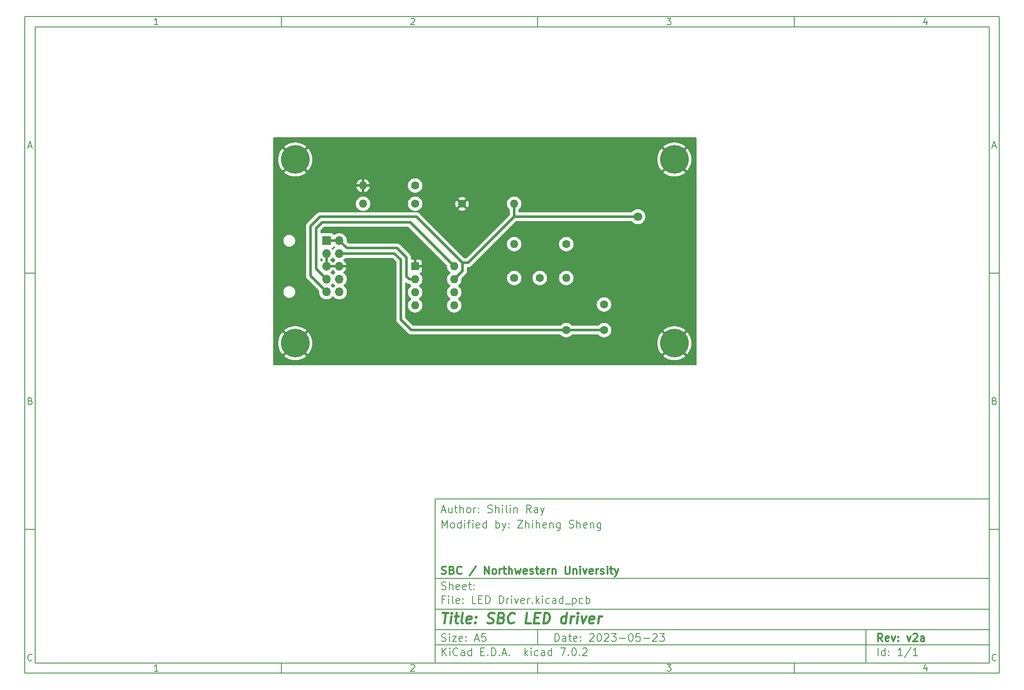
<source format=gbl>
%TF.GenerationSoftware,KiCad,Pcbnew,7.0.2*%
%TF.CreationDate,2023-05-23T14:29:37-05:00*%
%TF.ProjectId,LED Driver,4c454420-4472-4697-9665-722e6b696361,v2a*%
%TF.SameCoordinates,Original*%
%TF.FileFunction,Copper,L2,Bot*%
%TF.FilePolarity,Positive*%
%FSLAX46Y46*%
G04 Gerber Fmt 4.6, Leading zero omitted, Abs format (unit mm)*
G04 Created by KiCad (PCBNEW 7.0.2) date 2023-05-23 14:29:37*
%MOMM*%
%LPD*%
G01*
G04 APERTURE LIST*
%ADD10C,0.100000*%
%ADD11C,0.150000*%
%ADD12C,0.300000*%
%ADD13C,0.400000*%
%TA.AperFunction,ComponentPad*%
%ADD14C,1.600000*%
%TD*%
%TA.AperFunction,ComponentPad*%
%ADD15O,1.600000X1.600000*%
%TD*%
%TA.AperFunction,ComponentPad*%
%ADD16C,5.600000*%
%TD*%
%TA.AperFunction,ComponentPad*%
%ADD17R,1.600000X1.600000*%
%TD*%
%TA.AperFunction,ComponentPad*%
%ADD18C,1.700000*%
%TD*%
%TA.AperFunction,ComponentPad*%
%ADD19R,1.700000X1.700000*%
%TD*%
%TA.AperFunction,ComponentPad*%
%ADD20O,1.700000X1.700000*%
%TD*%
%TA.AperFunction,Conductor*%
%ADD21C,0.500000*%
%TD*%
G04 APERTURE END LIST*
D10*
D11*
X90007200Y-104005800D02*
X198007200Y-104005800D01*
X198007200Y-136005800D01*
X90007200Y-136005800D01*
X90007200Y-104005800D01*
D10*
D11*
X10000000Y-10000000D02*
X200007200Y-10000000D01*
X200007200Y-138005800D01*
X10000000Y-138005800D01*
X10000000Y-10000000D01*
D10*
D11*
X12000000Y-12000000D02*
X198007200Y-12000000D01*
X198007200Y-136005800D01*
X12000000Y-136005800D01*
X12000000Y-12000000D01*
D10*
D11*
X60000000Y-12000000D02*
X60000000Y-10000000D01*
D10*
D11*
X110000000Y-12000000D02*
X110000000Y-10000000D01*
D10*
D11*
X160000000Y-12000000D02*
X160000000Y-10000000D01*
D10*
D11*
X35990476Y-11601404D02*
X35247619Y-11601404D01*
X35619047Y-11601404D02*
X35619047Y-10301404D01*
X35619047Y-10301404D02*
X35495238Y-10487119D01*
X35495238Y-10487119D02*
X35371428Y-10610928D01*
X35371428Y-10610928D02*
X35247619Y-10672833D01*
D10*
D11*
X85247619Y-10425214D02*
X85309523Y-10363309D01*
X85309523Y-10363309D02*
X85433333Y-10301404D01*
X85433333Y-10301404D02*
X85742857Y-10301404D01*
X85742857Y-10301404D02*
X85866666Y-10363309D01*
X85866666Y-10363309D02*
X85928571Y-10425214D01*
X85928571Y-10425214D02*
X85990476Y-10549023D01*
X85990476Y-10549023D02*
X85990476Y-10672833D01*
X85990476Y-10672833D02*
X85928571Y-10858547D01*
X85928571Y-10858547D02*
X85185714Y-11601404D01*
X85185714Y-11601404D02*
X85990476Y-11601404D01*
D10*
D11*
X135185714Y-10301404D02*
X135990476Y-10301404D01*
X135990476Y-10301404D02*
X135557142Y-10796642D01*
X135557142Y-10796642D02*
X135742857Y-10796642D01*
X135742857Y-10796642D02*
X135866666Y-10858547D01*
X135866666Y-10858547D02*
X135928571Y-10920452D01*
X135928571Y-10920452D02*
X135990476Y-11044261D01*
X135990476Y-11044261D02*
X135990476Y-11353785D01*
X135990476Y-11353785D02*
X135928571Y-11477595D01*
X135928571Y-11477595D02*
X135866666Y-11539500D01*
X135866666Y-11539500D02*
X135742857Y-11601404D01*
X135742857Y-11601404D02*
X135371428Y-11601404D01*
X135371428Y-11601404D02*
X135247619Y-11539500D01*
X135247619Y-11539500D02*
X135185714Y-11477595D01*
D10*
D11*
X185866666Y-10734738D02*
X185866666Y-11601404D01*
X185557142Y-10239500D02*
X185247619Y-11168071D01*
X185247619Y-11168071D02*
X186052380Y-11168071D01*
D10*
D11*
X60000000Y-136005800D02*
X60000000Y-138005800D01*
D10*
D11*
X110000000Y-136005800D02*
X110000000Y-138005800D01*
D10*
D11*
X160000000Y-136005800D02*
X160000000Y-138005800D01*
D10*
D11*
X35990476Y-137607204D02*
X35247619Y-137607204D01*
X35619047Y-137607204D02*
X35619047Y-136307204D01*
X35619047Y-136307204D02*
X35495238Y-136492919D01*
X35495238Y-136492919D02*
X35371428Y-136616728D01*
X35371428Y-136616728D02*
X35247619Y-136678633D01*
D10*
D11*
X85247619Y-136431014D02*
X85309523Y-136369109D01*
X85309523Y-136369109D02*
X85433333Y-136307204D01*
X85433333Y-136307204D02*
X85742857Y-136307204D01*
X85742857Y-136307204D02*
X85866666Y-136369109D01*
X85866666Y-136369109D02*
X85928571Y-136431014D01*
X85928571Y-136431014D02*
X85990476Y-136554823D01*
X85990476Y-136554823D02*
X85990476Y-136678633D01*
X85990476Y-136678633D02*
X85928571Y-136864347D01*
X85928571Y-136864347D02*
X85185714Y-137607204D01*
X85185714Y-137607204D02*
X85990476Y-137607204D01*
D10*
D11*
X135185714Y-136307204D02*
X135990476Y-136307204D01*
X135990476Y-136307204D02*
X135557142Y-136802442D01*
X135557142Y-136802442D02*
X135742857Y-136802442D01*
X135742857Y-136802442D02*
X135866666Y-136864347D01*
X135866666Y-136864347D02*
X135928571Y-136926252D01*
X135928571Y-136926252D02*
X135990476Y-137050061D01*
X135990476Y-137050061D02*
X135990476Y-137359585D01*
X135990476Y-137359585D02*
X135928571Y-137483395D01*
X135928571Y-137483395D02*
X135866666Y-137545300D01*
X135866666Y-137545300D02*
X135742857Y-137607204D01*
X135742857Y-137607204D02*
X135371428Y-137607204D01*
X135371428Y-137607204D02*
X135247619Y-137545300D01*
X135247619Y-137545300D02*
X135185714Y-137483395D01*
D10*
D11*
X185866666Y-136740538D02*
X185866666Y-137607204D01*
X185557142Y-136245300D02*
X185247619Y-137173871D01*
X185247619Y-137173871D02*
X186052380Y-137173871D01*
D10*
D11*
X10000000Y-60000000D02*
X12000000Y-60000000D01*
D10*
D11*
X10000000Y-110000000D02*
X12000000Y-110000000D01*
D10*
D11*
X10690476Y-35229976D02*
X11309523Y-35229976D01*
X10566666Y-35601404D02*
X10999999Y-34301404D01*
X10999999Y-34301404D02*
X11433333Y-35601404D01*
D10*
D11*
X11092857Y-84920452D02*
X11278571Y-84982357D01*
X11278571Y-84982357D02*
X11340476Y-85044261D01*
X11340476Y-85044261D02*
X11402380Y-85168071D01*
X11402380Y-85168071D02*
X11402380Y-85353785D01*
X11402380Y-85353785D02*
X11340476Y-85477595D01*
X11340476Y-85477595D02*
X11278571Y-85539500D01*
X11278571Y-85539500D02*
X11154761Y-85601404D01*
X11154761Y-85601404D02*
X10659523Y-85601404D01*
X10659523Y-85601404D02*
X10659523Y-84301404D01*
X10659523Y-84301404D02*
X11092857Y-84301404D01*
X11092857Y-84301404D02*
X11216666Y-84363309D01*
X11216666Y-84363309D02*
X11278571Y-84425214D01*
X11278571Y-84425214D02*
X11340476Y-84549023D01*
X11340476Y-84549023D02*
X11340476Y-84672833D01*
X11340476Y-84672833D02*
X11278571Y-84796642D01*
X11278571Y-84796642D02*
X11216666Y-84858547D01*
X11216666Y-84858547D02*
X11092857Y-84920452D01*
X11092857Y-84920452D02*
X10659523Y-84920452D01*
D10*
D11*
X11402380Y-135477595D02*
X11340476Y-135539500D01*
X11340476Y-135539500D02*
X11154761Y-135601404D01*
X11154761Y-135601404D02*
X11030952Y-135601404D01*
X11030952Y-135601404D02*
X10845238Y-135539500D01*
X10845238Y-135539500D02*
X10721428Y-135415690D01*
X10721428Y-135415690D02*
X10659523Y-135291880D01*
X10659523Y-135291880D02*
X10597619Y-135044261D01*
X10597619Y-135044261D02*
X10597619Y-134858547D01*
X10597619Y-134858547D02*
X10659523Y-134610928D01*
X10659523Y-134610928D02*
X10721428Y-134487119D01*
X10721428Y-134487119D02*
X10845238Y-134363309D01*
X10845238Y-134363309D02*
X11030952Y-134301404D01*
X11030952Y-134301404D02*
X11154761Y-134301404D01*
X11154761Y-134301404D02*
X11340476Y-134363309D01*
X11340476Y-134363309D02*
X11402380Y-134425214D01*
D10*
D11*
X200007200Y-60000000D02*
X198007200Y-60000000D01*
D10*
D11*
X200007200Y-110000000D02*
X198007200Y-110000000D01*
D10*
D11*
X198697676Y-35229976D02*
X199316723Y-35229976D01*
X198573866Y-35601404D02*
X199007199Y-34301404D01*
X199007199Y-34301404D02*
X199440533Y-35601404D01*
D10*
D11*
X199100057Y-84920452D02*
X199285771Y-84982357D01*
X199285771Y-84982357D02*
X199347676Y-85044261D01*
X199347676Y-85044261D02*
X199409580Y-85168071D01*
X199409580Y-85168071D02*
X199409580Y-85353785D01*
X199409580Y-85353785D02*
X199347676Y-85477595D01*
X199347676Y-85477595D02*
X199285771Y-85539500D01*
X199285771Y-85539500D02*
X199161961Y-85601404D01*
X199161961Y-85601404D02*
X198666723Y-85601404D01*
X198666723Y-85601404D02*
X198666723Y-84301404D01*
X198666723Y-84301404D02*
X199100057Y-84301404D01*
X199100057Y-84301404D02*
X199223866Y-84363309D01*
X199223866Y-84363309D02*
X199285771Y-84425214D01*
X199285771Y-84425214D02*
X199347676Y-84549023D01*
X199347676Y-84549023D02*
X199347676Y-84672833D01*
X199347676Y-84672833D02*
X199285771Y-84796642D01*
X199285771Y-84796642D02*
X199223866Y-84858547D01*
X199223866Y-84858547D02*
X199100057Y-84920452D01*
X199100057Y-84920452D02*
X198666723Y-84920452D01*
D10*
D11*
X199409580Y-135477595D02*
X199347676Y-135539500D01*
X199347676Y-135539500D02*
X199161961Y-135601404D01*
X199161961Y-135601404D02*
X199038152Y-135601404D01*
X199038152Y-135601404D02*
X198852438Y-135539500D01*
X198852438Y-135539500D02*
X198728628Y-135415690D01*
X198728628Y-135415690D02*
X198666723Y-135291880D01*
X198666723Y-135291880D02*
X198604819Y-135044261D01*
X198604819Y-135044261D02*
X198604819Y-134858547D01*
X198604819Y-134858547D02*
X198666723Y-134610928D01*
X198666723Y-134610928D02*
X198728628Y-134487119D01*
X198728628Y-134487119D02*
X198852438Y-134363309D01*
X198852438Y-134363309D02*
X199038152Y-134301404D01*
X199038152Y-134301404D02*
X199161961Y-134301404D01*
X199161961Y-134301404D02*
X199347676Y-134363309D01*
X199347676Y-134363309D02*
X199409580Y-134425214D01*
D10*
D11*
X113364342Y-131799728D02*
X113364342Y-130299728D01*
X113364342Y-130299728D02*
X113721485Y-130299728D01*
X113721485Y-130299728D02*
X113935771Y-130371157D01*
X113935771Y-130371157D02*
X114078628Y-130514014D01*
X114078628Y-130514014D02*
X114150057Y-130656871D01*
X114150057Y-130656871D02*
X114221485Y-130942585D01*
X114221485Y-130942585D02*
X114221485Y-131156871D01*
X114221485Y-131156871D02*
X114150057Y-131442585D01*
X114150057Y-131442585D02*
X114078628Y-131585442D01*
X114078628Y-131585442D02*
X113935771Y-131728300D01*
X113935771Y-131728300D02*
X113721485Y-131799728D01*
X113721485Y-131799728D02*
X113364342Y-131799728D01*
X115507200Y-131799728D02*
X115507200Y-131014014D01*
X115507200Y-131014014D02*
X115435771Y-130871157D01*
X115435771Y-130871157D02*
X115292914Y-130799728D01*
X115292914Y-130799728D02*
X115007200Y-130799728D01*
X115007200Y-130799728D02*
X114864342Y-130871157D01*
X115507200Y-131728300D02*
X115364342Y-131799728D01*
X115364342Y-131799728D02*
X115007200Y-131799728D01*
X115007200Y-131799728D02*
X114864342Y-131728300D01*
X114864342Y-131728300D02*
X114792914Y-131585442D01*
X114792914Y-131585442D02*
X114792914Y-131442585D01*
X114792914Y-131442585D02*
X114864342Y-131299728D01*
X114864342Y-131299728D02*
X115007200Y-131228300D01*
X115007200Y-131228300D02*
X115364342Y-131228300D01*
X115364342Y-131228300D02*
X115507200Y-131156871D01*
X116007200Y-130799728D02*
X116578628Y-130799728D01*
X116221485Y-130299728D02*
X116221485Y-131585442D01*
X116221485Y-131585442D02*
X116292914Y-131728300D01*
X116292914Y-131728300D02*
X116435771Y-131799728D01*
X116435771Y-131799728D02*
X116578628Y-131799728D01*
X117650057Y-131728300D02*
X117507200Y-131799728D01*
X117507200Y-131799728D02*
X117221486Y-131799728D01*
X117221486Y-131799728D02*
X117078628Y-131728300D01*
X117078628Y-131728300D02*
X117007200Y-131585442D01*
X117007200Y-131585442D02*
X117007200Y-131014014D01*
X117007200Y-131014014D02*
X117078628Y-130871157D01*
X117078628Y-130871157D02*
X117221486Y-130799728D01*
X117221486Y-130799728D02*
X117507200Y-130799728D01*
X117507200Y-130799728D02*
X117650057Y-130871157D01*
X117650057Y-130871157D02*
X117721486Y-131014014D01*
X117721486Y-131014014D02*
X117721486Y-131156871D01*
X117721486Y-131156871D02*
X117007200Y-131299728D01*
X118364342Y-131656871D02*
X118435771Y-131728300D01*
X118435771Y-131728300D02*
X118364342Y-131799728D01*
X118364342Y-131799728D02*
X118292914Y-131728300D01*
X118292914Y-131728300D02*
X118364342Y-131656871D01*
X118364342Y-131656871D02*
X118364342Y-131799728D01*
X118364342Y-130871157D02*
X118435771Y-130942585D01*
X118435771Y-130942585D02*
X118364342Y-131014014D01*
X118364342Y-131014014D02*
X118292914Y-130942585D01*
X118292914Y-130942585D02*
X118364342Y-130871157D01*
X118364342Y-130871157D02*
X118364342Y-131014014D01*
X120150057Y-130442585D02*
X120221485Y-130371157D01*
X120221485Y-130371157D02*
X120364343Y-130299728D01*
X120364343Y-130299728D02*
X120721485Y-130299728D01*
X120721485Y-130299728D02*
X120864343Y-130371157D01*
X120864343Y-130371157D02*
X120935771Y-130442585D01*
X120935771Y-130442585D02*
X121007200Y-130585442D01*
X121007200Y-130585442D02*
X121007200Y-130728300D01*
X121007200Y-130728300D02*
X120935771Y-130942585D01*
X120935771Y-130942585D02*
X120078628Y-131799728D01*
X120078628Y-131799728D02*
X121007200Y-131799728D01*
X121935771Y-130299728D02*
X122078628Y-130299728D01*
X122078628Y-130299728D02*
X122221485Y-130371157D01*
X122221485Y-130371157D02*
X122292914Y-130442585D01*
X122292914Y-130442585D02*
X122364342Y-130585442D01*
X122364342Y-130585442D02*
X122435771Y-130871157D01*
X122435771Y-130871157D02*
X122435771Y-131228300D01*
X122435771Y-131228300D02*
X122364342Y-131514014D01*
X122364342Y-131514014D02*
X122292914Y-131656871D01*
X122292914Y-131656871D02*
X122221485Y-131728300D01*
X122221485Y-131728300D02*
X122078628Y-131799728D01*
X122078628Y-131799728D02*
X121935771Y-131799728D01*
X121935771Y-131799728D02*
X121792914Y-131728300D01*
X121792914Y-131728300D02*
X121721485Y-131656871D01*
X121721485Y-131656871D02*
X121650056Y-131514014D01*
X121650056Y-131514014D02*
X121578628Y-131228300D01*
X121578628Y-131228300D02*
X121578628Y-130871157D01*
X121578628Y-130871157D02*
X121650056Y-130585442D01*
X121650056Y-130585442D02*
X121721485Y-130442585D01*
X121721485Y-130442585D02*
X121792914Y-130371157D01*
X121792914Y-130371157D02*
X121935771Y-130299728D01*
X123007199Y-130442585D02*
X123078627Y-130371157D01*
X123078627Y-130371157D02*
X123221485Y-130299728D01*
X123221485Y-130299728D02*
X123578627Y-130299728D01*
X123578627Y-130299728D02*
X123721485Y-130371157D01*
X123721485Y-130371157D02*
X123792913Y-130442585D01*
X123792913Y-130442585D02*
X123864342Y-130585442D01*
X123864342Y-130585442D02*
X123864342Y-130728300D01*
X123864342Y-130728300D02*
X123792913Y-130942585D01*
X123792913Y-130942585D02*
X122935770Y-131799728D01*
X122935770Y-131799728D02*
X123864342Y-131799728D01*
X124364341Y-130299728D02*
X125292913Y-130299728D01*
X125292913Y-130299728D02*
X124792913Y-130871157D01*
X124792913Y-130871157D02*
X125007198Y-130871157D01*
X125007198Y-130871157D02*
X125150056Y-130942585D01*
X125150056Y-130942585D02*
X125221484Y-131014014D01*
X125221484Y-131014014D02*
X125292913Y-131156871D01*
X125292913Y-131156871D02*
X125292913Y-131514014D01*
X125292913Y-131514014D02*
X125221484Y-131656871D01*
X125221484Y-131656871D02*
X125150056Y-131728300D01*
X125150056Y-131728300D02*
X125007198Y-131799728D01*
X125007198Y-131799728D02*
X124578627Y-131799728D01*
X124578627Y-131799728D02*
X124435770Y-131728300D01*
X124435770Y-131728300D02*
X124364341Y-131656871D01*
X125935769Y-131228300D02*
X127078627Y-131228300D01*
X128078627Y-130299728D02*
X128221484Y-130299728D01*
X128221484Y-130299728D02*
X128364341Y-130371157D01*
X128364341Y-130371157D02*
X128435770Y-130442585D01*
X128435770Y-130442585D02*
X128507198Y-130585442D01*
X128507198Y-130585442D02*
X128578627Y-130871157D01*
X128578627Y-130871157D02*
X128578627Y-131228300D01*
X128578627Y-131228300D02*
X128507198Y-131514014D01*
X128507198Y-131514014D02*
X128435770Y-131656871D01*
X128435770Y-131656871D02*
X128364341Y-131728300D01*
X128364341Y-131728300D02*
X128221484Y-131799728D01*
X128221484Y-131799728D02*
X128078627Y-131799728D01*
X128078627Y-131799728D02*
X127935770Y-131728300D01*
X127935770Y-131728300D02*
X127864341Y-131656871D01*
X127864341Y-131656871D02*
X127792912Y-131514014D01*
X127792912Y-131514014D02*
X127721484Y-131228300D01*
X127721484Y-131228300D02*
X127721484Y-130871157D01*
X127721484Y-130871157D02*
X127792912Y-130585442D01*
X127792912Y-130585442D02*
X127864341Y-130442585D01*
X127864341Y-130442585D02*
X127935770Y-130371157D01*
X127935770Y-130371157D02*
X128078627Y-130299728D01*
X129935769Y-130299728D02*
X129221483Y-130299728D01*
X129221483Y-130299728D02*
X129150055Y-131014014D01*
X129150055Y-131014014D02*
X129221483Y-130942585D01*
X129221483Y-130942585D02*
X129364341Y-130871157D01*
X129364341Y-130871157D02*
X129721483Y-130871157D01*
X129721483Y-130871157D02*
X129864341Y-130942585D01*
X129864341Y-130942585D02*
X129935769Y-131014014D01*
X129935769Y-131014014D02*
X130007198Y-131156871D01*
X130007198Y-131156871D02*
X130007198Y-131514014D01*
X130007198Y-131514014D02*
X129935769Y-131656871D01*
X129935769Y-131656871D02*
X129864341Y-131728300D01*
X129864341Y-131728300D02*
X129721483Y-131799728D01*
X129721483Y-131799728D02*
X129364341Y-131799728D01*
X129364341Y-131799728D02*
X129221483Y-131728300D01*
X129221483Y-131728300D02*
X129150055Y-131656871D01*
X130650054Y-131228300D02*
X131792912Y-131228300D01*
X132435769Y-130442585D02*
X132507197Y-130371157D01*
X132507197Y-130371157D02*
X132650055Y-130299728D01*
X132650055Y-130299728D02*
X133007197Y-130299728D01*
X133007197Y-130299728D02*
X133150055Y-130371157D01*
X133150055Y-130371157D02*
X133221483Y-130442585D01*
X133221483Y-130442585D02*
X133292912Y-130585442D01*
X133292912Y-130585442D02*
X133292912Y-130728300D01*
X133292912Y-130728300D02*
X133221483Y-130942585D01*
X133221483Y-130942585D02*
X132364340Y-131799728D01*
X132364340Y-131799728D02*
X133292912Y-131799728D01*
X133792911Y-130299728D02*
X134721483Y-130299728D01*
X134721483Y-130299728D02*
X134221483Y-130871157D01*
X134221483Y-130871157D02*
X134435768Y-130871157D01*
X134435768Y-130871157D02*
X134578626Y-130942585D01*
X134578626Y-130942585D02*
X134650054Y-131014014D01*
X134650054Y-131014014D02*
X134721483Y-131156871D01*
X134721483Y-131156871D02*
X134721483Y-131514014D01*
X134721483Y-131514014D02*
X134650054Y-131656871D01*
X134650054Y-131656871D02*
X134578626Y-131728300D01*
X134578626Y-131728300D02*
X134435768Y-131799728D01*
X134435768Y-131799728D02*
X134007197Y-131799728D01*
X134007197Y-131799728D02*
X133864340Y-131728300D01*
X133864340Y-131728300D02*
X133792911Y-131656871D01*
D10*
D11*
X90007200Y-132505800D02*
X198007200Y-132505800D01*
D10*
D11*
X91364342Y-134599728D02*
X91364342Y-133099728D01*
X92221485Y-134599728D02*
X91578628Y-133742585D01*
X92221485Y-133099728D02*
X91364342Y-133956871D01*
X92864342Y-134599728D02*
X92864342Y-133599728D01*
X92864342Y-133099728D02*
X92792914Y-133171157D01*
X92792914Y-133171157D02*
X92864342Y-133242585D01*
X92864342Y-133242585D02*
X92935771Y-133171157D01*
X92935771Y-133171157D02*
X92864342Y-133099728D01*
X92864342Y-133099728D02*
X92864342Y-133242585D01*
X94435771Y-134456871D02*
X94364343Y-134528300D01*
X94364343Y-134528300D02*
X94150057Y-134599728D01*
X94150057Y-134599728D02*
X94007200Y-134599728D01*
X94007200Y-134599728D02*
X93792914Y-134528300D01*
X93792914Y-134528300D02*
X93650057Y-134385442D01*
X93650057Y-134385442D02*
X93578628Y-134242585D01*
X93578628Y-134242585D02*
X93507200Y-133956871D01*
X93507200Y-133956871D02*
X93507200Y-133742585D01*
X93507200Y-133742585D02*
X93578628Y-133456871D01*
X93578628Y-133456871D02*
X93650057Y-133314014D01*
X93650057Y-133314014D02*
X93792914Y-133171157D01*
X93792914Y-133171157D02*
X94007200Y-133099728D01*
X94007200Y-133099728D02*
X94150057Y-133099728D01*
X94150057Y-133099728D02*
X94364343Y-133171157D01*
X94364343Y-133171157D02*
X94435771Y-133242585D01*
X95721486Y-134599728D02*
X95721486Y-133814014D01*
X95721486Y-133814014D02*
X95650057Y-133671157D01*
X95650057Y-133671157D02*
X95507200Y-133599728D01*
X95507200Y-133599728D02*
X95221486Y-133599728D01*
X95221486Y-133599728D02*
X95078628Y-133671157D01*
X95721486Y-134528300D02*
X95578628Y-134599728D01*
X95578628Y-134599728D02*
X95221486Y-134599728D01*
X95221486Y-134599728D02*
X95078628Y-134528300D01*
X95078628Y-134528300D02*
X95007200Y-134385442D01*
X95007200Y-134385442D02*
X95007200Y-134242585D01*
X95007200Y-134242585D02*
X95078628Y-134099728D01*
X95078628Y-134099728D02*
X95221486Y-134028300D01*
X95221486Y-134028300D02*
X95578628Y-134028300D01*
X95578628Y-134028300D02*
X95721486Y-133956871D01*
X97078629Y-134599728D02*
X97078629Y-133099728D01*
X97078629Y-134528300D02*
X96935771Y-134599728D01*
X96935771Y-134599728D02*
X96650057Y-134599728D01*
X96650057Y-134599728D02*
X96507200Y-134528300D01*
X96507200Y-134528300D02*
X96435771Y-134456871D01*
X96435771Y-134456871D02*
X96364343Y-134314014D01*
X96364343Y-134314014D02*
X96364343Y-133885442D01*
X96364343Y-133885442D02*
X96435771Y-133742585D01*
X96435771Y-133742585D02*
X96507200Y-133671157D01*
X96507200Y-133671157D02*
X96650057Y-133599728D01*
X96650057Y-133599728D02*
X96935771Y-133599728D01*
X96935771Y-133599728D02*
X97078629Y-133671157D01*
X98935771Y-133814014D02*
X99435771Y-133814014D01*
X99650057Y-134599728D02*
X98935771Y-134599728D01*
X98935771Y-134599728D02*
X98935771Y-133099728D01*
X98935771Y-133099728D02*
X99650057Y-133099728D01*
X100292914Y-134456871D02*
X100364343Y-134528300D01*
X100364343Y-134528300D02*
X100292914Y-134599728D01*
X100292914Y-134599728D02*
X100221486Y-134528300D01*
X100221486Y-134528300D02*
X100292914Y-134456871D01*
X100292914Y-134456871D02*
X100292914Y-134599728D01*
X101007200Y-134599728D02*
X101007200Y-133099728D01*
X101007200Y-133099728D02*
X101364343Y-133099728D01*
X101364343Y-133099728D02*
X101578629Y-133171157D01*
X101578629Y-133171157D02*
X101721486Y-133314014D01*
X101721486Y-133314014D02*
X101792915Y-133456871D01*
X101792915Y-133456871D02*
X101864343Y-133742585D01*
X101864343Y-133742585D02*
X101864343Y-133956871D01*
X101864343Y-133956871D02*
X101792915Y-134242585D01*
X101792915Y-134242585D02*
X101721486Y-134385442D01*
X101721486Y-134385442D02*
X101578629Y-134528300D01*
X101578629Y-134528300D02*
X101364343Y-134599728D01*
X101364343Y-134599728D02*
X101007200Y-134599728D01*
X102507200Y-134456871D02*
X102578629Y-134528300D01*
X102578629Y-134528300D02*
X102507200Y-134599728D01*
X102507200Y-134599728D02*
X102435772Y-134528300D01*
X102435772Y-134528300D02*
X102507200Y-134456871D01*
X102507200Y-134456871D02*
X102507200Y-134599728D01*
X103150058Y-134171157D02*
X103864344Y-134171157D01*
X103007201Y-134599728D02*
X103507201Y-133099728D01*
X103507201Y-133099728D02*
X104007201Y-134599728D01*
X104507200Y-134456871D02*
X104578629Y-134528300D01*
X104578629Y-134528300D02*
X104507200Y-134599728D01*
X104507200Y-134599728D02*
X104435772Y-134528300D01*
X104435772Y-134528300D02*
X104507200Y-134456871D01*
X104507200Y-134456871D02*
X104507200Y-134599728D01*
X107507200Y-134599728D02*
X107507200Y-133099728D01*
X107650058Y-134028300D02*
X108078629Y-134599728D01*
X108078629Y-133599728D02*
X107507200Y-134171157D01*
X108721486Y-134599728D02*
X108721486Y-133599728D01*
X108721486Y-133099728D02*
X108650058Y-133171157D01*
X108650058Y-133171157D02*
X108721486Y-133242585D01*
X108721486Y-133242585D02*
X108792915Y-133171157D01*
X108792915Y-133171157D02*
X108721486Y-133099728D01*
X108721486Y-133099728D02*
X108721486Y-133242585D01*
X110078630Y-134528300D02*
X109935772Y-134599728D01*
X109935772Y-134599728D02*
X109650058Y-134599728D01*
X109650058Y-134599728D02*
X109507201Y-134528300D01*
X109507201Y-134528300D02*
X109435772Y-134456871D01*
X109435772Y-134456871D02*
X109364344Y-134314014D01*
X109364344Y-134314014D02*
X109364344Y-133885442D01*
X109364344Y-133885442D02*
X109435772Y-133742585D01*
X109435772Y-133742585D02*
X109507201Y-133671157D01*
X109507201Y-133671157D02*
X109650058Y-133599728D01*
X109650058Y-133599728D02*
X109935772Y-133599728D01*
X109935772Y-133599728D02*
X110078630Y-133671157D01*
X111364344Y-134599728D02*
X111364344Y-133814014D01*
X111364344Y-133814014D02*
X111292915Y-133671157D01*
X111292915Y-133671157D02*
X111150058Y-133599728D01*
X111150058Y-133599728D02*
X110864344Y-133599728D01*
X110864344Y-133599728D02*
X110721486Y-133671157D01*
X111364344Y-134528300D02*
X111221486Y-134599728D01*
X111221486Y-134599728D02*
X110864344Y-134599728D01*
X110864344Y-134599728D02*
X110721486Y-134528300D01*
X110721486Y-134528300D02*
X110650058Y-134385442D01*
X110650058Y-134385442D02*
X110650058Y-134242585D01*
X110650058Y-134242585D02*
X110721486Y-134099728D01*
X110721486Y-134099728D02*
X110864344Y-134028300D01*
X110864344Y-134028300D02*
X111221486Y-134028300D01*
X111221486Y-134028300D02*
X111364344Y-133956871D01*
X112721487Y-134599728D02*
X112721487Y-133099728D01*
X112721487Y-134528300D02*
X112578629Y-134599728D01*
X112578629Y-134599728D02*
X112292915Y-134599728D01*
X112292915Y-134599728D02*
X112150058Y-134528300D01*
X112150058Y-134528300D02*
X112078629Y-134456871D01*
X112078629Y-134456871D02*
X112007201Y-134314014D01*
X112007201Y-134314014D02*
X112007201Y-133885442D01*
X112007201Y-133885442D02*
X112078629Y-133742585D01*
X112078629Y-133742585D02*
X112150058Y-133671157D01*
X112150058Y-133671157D02*
X112292915Y-133599728D01*
X112292915Y-133599728D02*
X112578629Y-133599728D01*
X112578629Y-133599728D02*
X112721487Y-133671157D01*
X114435772Y-133099728D02*
X115435772Y-133099728D01*
X115435772Y-133099728D02*
X114792915Y-134599728D01*
X116007200Y-134456871D02*
X116078629Y-134528300D01*
X116078629Y-134528300D02*
X116007200Y-134599728D01*
X116007200Y-134599728D02*
X115935772Y-134528300D01*
X115935772Y-134528300D02*
X116007200Y-134456871D01*
X116007200Y-134456871D02*
X116007200Y-134599728D01*
X117007201Y-133099728D02*
X117150058Y-133099728D01*
X117150058Y-133099728D02*
X117292915Y-133171157D01*
X117292915Y-133171157D02*
X117364344Y-133242585D01*
X117364344Y-133242585D02*
X117435772Y-133385442D01*
X117435772Y-133385442D02*
X117507201Y-133671157D01*
X117507201Y-133671157D02*
X117507201Y-134028300D01*
X117507201Y-134028300D02*
X117435772Y-134314014D01*
X117435772Y-134314014D02*
X117364344Y-134456871D01*
X117364344Y-134456871D02*
X117292915Y-134528300D01*
X117292915Y-134528300D02*
X117150058Y-134599728D01*
X117150058Y-134599728D02*
X117007201Y-134599728D01*
X117007201Y-134599728D02*
X116864344Y-134528300D01*
X116864344Y-134528300D02*
X116792915Y-134456871D01*
X116792915Y-134456871D02*
X116721486Y-134314014D01*
X116721486Y-134314014D02*
X116650058Y-134028300D01*
X116650058Y-134028300D02*
X116650058Y-133671157D01*
X116650058Y-133671157D02*
X116721486Y-133385442D01*
X116721486Y-133385442D02*
X116792915Y-133242585D01*
X116792915Y-133242585D02*
X116864344Y-133171157D01*
X116864344Y-133171157D02*
X117007201Y-133099728D01*
X118150057Y-134456871D02*
X118221486Y-134528300D01*
X118221486Y-134528300D02*
X118150057Y-134599728D01*
X118150057Y-134599728D02*
X118078629Y-134528300D01*
X118078629Y-134528300D02*
X118150057Y-134456871D01*
X118150057Y-134456871D02*
X118150057Y-134599728D01*
X118792915Y-133242585D02*
X118864343Y-133171157D01*
X118864343Y-133171157D02*
X119007201Y-133099728D01*
X119007201Y-133099728D02*
X119364343Y-133099728D01*
X119364343Y-133099728D02*
X119507201Y-133171157D01*
X119507201Y-133171157D02*
X119578629Y-133242585D01*
X119578629Y-133242585D02*
X119650058Y-133385442D01*
X119650058Y-133385442D02*
X119650058Y-133528300D01*
X119650058Y-133528300D02*
X119578629Y-133742585D01*
X119578629Y-133742585D02*
X118721486Y-134599728D01*
X118721486Y-134599728D02*
X119650058Y-134599728D01*
D10*
D11*
X90007200Y-129505800D02*
X198007200Y-129505800D01*
D10*
D12*
X177221485Y-131799728D02*
X176721485Y-131085442D01*
X176364342Y-131799728D02*
X176364342Y-130299728D01*
X176364342Y-130299728D02*
X176935771Y-130299728D01*
X176935771Y-130299728D02*
X177078628Y-130371157D01*
X177078628Y-130371157D02*
X177150057Y-130442585D01*
X177150057Y-130442585D02*
X177221485Y-130585442D01*
X177221485Y-130585442D02*
X177221485Y-130799728D01*
X177221485Y-130799728D02*
X177150057Y-130942585D01*
X177150057Y-130942585D02*
X177078628Y-131014014D01*
X177078628Y-131014014D02*
X176935771Y-131085442D01*
X176935771Y-131085442D02*
X176364342Y-131085442D01*
X178435771Y-131728300D02*
X178292914Y-131799728D01*
X178292914Y-131799728D02*
X178007200Y-131799728D01*
X178007200Y-131799728D02*
X177864342Y-131728300D01*
X177864342Y-131728300D02*
X177792914Y-131585442D01*
X177792914Y-131585442D02*
X177792914Y-131014014D01*
X177792914Y-131014014D02*
X177864342Y-130871157D01*
X177864342Y-130871157D02*
X178007200Y-130799728D01*
X178007200Y-130799728D02*
X178292914Y-130799728D01*
X178292914Y-130799728D02*
X178435771Y-130871157D01*
X178435771Y-130871157D02*
X178507200Y-131014014D01*
X178507200Y-131014014D02*
X178507200Y-131156871D01*
X178507200Y-131156871D02*
X177792914Y-131299728D01*
X179007199Y-130799728D02*
X179364342Y-131799728D01*
X179364342Y-131799728D02*
X179721485Y-130799728D01*
X180292913Y-131656871D02*
X180364342Y-131728300D01*
X180364342Y-131728300D02*
X180292913Y-131799728D01*
X180292913Y-131799728D02*
X180221485Y-131728300D01*
X180221485Y-131728300D02*
X180292913Y-131656871D01*
X180292913Y-131656871D02*
X180292913Y-131799728D01*
X180292913Y-130871157D02*
X180364342Y-130942585D01*
X180364342Y-130942585D02*
X180292913Y-131014014D01*
X180292913Y-131014014D02*
X180221485Y-130942585D01*
X180221485Y-130942585D02*
X180292913Y-130871157D01*
X180292913Y-130871157D02*
X180292913Y-131014014D01*
X182007199Y-130799728D02*
X182364342Y-131799728D01*
X182364342Y-131799728D02*
X182721485Y-130799728D01*
X183221485Y-130442585D02*
X183292913Y-130371157D01*
X183292913Y-130371157D02*
X183435771Y-130299728D01*
X183435771Y-130299728D02*
X183792913Y-130299728D01*
X183792913Y-130299728D02*
X183935771Y-130371157D01*
X183935771Y-130371157D02*
X184007199Y-130442585D01*
X184007199Y-130442585D02*
X184078628Y-130585442D01*
X184078628Y-130585442D02*
X184078628Y-130728300D01*
X184078628Y-130728300D02*
X184007199Y-130942585D01*
X184007199Y-130942585D02*
X183150056Y-131799728D01*
X183150056Y-131799728D02*
X184078628Y-131799728D01*
X185364342Y-131799728D02*
X185364342Y-131014014D01*
X185364342Y-131014014D02*
X185292913Y-130871157D01*
X185292913Y-130871157D02*
X185150056Y-130799728D01*
X185150056Y-130799728D02*
X184864342Y-130799728D01*
X184864342Y-130799728D02*
X184721484Y-130871157D01*
X185364342Y-131728300D02*
X185221484Y-131799728D01*
X185221484Y-131799728D02*
X184864342Y-131799728D01*
X184864342Y-131799728D02*
X184721484Y-131728300D01*
X184721484Y-131728300D02*
X184650056Y-131585442D01*
X184650056Y-131585442D02*
X184650056Y-131442585D01*
X184650056Y-131442585D02*
X184721484Y-131299728D01*
X184721484Y-131299728D02*
X184864342Y-131228300D01*
X184864342Y-131228300D02*
X185221484Y-131228300D01*
X185221484Y-131228300D02*
X185364342Y-131156871D01*
D10*
D11*
X91292914Y-131728300D02*
X91507200Y-131799728D01*
X91507200Y-131799728D02*
X91864342Y-131799728D01*
X91864342Y-131799728D02*
X92007200Y-131728300D01*
X92007200Y-131728300D02*
X92078628Y-131656871D01*
X92078628Y-131656871D02*
X92150057Y-131514014D01*
X92150057Y-131514014D02*
X92150057Y-131371157D01*
X92150057Y-131371157D02*
X92078628Y-131228300D01*
X92078628Y-131228300D02*
X92007200Y-131156871D01*
X92007200Y-131156871D02*
X91864342Y-131085442D01*
X91864342Y-131085442D02*
X91578628Y-131014014D01*
X91578628Y-131014014D02*
X91435771Y-130942585D01*
X91435771Y-130942585D02*
X91364342Y-130871157D01*
X91364342Y-130871157D02*
X91292914Y-130728300D01*
X91292914Y-130728300D02*
X91292914Y-130585442D01*
X91292914Y-130585442D02*
X91364342Y-130442585D01*
X91364342Y-130442585D02*
X91435771Y-130371157D01*
X91435771Y-130371157D02*
X91578628Y-130299728D01*
X91578628Y-130299728D02*
X91935771Y-130299728D01*
X91935771Y-130299728D02*
X92150057Y-130371157D01*
X92792913Y-131799728D02*
X92792913Y-130799728D01*
X92792913Y-130299728D02*
X92721485Y-130371157D01*
X92721485Y-130371157D02*
X92792913Y-130442585D01*
X92792913Y-130442585D02*
X92864342Y-130371157D01*
X92864342Y-130371157D02*
X92792913Y-130299728D01*
X92792913Y-130299728D02*
X92792913Y-130442585D01*
X93364342Y-130799728D02*
X94150057Y-130799728D01*
X94150057Y-130799728D02*
X93364342Y-131799728D01*
X93364342Y-131799728D02*
X94150057Y-131799728D01*
X95292914Y-131728300D02*
X95150057Y-131799728D01*
X95150057Y-131799728D02*
X94864343Y-131799728D01*
X94864343Y-131799728D02*
X94721485Y-131728300D01*
X94721485Y-131728300D02*
X94650057Y-131585442D01*
X94650057Y-131585442D02*
X94650057Y-131014014D01*
X94650057Y-131014014D02*
X94721485Y-130871157D01*
X94721485Y-130871157D02*
X94864343Y-130799728D01*
X94864343Y-130799728D02*
X95150057Y-130799728D01*
X95150057Y-130799728D02*
X95292914Y-130871157D01*
X95292914Y-130871157D02*
X95364343Y-131014014D01*
X95364343Y-131014014D02*
X95364343Y-131156871D01*
X95364343Y-131156871D02*
X94650057Y-131299728D01*
X96007199Y-131656871D02*
X96078628Y-131728300D01*
X96078628Y-131728300D02*
X96007199Y-131799728D01*
X96007199Y-131799728D02*
X95935771Y-131728300D01*
X95935771Y-131728300D02*
X96007199Y-131656871D01*
X96007199Y-131656871D02*
X96007199Y-131799728D01*
X96007199Y-130871157D02*
X96078628Y-130942585D01*
X96078628Y-130942585D02*
X96007199Y-131014014D01*
X96007199Y-131014014D02*
X95935771Y-130942585D01*
X95935771Y-130942585D02*
X96007199Y-130871157D01*
X96007199Y-130871157D02*
X96007199Y-131014014D01*
X97792914Y-131371157D02*
X98507200Y-131371157D01*
X97650057Y-131799728D02*
X98150057Y-130299728D01*
X98150057Y-130299728D02*
X98650057Y-131799728D01*
X99864342Y-130299728D02*
X99150056Y-130299728D01*
X99150056Y-130299728D02*
X99078628Y-131014014D01*
X99078628Y-131014014D02*
X99150056Y-130942585D01*
X99150056Y-130942585D02*
X99292914Y-130871157D01*
X99292914Y-130871157D02*
X99650056Y-130871157D01*
X99650056Y-130871157D02*
X99792914Y-130942585D01*
X99792914Y-130942585D02*
X99864342Y-131014014D01*
X99864342Y-131014014D02*
X99935771Y-131156871D01*
X99935771Y-131156871D02*
X99935771Y-131514014D01*
X99935771Y-131514014D02*
X99864342Y-131656871D01*
X99864342Y-131656871D02*
X99792914Y-131728300D01*
X99792914Y-131728300D02*
X99650056Y-131799728D01*
X99650056Y-131799728D02*
X99292914Y-131799728D01*
X99292914Y-131799728D02*
X99150056Y-131728300D01*
X99150056Y-131728300D02*
X99078628Y-131656871D01*
D10*
D11*
X176364342Y-134599728D02*
X176364342Y-133099728D01*
X177721486Y-134599728D02*
X177721486Y-133099728D01*
X177721486Y-134528300D02*
X177578628Y-134599728D01*
X177578628Y-134599728D02*
X177292914Y-134599728D01*
X177292914Y-134599728D02*
X177150057Y-134528300D01*
X177150057Y-134528300D02*
X177078628Y-134456871D01*
X177078628Y-134456871D02*
X177007200Y-134314014D01*
X177007200Y-134314014D02*
X177007200Y-133885442D01*
X177007200Y-133885442D02*
X177078628Y-133742585D01*
X177078628Y-133742585D02*
X177150057Y-133671157D01*
X177150057Y-133671157D02*
X177292914Y-133599728D01*
X177292914Y-133599728D02*
X177578628Y-133599728D01*
X177578628Y-133599728D02*
X177721486Y-133671157D01*
X178435771Y-134456871D02*
X178507200Y-134528300D01*
X178507200Y-134528300D02*
X178435771Y-134599728D01*
X178435771Y-134599728D02*
X178364343Y-134528300D01*
X178364343Y-134528300D02*
X178435771Y-134456871D01*
X178435771Y-134456871D02*
X178435771Y-134599728D01*
X178435771Y-133671157D02*
X178507200Y-133742585D01*
X178507200Y-133742585D02*
X178435771Y-133814014D01*
X178435771Y-133814014D02*
X178364343Y-133742585D01*
X178364343Y-133742585D02*
X178435771Y-133671157D01*
X178435771Y-133671157D02*
X178435771Y-133814014D01*
X181078629Y-134599728D02*
X180221486Y-134599728D01*
X180650057Y-134599728D02*
X180650057Y-133099728D01*
X180650057Y-133099728D02*
X180507200Y-133314014D01*
X180507200Y-133314014D02*
X180364343Y-133456871D01*
X180364343Y-133456871D02*
X180221486Y-133528300D01*
X182792914Y-133028300D02*
X181507200Y-134956871D01*
X184078629Y-134599728D02*
X183221486Y-134599728D01*
X183650057Y-134599728D02*
X183650057Y-133099728D01*
X183650057Y-133099728D02*
X183507200Y-133314014D01*
X183507200Y-133314014D02*
X183364343Y-133456871D01*
X183364343Y-133456871D02*
X183221486Y-133528300D01*
D10*
D11*
X90007200Y-125505800D02*
X198007200Y-125505800D01*
D10*
D13*
X91435771Y-126231038D02*
X92578628Y-126231038D01*
X91757200Y-128231038D02*
X92007200Y-126231038D01*
X92983390Y-128231038D02*
X93150057Y-126897704D01*
X93233390Y-126231038D02*
X93126247Y-126326276D01*
X93126247Y-126326276D02*
X93209581Y-126421514D01*
X93209581Y-126421514D02*
X93316724Y-126326276D01*
X93316724Y-126326276D02*
X93233390Y-126231038D01*
X93233390Y-126231038D02*
X93209581Y-126421514D01*
X93804819Y-126897704D02*
X94566723Y-126897704D01*
X94173866Y-126231038D02*
X93959581Y-127945323D01*
X93959581Y-127945323D02*
X94031009Y-128135800D01*
X94031009Y-128135800D02*
X94209581Y-128231038D01*
X94209581Y-128231038D02*
X94400057Y-128231038D01*
X95340533Y-128231038D02*
X95161961Y-128135800D01*
X95161961Y-128135800D02*
X95090533Y-127945323D01*
X95090533Y-127945323D02*
X95304818Y-126231038D01*
X96864342Y-128135800D02*
X96661961Y-128231038D01*
X96661961Y-128231038D02*
X96281008Y-128231038D01*
X96281008Y-128231038D02*
X96102437Y-128135800D01*
X96102437Y-128135800D02*
X96031008Y-127945323D01*
X96031008Y-127945323D02*
X96126247Y-127183419D01*
X96126247Y-127183419D02*
X96245294Y-126992942D01*
X96245294Y-126992942D02*
X96447675Y-126897704D01*
X96447675Y-126897704D02*
X96828627Y-126897704D01*
X96828627Y-126897704D02*
X97007199Y-126992942D01*
X97007199Y-126992942D02*
X97078627Y-127183419D01*
X97078627Y-127183419D02*
X97054818Y-127373895D01*
X97054818Y-127373895D02*
X96078627Y-127564371D01*
X97816723Y-128040561D02*
X97900056Y-128135800D01*
X97900056Y-128135800D02*
X97792913Y-128231038D01*
X97792913Y-128231038D02*
X97709580Y-128135800D01*
X97709580Y-128135800D02*
X97816723Y-128040561D01*
X97816723Y-128040561D02*
X97792913Y-128231038D01*
X97947675Y-126992942D02*
X98031008Y-127088180D01*
X98031008Y-127088180D02*
X97923866Y-127183419D01*
X97923866Y-127183419D02*
X97840532Y-127088180D01*
X97840532Y-127088180D02*
X97947675Y-126992942D01*
X97947675Y-126992942D02*
X97923866Y-127183419D01*
X100173866Y-128135800D02*
X100447675Y-128231038D01*
X100447675Y-128231038D02*
X100923866Y-128231038D01*
X100923866Y-128231038D02*
X101126247Y-128135800D01*
X101126247Y-128135800D02*
X101233390Y-128040561D01*
X101233390Y-128040561D02*
X101352437Y-127850085D01*
X101352437Y-127850085D02*
X101376247Y-127659609D01*
X101376247Y-127659609D02*
X101304818Y-127469133D01*
X101304818Y-127469133D02*
X101221485Y-127373895D01*
X101221485Y-127373895D02*
X101042914Y-127278657D01*
X101042914Y-127278657D02*
X100673866Y-127183419D01*
X100673866Y-127183419D02*
X100495294Y-127088180D01*
X100495294Y-127088180D02*
X100411961Y-126992942D01*
X100411961Y-126992942D02*
X100340533Y-126802466D01*
X100340533Y-126802466D02*
X100364342Y-126611990D01*
X100364342Y-126611990D02*
X100483390Y-126421514D01*
X100483390Y-126421514D02*
X100590533Y-126326276D01*
X100590533Y-126326276D02*
X100792914Y-126231038D01*
X100792914Y-126231038D02*
X101269104Y-126231038D01*
X101269104Y-126231038D02*
X101542914Y-126326276D01*
X102947675Y-127183419D02*
X103221485Y-127278657D01*
X103221485Y-127278657D02*
X103304818Y-127373895D01*
X103304818Y-127373895D02*
X103376247Y-127564371D01*
X103376247Y-127564371D02*
X103340532Y-127850085D01*
X103340532Y-127850085D02*
X103221485Y-128040561D01*
X103221485Y-128040561D02*
X103114342Y-128135800D01*
X103114342Y-128135800D02*
X102911961Y-128231038D01*
X102911961Y-128231038D02*
X102150056Y-128231038D01*
X102150056Y-128231038D02*
X102400056Y-126231038D01*
X102400056Y-126231038D02*
X103066723Y-126231038D01*
X103066723Y-126231038D02*
X103245294Y-126326276D01*
X103245294Y-126326276D02*
X103328628Y-126421514D01*
X103328628Y-126421514D02*
X103400056Y-126611990D01*
X103400056Y-126611990D02*
X103376247Y-126802466D01*
X103376247Y-126802466D02*
X103257199Y-126992942D01*
X103257199Y-126992942D02*
X103150056Y-127088180D01*
X103150056Y-127088180D02*
X102947675Y-127183419D01*
X102947675Y-127183419D02*
X102281009Y-127183419D01*
X105304818Y-128040561D02*
X105197675Y-128135800D01*
X105197675Y-128135800D02*
X104900056Y-128231038D01*
X104900056Y-128231038D02*
X104709580Y-128231038D01*
X104709580Y-128231038D02*
X104435770Y-128135800D01*
X104435770Y-128135800D02*
X104269104Y-127945323D01*
X104269104Y-127945323D02*
X104197675Y-127754847D01*
X104197675Y-127754847D02*
X104150056Y-127373895D01*
X104150056Y-127373895D02*
X104185770Y-127088180D01*
X104185770Y-127088180D02*
X104328627Y-126707228D01*
X104328627Y-126707228D02*
X104447675Y-126516752D01*
X104447675Y-126516752D02*
X104661961Y-126326276D01*
X104661961Y-126326276D02*
X104959580Y-126231038D01*
X104959580Y-126231038D02*
X105150056Y-126231038D01*
X105150056Y-126231038D02*
X105423866Y-126326276D01*
X105423866Y-126326276D02*
X105507199Y-126421514D01*
X108602437Y-128231038D02*
X107650056Y-128231038D01*
X107650056Y-128231038D02*
X107900056Y-126231038D01*
X109388152Y-127183419D02*
X110054818Y-127183419D01*
X110209580Y-128231038D02*
X109257199Y-128231038D01*
X109257199Y-128231038D02*
X109507199Y-126231038D01*
X109507199Y-126231038D02*
X110459580Y-126231038D01*
X111054818Y-128231038D02*
X111304818Y-126231038D01*
X111304818Y-126231038D02*
X111781009Y-126231038D01*
X111781009Y-126231038D02*
X112054818Y-126326276D01*
X112054818Y-126326276D02*
X112221485Y-126516752D01*
X112221485Y-126516752D02*
X112292913Y-126707228D01*
X112292913Y-126707228D02*
X112340533Y-127088180D01*
X112340533Y-127088180D02*
X112304818Y-127373895D01*
X112304818Y-127373895D02*
X112161961Y-127754847D01*
X112161961Y-127754847D02*
X112042913Y-127945323D01*
X112042913Y-127945323D02*
X111828628Y-128135800D01*
X111828628Y-128135800D02*
X111531009Y-128231038D01*
X111531009Y-128231038D02*
X111054818Y-128231038D01*
X115423866Y-128231038D02*
X115673866Y-126231038D01*
X115435771Y-128135800D02*
X115233390Y-128231038D01*
X115233390Y-128231038D02*
X114852438Y-128231038D01*
X114852438Y-128231038D02*
X114673866Y-128135800D01*
X114673866Y-128135800D02*
X114590533Y-128040561D01*
X114590533Y-128040561D02*
X114519104Y-127850085D01*
X114519104Y-127850085D02*
X114590533Y-127278657D01*
X114590533Y-127278657D02*
X114709580Y-127088180D01*
X114709580Y-127088180D02*
X114816723Y-126992942D01*
X114816723Y-126992942D02*
X115019104Y-126897704D01*
X115019104Y-126897704D02*
X115400057Y-126897704D01*
X115400057Y-126897704D02*
X115578628Y-126992942D01*
X116364342Y-128231038D02*
X116531009Y-126897704D01*
X116483390Y-127278657D02*
X116602437Y-127088180D01*
X116602437Y-127088180D02*
X116709580Y-126992942D01*
X116709580Y-126992942D02*
X116911961Y-126897704D01*
X116911961Y-126897704D02*
X117102437Y-126897704D01*
X117590532Y-128231038D02*
X117757199Y-126897704D01*
X117840532Y-126231038D02*
X117733389Y-126326276D01*
X117733389Y-126326276D02*
X117816723Y-126421514D01*
X117816723Y-126421514D02*
X117923866Y-126326276D01*
X117923866Y-126326276D02*
X117840532Y-126231038D01*
X117840532Y-126231038D02*
X117816723Y-126421514D01*
X118507199Y-126897704D02*
X118816723Y-128231038D01*
X118816723Y-128231038D02*
X119459580Y-126897704D01*
X120816723Y-128135800D02*
X120614342Y-128231038D01*
X120614342Y-128231038D02*
X120233389Y-128231038D01*
X120233389Y-128231038D02*
X120054818Y-128135800D01*
X120054818Y-128135800D02*
X119983389Y-127945323D01*
X119983389Y-127945323D02*
X120078628Y-127183419D01*
X120078628Y-127183419D02*
X120197675Y-126992942D01*
X120197675Y-126992942D02*
X120400056Y-126897704D01*
X120400056Y-126897704D02*
X120781008Y-126897704D01*
X120781008Y-126897704D02*
X120959580Y-126992942D01*
X120959580Y-126992942D02*
X121031008Y-127183419D01*
X121031008Y-127183419D02*
X121007199Y-127373895D01*
X121007199Y-127373895D02*
X120031008Y-127564371D01*
X121745294Y-128231038D02*
X121911961Y-126897704D01*
X121864342Y-127278657D02*
X121983389Y-127088180D01*
X121983389Y-127088180D02*
X122090532Y-126992942D01*
X122090532Y-126992942D02*
X122292913Y-126897704D01*
X122292913Y-126897704D02*
X122483389Y-126897704D01*
D10*
D11*
X91864342Y-123614014D02*
X91364342Y-123614014D01*
X91364342Y-124399728D02*
X91364342Y-122899728D01*
X91364342Y-122899728D02*
X92078628Y-122899728D01*
X92650056Y-124399728D02*
X92650056Y-123399728D01*
X92650056Y-122899728D02*
X92578628Y-122971157D01*
X92578628Y-122971157D02*
X92650056Y-123042585D01*
X92650056Y-123042585D02*
X92721485Y-122971157D01*
X92721485Y-122971157D02*
X92650056Y-122899728D01*
X92650056Y-122899728D02*
X92650056Y-123042585D01*
X93578628Y-124399728D02*
X93435771Y-124328300D01*
X93435771Y-124328300D02*
X93364342Y-124185442D01*
X93364342Y-124185442D02*
X93364342Y-122899728D01*
X94721485Y-124328300D02*
X94578628Y-124399728D01*
X94578628Y-124399728D02*
X94292914Y-124399728D01*
X94292914Y-124399728D02*
X94150056Y-124328300D01*
X94150056Y-124328300D02*
X94078628Y-124185442D01*
X94078628Y-124185442D02*
X94078628Y-123614014D01*
X94078628Y-123614014D02*
X94150056Y-123471157D01*
X94150056Y-123471157D02*
X94292914Y-123399728D01*
X94292914Y-123399728D02*
X94578628Y-123399728D01*
X94578628Y-123399728D02*
X94721485Y-123471157D01*
X94721485Y-123471157D02*
X94792914Y-123614014D01*
X94792914Y-123614014D02*
X94792914Y-123756871D01*
X94792914Y-123756871D02*
X94078628Y-123899728D01*
X95435770Y-124256871D02*
X95507199Y-124328300D01*
X95507199Y-124328300D02*
X95435770Y-124399728D01*
X95435770Y-124399728D02*
X95364342Y-124328300D01*
X95364342Y-124328300D02*
X95435770Y-124256871D01*
X95435770Y-124256871D02*
X95435770Y-124399728D01*
X95435770Y-123471157D02*
X95507199Y-123542585D01*
X95507199Y-123542585D02*
X95435770Y-123614014D01*
X95435770Y-123614014D02*
X95364342Y-123542585D01*
X95364342Y-123542585D02*
X95435770Y-123471157D01*
X95435770Y-123471157D02*
X95435770Y-123614014D01*
X98007199Y-124399728D02*
X97292913Y-124399728D01*
X97292913Y-124399728D02*
X97292913Y-122899728D01*
X98507199Y-123614014D02*
X99007199Y-123614014D01*
X99221485Y-124399728D02*
X98507199Y-124399728D01*
X98507199Y-124399728D02*
X98507199Y-122899728D01*
X98507199Y-122899728D02*
X99221485Y-122899728D01*
X99864342Y-124399728D02*
X99864342Y-122899728D01*
X99864342Y-122899728D02*
X100221485Y-122899728D01*
X100221485Y-122899728D02*
X100435771Y-122971157D01*
X100435771Y-122971157D02*
X100578628Y-123114014D01*
X100578628Y-123114014D02*
X100650057Y-123256871D01*
X100650057Y-123256871D02*
X100721485Y-123542585D01*
X100721485Y-123542585D02*
X100721485Y-123756871D01*
X100721485Y-123756871D02*
X100650057Y-124042585D01*
X100650057Y-124042585D02*
X100578628Y-124185442D01*
X100578628Y-124185442D02*
X100435771Y-124328300D01*
X100435771Y-124328300D02*
X100221485Y-124399728D01*
X100221485Y-124399728D02*
X99864342Y-124399728D01*
X102507199Y-124399728D02*
X102507199Y-122899728D01*
X102507199Y-122899728D02*
X102864342Y-122899728D01*
X102864342Y-122899728D02*
X103078628Y-122971157D01*
X103078628Y-122971157D02*
X103221485Y-123114014D01*
X103221485Y-123114014D02*
X103292914Y-123256871D01*
X103292914Y-123256871D02*
X103364342Y-123542585D01*
X103364342Y-123542585D02*
X103364342Y-123756871D01*
X103364342Y-123756871D02*
X103292914Y-124042585D01*
X103292914Y-124042585D02*
X103221485Y-124185442D01*
X103221485Y-124185442D02*
X103078628Y-124328300D01*
X103078628Y-124328300D02*
X102864342Y-124399728D01*
X102864342Y-124399728D02*
X102507199Y-124399728D01*
X104007199Y-124399728D02*
X104007199Y-123399728D01*
X104007199Y-123685442D02*
X104078628Y-123542585D01*
X104078628Y-123542585D02*
X104150057Y-123471157D01*
X104150057Y-123471157D02*
X104292914Y-123399728D01*
X104292914Y-123399728D02*
X104435771Y-123399728D01*
X104935770Y-124399728D02*
X104935770Y-123399728D01*
X104935770Y-122899728D02*
X104864342Y-122971157D01*
X104864342Y-122971157D02*
X104935770Y-123042585D01*
X104935770Y-123042585D02*
X105007199Y-122971157D01*
X105007199Y-122971157D02*
X104935770Y-122899728D01*
X104935770Y-122899728D02*
X104935770Y-123042585D01*
X105507199Y-123399728D02*
X105864342Y-124399728D01*
X105864342Y-124399728D02*
X106221485Y-123399728D01*
X107364342Y-124328300D02*
X107221485Y-124399728D01*
X107221485Y-124399728D02*
X106935771Y-124399728D01*
X106935771Y-124399728D02*
X106792913Y-124328300D01*
X106792913Y-124328300D02*
X106721485Y-124185442D01*
X106721485Y-124185442D02*
X106721485Y-123614014D01*
X106721485Y-123614014D02*
X106792913Y-123471157D01*
X106792913Y-123471157D02*
X106935771Y-123399728D01*
X106935771Y-123399728D02*
X107221485Y-123399728D01*
X107221485Y-123399728D02*
X107364342Y-123471157D01*
X107364342Y-123471157D02*
X107435771Y-123614014D01*
X107435771Y-123614014D02*
X107435771Y-123756871D01*
X107435771Y-123756871D02*
X106721485Y-123899728D01*
X108078627Y-124399728D02*
X108078627Y-123399728D01*
X108078627Y-123685442D02*
X108150056Y-123542585D01*
X108150056Y-123542585D02*
X108221485Y-123471157D01*
X108221485Y-123471157D02*
X108364342Y-123399728D01*
X108364342Y-123399728D02*
X108507199Y-123399728D01*
X109007198Y-124256871D02*
X109078627Y-124328300D01*
X109078627Y-124328300D02*
X109007198Y-124399728D01*
X109007198Y-124399728D02*
X108935770Y-124328300D01*
X108935770Y-124328300D02*
X109007198Y-124256871D01*
X109007198Y-124256871D02*
X109007198Y-124399728D01*
X109721484Y-124399728D02*
X109721484Y-122899728D01*
X109864342Y-123828300D02*
X110292913Y-124399728D01*
X110292913Y-123399728D02*
X109721484Y-123971157D01*
X110935770Y-124399728D02*
X110935770Y-123399728D01*
X110935770Y-122899728D02*
X110864342Y-122971157D01*
X110864342Y-122971157D02*
X110935770Y-123042585D01*
X110935770Y-123042585D02*
X111007199Y-122971157D01*
X111007199Y-122971157D02*
X110935770Y-122899728D01*
X110935770Y-122899728D02*
X110935770Y-123042585D01*
X112292914Y-124328300D02*
X112150056Y-124399728D01*
X112150056Y-124399728D02*
X111864342Y-124399728D01*
X111864342Y-124399728D02*
X111721485Y-124328300D01*
X111721485Y-124328300D02*
X111650056Y-124256871D01*
X111650056Y-124256871D02*
X111578628Y-124114014D01*
X111578628Y-124114014D02*
X111578628Y-123685442D01*
X111578628Y-123685442D02*
X111650056Y-123542585D01*
X111650056Y-123542585D02*
X111721485Y-123471157D01*
X111721485Y-123471157D02*
X111864342Y-123399728D01*
X111864342Y-123399728D02*
X112150056Y-123399728D01*
X112150056Y-123399728D02*
X112292914Y-123471157D01*
X113578628Y-124399728D02*
X113578628Y-123614014D01*
X113578628Y-123614014D02*
X113507199Y-123471157D01*
X113507199Y-123471157D02*
X113364342Y-123399728D01*
X113364342Y-123399728D02*
X113078628Y-123399728D01*
X113078628Y-123399728D02*
X112935770Y-123471157D01*
X113578628Y-124328300D02*
X113435770Y-124399728D01*
X113435770Y-124399728D02*
X113078628Y-124399728D01*
X113078628Y-124399728D02*
X112935770Y-124328300D01*
X112935770Y-124328300D02*
X112864342Y-124185442D01*
X112864342Y-124185442D02*
X112864342Y-124042585D01*
X112864342Y-124042585D02*
X112935770Y-123899728D01*
X112935770Y-123899728D02*
X113078628Y-123828300D01*
X113078628Y-123828300D02*
X113435770Y-123828300D01*
X113435770Y-123828300D02*
X113578628Y-123756871D01*
X114935771Y-124399728D02*
X114935771Y-122899728D01*
X114935771Y-124328300D02*
X114792913Y-124399728D01*
X114792913Y-124399728D02*
X114507199Y-124399728D01*
X114507199Y-124399728D02*
X114364342Y-124328300D01*
X114364342Y-124328300D02*
X114292913Y-124256871D01*
X114292913Y-124256871D02*
X114221485Y-124114014D01*
X114221485Y-124114014D02*
X114221485Y-123685442D01*
X114221485Y-123685442D02*
X114292913Y-123542585D01*
X114292913Y-123542585D02*
X114364342Y-123471157D01*
X114364342Y-123471157D02*
X114507199Y-123399728D01*
X114507199Y-123399728D02*
X114792913Y-123399728D01*
X114792913Y-123399728D02*
X114935771Y-123471157D01*
X115292914Y-124542585D02*
X116435771Y-124542585D01*
X116792913Y-123399728D02*
X116792913Y-124899728D01*
X116792913Y-123471157D02*
X116935771Y-123399728D01*
X116935771Y-123399728D02*
X117221485Y-123399728D01*
X117221485Y-123399728D02*
X117364342Y-123471157D01*
X117364342Y-123471157D02*
X117435771Y-123542585D01*
X117435771Y-123542585D02*
X117507199Y-123685442D01*
X117507199Y-123685442D02*
X117507199Y-124114014D01*
X117507199Y-124114014D02*
X117435771Y-124256871D01*
X117435771Y-124256871D02*
X117364342Y-124328300D01*
X117364342Y-124328300D02*
X117221485Y-124399728D01*
X117221485Y-124399728D02*
X116935771Y-124399728D01*
X116935771Y-124399728D02*
X116792913Y-124328300D01*
X118792914Y-124328300D02*
X118650056Y-124399728D01*
X118650056Y-124399728D02*
X118364342Y-124399728D01*
X118364342Y-124399728D02*
X118221485Y-124328300D01*
X118221485Y-124328300D02*
X118150056Y-124256871D01*
X118150056Y-124256871D02*
X118078628Y-124114014D01*
X118078628Y-124114014D02*
X118078628Y-123685442D01*
X118078628Y-123685442D02*
X118150056Y-123542585D01*
X118150056Y-123542585D02*
X118221485Y-123471157D01*
X118221485Y-123471157D02*
X118364342Y-123399728D01*
X118364342Y-123399728D02*
X118650056Y-123399728D01*
X118650056Y-123399728D02*
X118792914Y-123471157D01*
X119435770Y-124399728D02*
X119435770Y-122899728D01*
X119435770Y-123471157D02*
X119578628Y-123399728D01*
X119578628Y-123399728D02*
X119864342Y-123399728D01*
X119864342Y-123399728D02*
X120007199Y-123471157D01*
X120007199Y-123471157D02*
X120078628Y-123542585D01*
X120078628Y-123542585D02*
X120150056Y-123685442D01*
X120150056Y-123685442D02*
X120150056Y-124114014D01*
X120150056Y-124114014D02*
X120078628Y-124256871D01*
X120078628Y-124256871D02*
X120007199Y-124328300D01*
X120007199Y-124328300D02*
X119864342Y-124399728D01*
X119864342Y-124399728D02*
X119578628Y-124399728D01*
X119578628Y-124399728D02*
X119435770Y-124328300D01*
D10*
D11*
X90007200Y-119505800D02*
X198007200Y-119505800D01*
D10*
D11*
X91292914Y-121628300D02*
X91507200Y-121699728D01*
X91507200Y-121699728D02*
X91864342Y-121699728D01*
X91864342Y-121699728D02*
X92007200Y-121628300D01*
X92007200Y-121628300D02*
X92078628Y-121556871D01*
X92078628Y-121556871D02*
X92150057Y-121414014D01*
X92150057Y-121414014D02*
X92150057Y-121271157D01*
X92150057Y-121271157D02*
X92078628Y-121128300D01*
X92078628Y-121128300D02*
X92007200Y-121056871D01*
X92007200Y-121056871D02*
X91864342Y-120985442D01*
X91864342Y-120985442D02*
X91578628Y-120914014D01*
X91578628Y-120914014D02*
X91435771Y-120842585D01*
X91435771Y-120842585D02*
X91364342Y-120771157D01*
X91364342Y-120771157D02*
X91292914Y-120628300D01*
X91292914Y-120628300D02*
X91292914Y-120485442D01*
X91292914Y-120485442D02*
X91364342Y-120342585D01*
X91364342Y-120342585D02*
X91435771Y-120271157D01*
X91435771Y-120271157D02*
X91578628Y-120199728D01*
X91578628Y-120199728D02*
X91935771Y-120199728D01*
X91935771Y-120199728D02*
X92150057Y-120271157D01*
X92792913Y-121699728D02*
X92792913Y-120199728D01*
X93435771Y-121699728D02*
X93435771Y-120914014D01*
X93435771Y-120914014D02*
X93364342Y-120771157D01*
X93364342Y-120771157D02*
X93221485Y-120699728D01*
X93221485Y-120699728D02*
X93007199Y-120699728D01*
X93007199Y-120699728D02*
X92864342Y-120771157D01*
X92864342Y-120771157D02*
X92792913Y-120842585D01*
X94721485Y-121628300D02*
X94578628Y-121699728D01*
X94578628Y-121699728D02*
X94292914Y-121699728D01*
X94292914Y-121699728D02*
X94150056Y-121628300D01*
X94150056Y-121628300D02*
X94078628Y-121485442D01*
X94078628Y-121485442D02*
X94078628Y-120914014D01*
X94078628Y-120914014D02*
X94150056Y-120771157D01*
X94150056Y-120771157D02*
X94292914Y-120699728D01*
X94292914Y-120699728D02*
X94578628Y-120699728D01*
X94578628Y-120699728D02*
X94721485Y-120771157D01*
X94721485Y-120771157D02*
X94792914Y-120914014D01*
X94792914Y-120914014D02*
X94792914Y-121056871D01*
X94792914Y-121056871D02*
X94078628Y-121199728D01*
X96007199Y-121628300D02*
X95864342Y-121699728D01*
X95864342Y-121699728D02*
X95578628Y-121699728D01*
X95578628Y-121699728D02*
X95435770Y-121628300D01*
X95435770Y-121628300D02*
X95364342Y-121485442D01*
X95364342Y-121485442D02*
X95364342Y-120914014D01*
X95364342Y-120914014D02*
X95435770Y-120771157D01*
X95435770Y-120771157D02*
X95578628Y-120699728D01*
X95578628Y-120699728D02*
X95864342Y-120699728D01*
X95864342Y-120699728D02*
X96007199Y-120771157D01*
X96007199Y-120771157D02*
X96078628Y-120914014D01*
X96078628Y-120914014D02*
X96078628Y-121056871D01*
X96078628Y-121056871D02*
X95364342Y-121199728D01*
X96507199Y-120699728D02*
X97078627Y-120699728D01*
X96721484Y-120199728D02*
X96721484Y-121485442D01*
X96721484Y-121485442D02*
X96792913Y-121628300D01*
X96792913Y-121628300D02*
X96935770Y-121699728D01*
X96935770Y-121699728D02*
X97078627Y-121699728D01*
X97578627Y-121556871D02*
X97650056Y-121628300D01*
X97650056Y-121628300D02*
X97578627Y-121699728D01*
X97578627Y-121699728D02*
X97507199Y-121628300D01*
X97507199Y-121628300D02*
X97578627Y-121556871D01*
X97578627Y-121556871D02*
X97578627Y-121699728D01*
X97578627Y-120771157D02*
X97650056Y-120842585D01*
X97650056Y-120842585D02*
X97578627Y-120914014D01*
X97578627Y-120914014D02*
X97507199Y-120842585D01*
X97507199Y-120842585D02*
X97578627Y-120771157D01*
X97578627Y-120771157D02*
X97578627Y-120914014D01*
D10*
D12*
X91292914Y-118628300D02*
X91507200Y-118699728D01*
X91507200Y-118699728D02*
X91864342Y-118699728D01*
X91864342Y-118699728D02*
X92007200Y-118628300D01*
X92007200Y-118628300D02*
X92078628Y-118556871D01*
X92078628Y-118556871D02*
X92150057Y-118414014D01*
X92150057Y-118414014D02*
X92150057Y-118271157D01*
X92150057Y-118271157D02*
X92078628Y-118128300D01*
X92078628Y-118128300D02*
X92007200Y-118056871D01*
X92007200Y-118056871D02*
X91864342Y-117985442D01*
X91864342Y-117985442D02*
X91578628Y-117914014D01*
X91578628Y-117914014D02*
X91435771Y-117842585D01*
X91435771Y-117842585D02*
X91364342Y-117771157D01*
X91364342Y-117771157D02*
X91292914Y-117628300D01*
X91292914Y-117628300D02*
X91292914Y-117485442D01*
X91292914Y-117485442D02*
X91364342Y-117342585D01*
X91364342Y-117342585D02*
X91435771Y-117271157D01*
X91435771Y-117271157D02*
X91578628Y-117199728D01*
X91578628Y-117199728D02*
X91935771Y-117199728D01*
X91935771Y-117199728D02*
X92150057Y-117271157D01*
X93292913Y-117914014D02*
X93507199Y-117985442D01*
X93507199Y-117985442D02*
X93578628Y-118056871D01*
X93578628Y-118056871D02*
X93650056Y-118199728D01*
X93650056Y-118199728D02*
X93650056Y-118414014D01*
X93650056Y-118414014D02*
X93578628Y-118556871D01*
X93578628Y-118556871D02*
X93507199Y-118628300D01*
X93507199Y-118628300D02*
X93364342Y-118699728D01*
X93364342Y-118699728D02*
X92792913Y-118699728D01*
X92792913Y-118699728D02*
X92792913Y-117199728D01*
X92792913Y-117199728D02*
X93292913Y-117199728D01*
X93292913Y-117199728D02*
X93435771Y-117271157D01*
X93435771Y-117271157D02*
X93507199Y-117342585D01*
X93507199Y-117342585D02*
X93578628Y-117485442D01*
X93578628Y-117485442D02*
X93578628Y-117628300D01*
X93578628Y-117628300D02*
X93507199Y-117771157D01*
X93507199Y-117771157D02*
X93435771Y-117842585D01*
X93435771Y-117842585D02*
X93292913Y-117914014D01*
X93292913Y-117914014D02*
X92792913Y-117914014D01*
X95150056Y-118556871D02*
X95078628Y-118628300D01*
X95078628Y-118628300D02*
X94864342Y-118699728D01*
X94864342Y-118699728D02*
X94721485Y-118699728D01*
X94721485Y-118699728D02*
X94507199Y-118628300D01*
X94507199Y-118628300D02*
X94364342Y-118485442D01*
X94364342Y-118485442D02*
X94292913Y-118342585D01*
X94292913Y-118342585D02*
X94221485Y-118056871D01*
X94221485Y-118056871D02*
X94221485Y-117842585D01*
X94221485Y-117842585D02*
X94292913Y-117556871D01*
X94292913Y-117556871D02*
X94364342Y-117414014D01*
X94364342Y-117414014D02*
X94507199Y-117271157D01*
X94507199Y-117271157D02*
X94721485Y-117199728D01*
X94721485Y-117199728D02*
X94864342Y-117199728D01*
X94864342Y-117199728D02*
X95078628Y-117271157D01*
X95078628Y-117271157D02*
X95150056Y-117342585D01*
X98007199Y-117128300D02*
X96721485Y-119056871D01*
X99650056Y-118699728D02*
X99650056Y-117199728D01*
X99650056Y-117199728D02*
X100507199Y-118699728D01*
X100507199Y-118699728D02*
X100507199Y-117199728D01*
X101435771Y-118699728D02*
X101292914Y-118628300D01*
X101292914Y-118628300D02*
X101221485Y-118556871D01*
X101221485Y-118556871D02*
X101150057Y-118414014D01*
X101150057Y-118414014D02*
X101150057Y-117985442D01*
X101150057Y-117985442D02*
X101221485Y-117842585D01*
X101221485Y-117842585D02*
X101292914Y-117771157D01*
X101292914Y-117771157D02*
X101435771Y-117699728D01*
X101435771Y-117699728D02*
X101650057Y-117699728D01*
X101650057Y-117699728D02*
X101792914Y-117771157D01*
X101792914Y-117771157D02*
X101864343Y-117842585D01*
X101864343Y-117842585D02*
X101935771Y-117985442D01*
X101935771Y-117985442D02*
X101935771Y-118414014D01*
X101935771Y-118414014D02*
X101864343Y-118556871D01*
X101864343Y-118556871D02*
X101792914Y-118628300D01*
X101792914Y-118628300D02*
X101650057Y-118699728D01*
X101650057Y-118699728D02*
X101435771Y-118699728D01*
X102578628Y-118699728D02*
X102578628Y-117699728D01*
X102578628Y-117985442D02*
X102650057Y-117842585D01*
X102650057Y-117842585D02*
X102721486Y-117771157D01*
X102721486Y-117771157D02*
X102864343Y-117699728D01*
X102864343Y-117699728D02*
X103007200Y-117699728D01*
X103292914Y-117699728D02*
X103864342Y-117699728D01*
X103507199Y-117199728D02*
X103507199Y-118485442D01*
X103507199Y-118485442D02*
X103578628Y-118628300D01*
X103578628Y-118628300D02*
X103721485Y-118699728D01*
X103721485Y-118699728D02*
X103864342Y-118699728D01*
X104364342Y-118699728D02*
X104364342Y-117199728D01*
X105007200Y-118699728D02*
X105007200Y-117914014D01*
X105007200Y-117914014D02*
X104935771Y-117771157D01*
X104935771Y-117771157D02*
X104792914Y-117699728D01*
X104792914Y-117699728D02*
X104578628Y-117699728D01*
X104578628Y-117699728D02*
X104435771Y-117771157D01*
X104435771Y-117771157D02*
X104364342Y-117842585D01*
X105578628Y-117699728D02*
X105864343Y-118699728D01*
X105864343Y-118699728D02*
X106150057Y-117985442D01*
X106150057Y-117985442D02*
X106435771Y-118699728D01*
X106435771Y-118699728D02*
X106721485Y-117699728D01*
X107864343Y-118628300D02*
X107721486Y-118699728D01*
X107721486Y-118699728D02*
X107435772Y-118699728D01*
X107435772Y-118699728D02*
X107292914Y-118628300D01*
X107292914Y-118628300D02*
X107221486Y-118485442D01*
X107221486Y-118485442D02*
X107221486Y-117914014D01*
X107221486Y-117914014D02*
X107292914Y-117771157D01*
X107292914Y-117771157D02*
X107435772Y-117699728D01*
X107435772Y-117699728D02*
X107721486Y-117699728D01*
X107721486Y-117699728D02*
X107864343Y-117771157D01*
X107864343Y-117771157D02*
X107935772Y-117914014D01*
X107935772Y-117914014D02*
X107935772Y-118056871D01*
X107935772Y-118056871D02*
X107221486Y-118199728D01*
X108507200Y-118628300D02*
X108650057Y-118699728D01*
X108650057Y-118699728D02*
X108935771Y-118699728D01*
X108935771Y-118699728D02*
X109078628Y-118628300D01*
X109078628Y-118628300D02*
X109150057Y-118485442D01*
X109150057Y-118485442D02*
X109150057Y-118414014D01*
X109150057Y-118414014D02*
X109078628Y-118271157D01*
X109078628Y-118271157D02*
X108935771Y-118199728D01*
X108935771Y-118199728D02*
X108721486Y-118199728D01*
X108721486Y-118199728D02*
X108578628Y-118128300D01*
X108578628Y-118128300D02*
X108507200Y-117985442D01*
X108507200Y-117985442D02*
X108507200Y-117914014D01*
X108507200Y-117914014D02*
X108578628Y-117771157D01*
X108578628Y-117771157D02*
X108721486Y-117699728D01*
X108721486Y-117699728D02*
X108935771Y-117699728D01*
X108935771Y-117699728D02*
X109078628Y-117771157D01*
X109578629Y-117699728D02*
X110150057Y-117699728D01*
X109792914Y-117199728D02*
X109792914Y-118485442D01*
X109792914Y-118485442D02*
X109864343Y-118628300D01*
X109864343Y-118628300D02*
X110007200Y-118699728D01*
X110007200Y-118699728D02*
X110150057Y-118699728D01*
X111221486Y-118628300D02*
X111078629Y-118699728D01*
X111078629Y-118699728D02*
X110792915Y-118699728D01*
X110792915Y-118699728D02*
X110650057Y-118628300D01*
X110650057Y-118628300D02*
X110578629Y-118485442D01*
X110578629Y-118485442D02*
X110578629Y-117914014D01*
X110578629Y-117914014D02*
X110650057Y-117771157D01*
X110650057Y-117771157D02*
X110792915Y-117699728D01*
X110792915Y-117699728D02*
X111078629Y-117699728D01*
X111078629Y-117699728D02*
X111221486Y-117771157D01*
X111221486Y-117771157D02*
X111292915Y-117914014D01*
X111292915Y-117914014D02*
X111292915Y-118056871D01*
X111292915Y-118056871D02*
X110578629Y-118199728D01*
X111935771Y-118699728D02*
X111935771Y-117699728D01*
X111935771Y-117985442D02*
X112007200Y-117842585D01*
X112007200Y-117842585D02*
X112078629Y-117771157D01*
X112078629Y-117771157D02*
X112221486Y-117699728D01*
X112221486Y-117699728D02*
X112364343Y-117699728D01*
X112864342Y-117699728D02*
X112864342Y-118699728D01*
X112864342Y-117842585D02*
X112935771Y-117771157D01*
X112935771Y-117771157D02*
X113078628Y-117699728D01*
X113078628Y-117699728D02*
X113292914Y-117699728D01*
X113292914Y-117699728D02*
X113435771Y-117771157D01*
X113435771Y-117771157D02*
X113507200Y-117914014D01*
X113507200Y-117914014D02*
X113507200Y-118699728D01*
X115364342Y-117199728D02*
X115364342Y-118414014D01*
X115364342Y-118414014D02*
X115435771Y-118556871D01*
X115435771Y-118556871D02*
X115507200Y-118628300D01*
X115507200Y-118628300D02*
X115650057Y-118699728D01*
X115650057Y-118699728D02*
X115935771Y-118699728D01*
X115935771Y-118699728D02*
X116078628Y-118628300D01*
X116078628Y-118628300D02*
X116150057Y-118556871D01*
X116150057Y-118556871D02*
X116221485Y-118414014D01*
X116221485Y-118414014D02*
X116221485Y-117199728D01*
X116935771Y-117699728D02*
X116935771Y-118699728D01*
X116935771Y-117842585D02*
X117007200Y-117771157D01*
X117007200Y-117771157D02*
X117150057Y-117699728D01*
X117150057Y-117699728D02*
X117364343Y-117699728D01*
X117364343Y-117699728D02*
X117507200Y-117771157D01*
X117507200Y-117771157D02*
X117578629Y-117914014D01*
X117578629Y-117914014D02*
X117578629Y-118699728D01*
X118292914Y-118699728D02*
X118292914Y-117699728D01*
X118292914Y-117199728D02*
X118221486Y-117271157D01*
X118221486Y-117271157D02*
X118292914Y-117342585D01*
X118292914Y-117342585D02*
X118364343Y-117271157D01*
X118364343Y-117271157D02*
X118292914Y-117199728D01*
X118292914Y-117199728D02*
X118292914Y-117342585D01*
X118864343Y-117699728D02*
X119221486Y-118699728D01*
X119221486Y-118699728D02*
X119578629Y-117699728D01*
X120721486Y-118628300D02*
X120578629Y-118699728D01*
X120578629Y-118699728D02*
X120292915Y-118699728D01*
X120292915Y-118699728D02*
X120150057Y-118628300D01*
X120150057Y-118628300D02*
X120078629Y-118485442D01*
X120078629Y-118485442D02*
X120078629Y-117914014D01*
X120078629Y-117914014D02*
X120150057Y-117771157D01*
X120150057Y-117771157D02*
X120292915Y-117699728D01*
X120292915Y-117699728D02*
X120578629Y-117699728D01*
X120578629Y-117699728D02*
X120721486Y-117771157D01*
X120721486Y-117771157D02*
X120792915Y-117914014D01*
X120792915Y-117914014D02*
X120792915Y-118056871D01*
X120792915Y-118056871D02*
X120078629Y-118199728D01*
X121435771Y-118699728D02*
X121435771Y-117699728D01*
X121435771Y-117985442D02*
X121507200Y-117842585D01*
X121507200Y-117842585D02*
X121578629Y-117771157D01*
X121578629Y-117771157D02*
X121721486Y-117699728D01*
X121721486Y-117699728D02*
X121864343Y-117699728D01*
X122292914Y-118628300D02*
X122435771Y-118699728D01*
X122435771Y-118699728D02*
X122721485Y-118699728D01*
X122721485Y-118699728D02*
X122864342Y-118628300D01*
X122864342Y-118628300D02*
X122935771Y-118485442D01*
X122935771Y-118485442D02*
X122935771Y-118414014D01*
X122935771Y-118414014D02*
X122864342Y-118271157D01*
X122864342Y-118271157D02*
X122721485Y-118199728D01*
X122721485Y-118199728D02*
X122507200Y-118199728D01*
X122507200Y-118199728D02*
X122364342Y-118128300D01*
X122364342Y-118128300D02*
X122292914Y-117985442D01*
X122292914Y-117985442D02*
X122292914Y-117914014D01*
X122292914Y-117914014D02*
X122364342Y-117771157D01*
X122364342Y-117771157D02*
X122507200Y-117699728D01*
X122507200Y-117699728D02*
X122721485Y-117699728D01*
X122721485Y-117699728D02*
X122864342Y-117771157D01*
X123578628Y-118699728D02*
X123578628Y-117699728D01*
X123578628Y-117199728D02*
X123507200Y-117271157D01*
X123507200Y-117271157D02*
X123578628Y-117342585D01*
X123578628Y-117342585D02*
X123650057Y-117271157D01*
X123650057Y-117271157D02*
X123578628Y-117199728D01*
X123578628Y-117199728D02*
X123578628Y-117342585D01*
X124078629Y-117699728D02*
X124650057Y-117699728D01*
X124292914Y-117199728D02*
X124292914Y-118485442D01*
X124292914Y-118485442D02*
X124364343Y-118628300D01*
X124364343Y-118628300D02*
X124507200Y-118699728D01*
X124507200Y-118699728D02*
X124650057Y-118699728D01*
X125007200Y-117699728D02*
X125364343Y-118699728D01*
X125721486Y-117699728D02*
X125364343Y-118699728D01*
X125364343Y-118699728D02*
X125221486Y-119056871D01*
X125221486Y-119056871D02*
X125150057Y-119128300D01*
X125150057Y-119128300D02*
X125007200Y-119199728D01*
D10*
D11*
D10*
D11*
D10*
D11*
X91364342Y-109699728D02*
X91364342Y-108199728D01*
X91364342Y-108199728D02*
X91864342Y-109271157D01*
X91864342Y-109271157D02*
X92364342Y-108199728D01*
X92364342Y-108199728D02*
X92364342Y-109699728D01*
X93292914Y-109699728D02*
X93150057Y-109628300D01*
X93150057Y-109628300D02*
X93078628Y-109556871D01*
X93078628Y-109556871D02*
X93007200Y-109414014D01*
X93007200Y-109414014D02*
X93007200Y-108985442D01*
X93007200Y-108985442D02*
X93078628Y-108842585D01*
X93078628Y-108842585D02*
X93150057Y-108771157D01*
X93150057Y-108771157D02*
X93292914Y-108699728D01*
X93292914Y-108699728D02*
X93507200Y-108699728D01*
X93507200Y-108699728D02*
X93650057Y-108771157D01*
X93650057Y-108771157D02*
X93721486Y-108842585D01*
X93721486Y-108842585D02*
X93792914Y-108985442D01*
X93792914Y-108985442D02*
X93792914Y-109414014D01*
X93792914Y-109414014D02*
X93721486Y-109556871D01*
X93721486Y-109556871D02*
X93650057Y-109628300D01*
X93650057Y-109628300D02*
X93507200Y-109699728D01*
X93507200Y-109699728D02*
X93292914Y-109699728D01*
X95078629Y-109699728D02*
X95078629Y-108199728D01*
X95078629Y-109628300D02*
X94935771Y-109699728D01*
X94935771Y-109699728D02*
X94650057Y-109699728D01*
X94650057Y-109699728D02*
X94507200Y-109628300D01*
X94507200Y-109628300D02*
X94435771Y-109556871D01*
X94435771Y-109556871D02*
X94364343Y-109414014D01*
X94364343Y-109414014D02*
X94364343Y-108985442D01*
X94364343Y-108985442D02*
X94435771Y-108842585D01*
X94435771Y-108842585D02*
X94507200Y-108771157D01*
X94507200Y-108771157D02*
X94650057Y-108699728D01*
X94650057Y-108699728D02*
X94935771Y-108699728D01*
X94935771Y-108699728D02*
X95078629Y-108771157D01*
X95792914Y-109699728D02*
X95792914Y-108699728D01*
X95792914Y-108199728D02*
X95721486Y-108271157D01*
X95721486Y-108271157D02*
X95792914Y-108342585D01*
X95792914Y-108342585D02*
X95864343Y-108271157D01*
X95864343Y-108271157D02*
X95792914Y-108199728D01*
X95792914Y-108199728D02*
X95792914Y-108342585D01*
X96292915Y-108699728D02*
X96864343Y-108699728D01*
X96507200Y-109699728D02*
X96507200Y-108414014D01*
X96507200Y-108414014D02*
X96578629Y-108271157D01*
X96578629Y-108271157D02*
X96721486Y-108199728D01*
X96721486Y-108199728D02*
X96864343Y-108199728D01*
X97364343Y-109699728D02*
X97364343Y-108699728D01*
X97364343Y-108199728D02*
X97292915Y-108271157D01*
X97292915Y-108271157D02*
X97364343Y-108342585D01*
X97364343Y-108342585D02*
X97435772Y-108271157D01*
X97435772Y-108271157D02*
X97364343Y-108199728D01*
X97364343Y-108199728D02*
X97364343Y-108342585D01*
X98650058Y-109628300D02*
X98507201Y-109699728D01*
X98507201Y-109699728D02*
X98221487Y-109699728D01*
X98221487Y-109699728D02*
X98078629Y-109628300D01*
X98078629Y-109628300D02*
X98007201Y-109485442D01*
X98007201Y-109485442D02*
X98007201Y-108914014D01*
X98007201Y-108914014D02*
X98078629Y-108771157D01*
X98078629Y-108771157D02*
X98221487Y-108699728D01*
X98221487Y-108699728D02*
X98507201Y-108699728D01*
X98507201Y-108699728D02*
X98650058Y-108771157D01*
X98650058Y-108771157D02*
X98721487Y-108914014D01*
X98721487Y-108914014D02*
X98721487Y-109056871D01*
X98721487Y-109056871D02*
X98007201Y-109199728D01*
X100007201Y-109699728D02*
X100007201Y-108199728D01*
X100007201Y-109628300D02*
X99864343Y-109699728D01*
X99864343Y-109699728D02*
X99578629Y-109699728D01*
X99578629Y-109699728D02*
X99435772Y-109628300D01*
X99435772Y-109628300D02*
X99364343Y-109556871D01*
X99364343Y-109556871D02*
X99292915Y-109414014D01*
X99292915Y-109414014D02*
X99292915Y-108985442D01*
X99292915Y-108985442D02*
X99364343Y-108842585D01*
X99364343Y-108842585D02*
X99435772Y-108771157D01*
X99435772Y-108771157D02*
X99578629Y-108699728D01*
X99578629Y-108699728D02*
X99864343Y-108699728D01*
X99864343Y-108699728D02*
X100007201Y-108771157D01*
X101864343Y-109699728D02*
X101864343Y-108199728D01*
X101864343Y-108771157D02*
X102007201Y-108699728D01*
X102007201Y-108699728D02*
X102292915Y-108699728D01*
X102292915Y-108699728D02*
X102435772Y-108771157D01*
X102435772Y-108771157D02*
X102507201Y-108842585D01*
X102507201Y-108842585D02*
X102578629Y-108985442D01*
X102578629Y-108985442D02*
X102578629Y-109414014D01*
X102578629Y-109414014D02*
X102507201Y-109556871D01*
X102507201Y-109556871D02*
X102435772Y-109628300D01*
X102435772Y-109628300D02*
X102292915Y-109699728D01*
X102292915Y-109699728D02*
X102007201Y-109699728D01*
X102007201Y-109699728D02*
X101864343Y-109628300D01*
X103078629Y-108699728D02*
X103435772Y-109699728D01*
X103792915Y-108699728D02*
X103435772Y-109699728D01*
X103435772Y-109699728D02*
X103292915Y-110056871D01*
X103292915Y-110056871D02*
X103221486Y-110128300D01*
X103221486Y-110128300D02*
X103078629Y-110199728D01*
X104364343Y-109556871D02*
X104435772Y-109628300D01*
X104435772Y-109628300D02*
X104364343Y-109699728D01*
X104364343Y-109699728D02*
X104292915Y-109628300D01*
X104292915Y-109628300D02*
X104364343Y-109556871D01*
X104364343Y-109556871D02*
X104364343Y-109699728D01*
X104364343Y-108771157D02*
X104435772Y-108842585D01*
X104435772Y-108842585D02*
X104364343Y-108914014D01*
X104364343Y-108914014D02*
X104292915Y-108842585D01*
X104292915Y-108842585D02*
X104364343Y-108771157D01*
X104364343Y-108771157D02*
X104364343Y-108914014D01*
X106078629Y-108199728D02*
X107078629Y-108199728D01*
X107078629Y-108199728D02*
X106078629Y-109699728D01*
X106078629Y-109699728D02*
X107078629Y-109699728D01*
X107650057Y-109699728D02*
X107650057Y-108199728D01*
X108292915Y-109699728D02*
X108292915Y-108914014D01*
X108292915Y-108914014D02*
X108221486Y-108771157D01*
X108221486Y-108771157D02*
X108078629Y-108699728D01*
X108078629Y-108699728D02*
X107864343Y-108699728D01*
X107864343Y-108699728D02*
X107721486Y-108771157D01*
X107721486Y-108771157D02*
X107650057Y-108842585D01*
X109007200Y-109699728D02*
X109007200Y-108699728D01*
X109007200Y-108199728D02*
X108935772Y-108271157D01*
X108935772Y-108271157D02*
X109007200Y-108342585D01*
X109007200Y-108342585D02*
X109078629Y-108271157D01*
X109078629Y-108271157D02*
X109007200Y-108199728D01*
X109007200Y-108199728D02*
X109007200Y-108342585D01*
X109721486Y-109699728D02*
X109721486Y-108199728D01*
X110364344Y-109699728D02*
X110364344Y-108914014D01*
X110364344Y-108914014D02*
X110292915Y-108771157D01*
X110292915Y-108771157D02*
X110150058Y-108699728D01*
X110150058Y-108699728D02*
X109935772Y-108699728D01*
X109935772Y-108699728D02*
X109792915Y-108771157D01*
X109792915Y-108771157D02*
X109721486Y-108842585D01*
X111650058Y-109628300D02*
X111507201Y-109699728D01*
X111507201Y-109699728D02*
X111221487Y-109699728D01*
X111221487Y-109699728D02*
X111078629Y-109628300D01*
X111078629Y-109628300D02*
X111007201Y-109485442D01*
X111007201Y-109485442D02*
X111007201Y-108914014D01*
X111007201Y-108914014D02*
X111078629Y-108771157D01*
X111078629Y-108771157D02*
X111221487Y-108699728D01*
X111221487Y-108699728D02*
X111507201Y-108699728D01*
X111507201Y-108699728D02*
X111650058Y-108771157D01*
X111650058Y-108771157D02*
X111721487Y-108914014D01*
X111721487Y-108914014D02*
X111721487Y-109056871D01*
X111721487Y-109056871D02*
X111007201Y-109199728D01*
X112364343Y-108699728D02*
X112364343Y-109699728D01*
X112364343Y-108842585D02*
X112435772Y-108771157D01*
X112435772Y-108771157D02*
X112578629Y-108699728D01*
X112578629Y-108699728D02*
X112792915Y-108699728D01*
X112792915Y-108699728D02*
X112935772Y-108771157D01*
X112935772Y-108771157D02*
X113007201Y-108914014D01*
X113007201Y-108914014D02*
X113007201Y-109699728D01*
X114364344Y-108699728D02*
X114364344Y-109914014D01*
X114364344Y-109914014D02*
X114292915Y-110056871D01*
X114292915Y-110056871D02*
X114221486Y-110128300D01*
X114221486Y-110128300D02*
X114078629Y-110199728D01*
X114078629Y-110199728D02*
X113864344Y-110199728D01*
X113864344Y-110199728D02*
X113721486Y-110128300D01*
X114364344Y-109628300D02*
X114221486Y-109699728D01*
X114221486Y-109699728D02*
X113935772Y-109699728D01*
X113935772Y-109699728D02*
X113792915Y-109628300D01*
X113792915Y-109628300D02*
X113721486Y-109556871D01*
X113721486Y-109556871D02*
X113650058Y-109414014D01*
X113650058Y-109414014D02*
X113650058Y-108985442D01*
X113650058Y-108985442D02*
X113721486Y-108842585D01*
X113721486Y-108842585D02*
X113792915Y-108771157D01*
X113792915Y-108771157D02*
X113935772Y-108699728D01*
X113935772Y-108699728D02*
X114221486Y-108699728D01*
X114221486Y-108699728D02*
X114364344Y-108771157D01*
X116150058Y-109628300D02*
X116364344Y-109699728D01*
X116364344Y-109699728D02*
X116721486Y-109699728D01*
X116721486Y-109699728D02*
X116864344Y-109628300D01*
X116864344Y-109628300D02*
X116935772Y-109556871D01*
X116935772Y-109556871D02*
X117007201Y-109414014D01*
X117007201Y-109414014D02*
X117007201Y-109271157D01*
X117007201Y-109271157D02*
X116935772Y-109128300D01*
X116935772Y-109128300D02*
X116864344Y-109056871D01*
X116864344Y-109056871D02*
X116721486Y-108985442D01*
X116721486Y-108985442D02*
X116435772Y-108914014D01*
X116435772Y-108914014D02*
X116292915Y-108842585D01*
X116292915Y-108842585D02*
X116221486Y-108771157D01*
X116221486Y-108771157D02*
X116150058Y-108628300D01*
X116150058Y-108628300D02*
X116150058Y-108485442D01*
X116150058Y-108485442D02*
X116221486Y-108342585D01*
X116221486Y-108342585D02*
X116292915Y-108271157D01*
X116292915Y-108271157D02*
X116435772Y-108199728D01*
X116435772Y-108199728D02*
X116792915Y-108199728D01*
X116792915Y-108199728D02*
X117007201Y-108271157D01*
X117650057Y-109699728D02*
X117650057Y-108199728D01*
X118292915Y-109699728D02*
X118292915Y-108914014D01*
X118292915Y-108914014D02*
X118221486Y-108771157D01*
X118221486Y-108771157D02*
X118078629Y-108699728D01*
X118078629Y-108699728D02*
X117864343Y-108699728D01*
X117864343Y-108699728D02*
X117721486Y-108771157D01*
X117721486Y-108771157D02*
X117650057Y-108842585D01*
X119578629Y-109628300D02*
X119435772Y-109699728D01*
X119435772Y-109699728D02*
X119150058Y-109699728D01*
X119150058Y-109699728D02*
X119007200Y-109628300D01*
X119007200Y-109628300D02*
X118935772Y-109485442D01*
X118935772Y-109485442D02*
X118935772Y-108914014D01*
X118935772Y-108914014D02*
X119007200Y-108771157D01*
X119007200Y-108771157D02*
X119150058Y-108699728D01*
X119150058Y-108699728D02*
X119435772Y-108699728D01*
X119435772Y-108699728D02*
X119578629Y-108771157D01*
X119578629Y-108771157D02*
X119650058Y-108914014D01*
X119650058Y-108914014D02*
X119650058Y-109056871D01*
X119650058Y-109056871D02*
X118935772Y-109199728D01*
X120292914Y-108699728D02*
X120292914Y-109699728D01*
X120292914Y-108842585D02*
X120364343Y-108771157D01*
X120364343Y-108771157D02*
X120507200Y-108699728D01*
X120507200Y-108699728D02*
X120721486Y-108699728D01*
X120721486Y-108699728D02*
X120864343Y-108771157D01*
X120864343Y-108771157D02*
X120935772Y-108914014D01*
X120935772Y-108914014D02*
X120935772Y-109699728D01*
X122292915Y-108699728D02*
X122292915Y-109914014D01*
X122292915Y-109914014D02*
X122221486Y-110056871D01*
X122221486Y-110056871D02*
X122150057Y-110128300D01*
X122150057Y-110128300D02*
X122007200Y-110199728D01*
X122007200Y-110199728D02*
X121792915Y-110199728D01*
X121792915Y-110199728D02*
X121650057Y-110128300D01*
X122292915Y-109628300D02*
X122150057Y-109699728D01*
X122150057Y-109699728D02*
X121864343Y-109699728D01*
X121864343Y-109699728D02*
X121721486Y-109628300D01*
X121721486Y-109628300D02*
X121650057Y-109556871D01*
X121650057Y-109556871D02*
X121578629Y-109414014D01*
X121578629Y-109414014D02*
X121578629Y-108985442D01*
X121578629Y-108985442D02*
X121650057Y-108842585D01*
X121650057Y-108842585D02*
X121721486Y-108771157D01*
X121721486Y-108771157D02*
X121864343Y-108699728D01*
X121864343Y-108699728D02*
X122150057Y-108699728D01*
X122150057Y-108699728D02*
X122292915Y-108771157D01*
D10*
D11*
X91292914Y-106271157D02*
X92007200Y-106271157D01*
X91150057Y-106699728D02*
X91650057Y-105199728D01*
X91650057Y-105199728D02*
X92150057Y-106699728D01*
X93292914Y-105699728D02*
X93292914Y-106699728D01*
X92650056Y-105699728D02*
X92650056Y-106485442D01*
X92650056Y-106485442D02*
X92721485Y-106628300D01*
X92721485Y-106628300D02*
X92864342Y-106699728D01*
X92864342Y-106699728D02*
X93078628Y-106699728D01*
X93078628Y-106699728D02*
X93221485Y-106628300D01*
X93221485Y-106628300D02*
X93292914Y-106556871D01*
X93792914Y-105699728D02*
X94364342Y-105699728D01*
X94007199Y-105199728D02*
X94007199Y-106485442D01*
X94007199Y-106485442D02*
X94078628Y-106628300D01*
X94078628Y-106628300D02*
X94221485Y-106699728D01*
X94221485Y-106699728D02*
X94364342Y-106699728D01*
X94864342Y-106699728D02*
X94864342Y-105199728D01*
X95507200Y-106699728D02*
X95507200Y-105914014D01*
X95507200Y-105914014D02*
X95435771Y-105771157D01*
X95435771Y-105771157D02*
X95292914Y-105699728D01*
X95292914Y-105699728D02*
X95078628Y-105699728D01*
X95078628Y-105699728D02*
X94935771Y-105771157D01*
X94935771Y-105771157D02*
X94864342Y-105842585D01*
X96435771Y-106699728D02*
X96292914Y-106628300D01*
X96292914Y-106628300D02*
X96221485Y-106556871D01*
X96221485Y-106556871D02*
X96150057Y-106414014D01*
X96150057Y-106414014D02*
X96150057Y-105985442D01*
X96150057Y-105985442D02*
X96221485Y-105842585D01*
X96221485Y-105842585D02*
X96292914Y-105771157D01*
X96292914Y-105771157D02*
X96435771Y-105699728D01*
X96435771Y-105699728D02*
X96650057Y-105699728D01*
X96650057Y-105699728D02*
X96792914Y-105771157D01*
X96792914Y-105771157D02*
X96864343Y-105842585D01*
X96864343Y-105842585D02*
X96935771Y-105985442D01*
X96935771Y-105985442D02*
X96935771Y-106414014D01*
X96935771Y-106414014D02*
X96864343Y-106556871D01*
X96864343Y-106556871D02*
X96792914Y-106628300D01*
X96792914Y-106628300D02*
X96650057Y-106699728D01*
X96650057Y-106699728D02*
X96435771Y-106699728D01*
X97578628Y-106699728D02*
X97578628Y-105699728D01*
X97578628Y-105985442D02*
X97650057Y-105842585D01*
X97650057Y-105842585D02*
X97721486Y-105771157D01*
X97721486Y-105771157D02*
X97864343Y-105699728D01*
X97864343Y-105699728D02*
X98007200Y-105699728D01*
X98507199Y-106556871D02*
X98578628Y-106628300D01*
X98578628Y-106628300D02*
X98507199Y-106699728D01*
X98507199Y-106699728D02*
X98435771Y-106628300D01*
X98435771Y-106628300D02*
X98507199Y-106556871D01*
X98507199Y-106556871D02*
X98507199Y-106699728D01*
X98507199Y-105771157D02*
X98578628Y-105842585D01*
X98578628Y-105842585D02*
X98507199Y-105914014D01*
X98507199Y-105914014D02*
X98435771Y-105842585D01*
X98435771Y-105842585D02*
X98507199Y-105771157D01*
X98507199Y-105771157D02*
X98507199Y-105914014D01*
X100292914Y-106628300D02*
X100507200Y-106699728D01*
X100507200Y-106699728D02*
X100864342Y-106699728D01*
X100864342Y-106699728D02*
X101007200Y-106628300D01*
X101007200Y-106628300D02*
X101078628Y-106556871D01*
X101078628Y-106556871D02*
X101150057Y-106414014D01*
X101150057Y-106414014D02*
X101150057Y-106271157D01*
X101150057Y-106271157D02*
X101078628Y-106128300D01*
X101078628Y-106128300D02*
X101007200Y-106056871D01*
X101007200Y-106056871D02*
X100864342Y-105985442D01*
X100864342Y-105985442D02*
X100578628Y-105914014D01*
X100578628Y-105914014D02*
X100435771Y-105842585D01*
X100435771Y-105842585D02*
X100364342Y-105771157D01*
X100364342Y-105771157D02*
X100292914Y-105628300D01*
X100292914Y-105628300D02*
X100292914Y-105485442D01*
X100292914Y-105485442D02*
X100364342Y-105342585D01*
X100364342Y-105342585D02*
X100435771Y-105271157D01*
X100435771Y-105271157D02*
X100578628Y-105199728D01*
X100578628Y-105199728D02*
X100935771Y-105199728D01*
X100935771Y-105199728D02*
X101150057Y-105271157D01*
X101792913Y-106699728D02*
X101792913Y-105199728D01*
X102435771Y-106699728D02*
X102435771Y-105914014D01*
X102435771Y-105914014D02*
X102364342Y-105771157D01*
X102364342Y-105771157D02*
X102221485Y-105699728D01*
X102221485Y-105699728D02*
X102007199Y-105699728D01*
X102007199Y-105699728D02*
X101864342Y-105771157D01*
X101864342Y-105771157D02*
X101792913Y-105842585D01*
X103150056Y-106699728D02*
X103150056Y-105699728D01*
X103150056Y-105199728D02*
X103078628Y-105271157D01*
X103078628Y-105271157D02*
X103150056Y-105342585D01*
X103150056Y-105342585D02*
X103221485Y-105271157D01*
X103221485Y-105271157D02*
X103150056Y-105199728D01*
X103150056Y-105199728D02*
X103150056Y-105342585D01*
X104078628Y-106699728D02*
X103935771Y-106628300D01*
X103935771Y-106628300D02*
X103864342Y-106485442D01*
X103864342Y-106485442D02*
X103864342Y-105199728D01*
X104650056Y-106699728D02*
X104650056Y-105699728D01*
X104650056Y-105199728D02*
X104578628Y-105271157D01*
X104578628Y-105271157D02*
X104650056Y-105342585D01*
X104650056Y-105342585D02*
X104721485Y-105271157D01*
X104721485Y-105271157D02*
X104650056Y-105199728D01*
X104650056Y-105199728D02*
X104650056Y-105342585D01*
X105364342Y-105699728D02*
X105364342Y-106699728D01*
X105364342Y-105842585D02*
X105435771Y-105771157D01*
X105435771Y-105771157D02*
X105578628Y-105699728D01*
X105578628Y-105699728D02*
X105792914Y-105699728D01*
X105792914Y-105699728D02*
X105935771Y-105771157D01*
X105935771Y-105771157D02*
X106007200Y-105914014D01*
X106007200Y-105914014D02*
X106007200Y-106699728D01*
X108721485Y-106699728D02*
X108221485Y-105985442D01*
X107864342Y-106699728D02*
X107864342Y-105199728D01*
X107864342Y-105199728D02*
X108435771Y-105199728D01*
X108435771Y-105199728D02*
X108578628Y-105271157D01*
X108578628Y-105271157D02*
X108650057Y-105342585D01*
X108650057Y-105342585D02*
X108721485Y-105485442D01*
X108721485Y-105485442D02*
X108721485Y-105699728D01*
X108721485Y-105699728D02*
X108650057Y-105842585D01*
X108650057Y-105842585D02*
X108578628Y-105914014D01*
X108578628Y-105914014D02*
X108435771Y-105985442D01*
X108435771Y-105985442D02*
X107864342Y-105985442D01*
X110007200Y-106699728D02*
X110007200Y-105914014D01*
X110007200Y-105914014D02*
X109935771Y-105771157D01*
X109935771Y-105771157D02*
X109792914Y-105699728D01*
X109792914Y-105699728D02*
X109507200Y-105699728D01*
X109507200Y-105699728D02*
X109364342Y-105771157D01*
X110007200Y-106628300D02*
X109864342Y-106699728D01*
X109864342Y-106699728D02*
X109507200Y-106699728D01*
X109507200Y-106699728D02*
X109364342Y-106628300D01*
X109364342Y-106628300D02*
X109292914Y-106485442D01*
X109292914Y-106485442D02*
X109292914Y-106342585D01*
X109292914Y-106342585D02*
X109364342Y-106199728D01*
X109364342Y-106199728D02*
X109507200Y-106128300D01*
X109507200Y-106128300D02*
X109864342Y-106128300D01*
X109864342Y-106128300D02*
X110007200Y-106056871D01*
X110578628Y-105699728D02*
X110935771Y-106699728D01*
X111292914Y-105699728D02*
X110935771Y-106699728D01*
X110935771Y-106699728D02*
X110792914Y-107056871D01*
X110792914Y-107056871D02*
X110721485Y-107128300D01*
X110721485Y-107128300D02*
X110578628Y-107199728D01*
D10*
D11*
X110007200Y-129505800D02*
X110007200Y-132505800D01*
D10*
D11*
X174007200Y-129505800D02*
X174007200Y-136005800D01*
D14*
%TO.P,C2,1*%
%TO.N,/LED+*%
X122936000Y-71120000D03*
%TO.P,C2,2*%
%TO.N,/GATE*%
X122936000Y-66120000D03*
%TD*%
%TO.P,R1,1*%
%TO.N,GND*%
X95250000Y-46482000D03*
D15*
%TO.P,R1,2*%
%TO.N,/V+*%
X105410000Y-46482000D03*
%TD*%
D16*
%TO.P,J3,1,Pin_1*%
%TO.N,GND*%
X62738000Y-37846000D03*
%TD*%
%TO.P,J4,1,Pin_1*%
%TO.N,GND*%
X136652000Y-37846000D03*
%TD*%
D17*
%TO.P,U1,1,COM*%
%TO.N,GND*%
X86106000Y-58674000D03*
D15*
%TO.P,U1,2,-IN*%
%TO.N,/LED-*%
X86106000Y-61214000D03*
%TO.P,U1,3,+IN*%
%TO.N,/CTRL*%
X86106000Y-63754000D03*
%TO.P,U1,4,V-*%
%TO.N,/V-*%
X86106000Y-66294000D03*
%TO.P,U1,5,Status*%
%TO.N,/STATUS*%
X93726000Y-66294000D03*
%TO.P,U1,6,OUT*%
%TO.N,/OUT*%
X93726000Y-63754000D03*
%TO.P,U1,7,V+*%
%TO.N,/V+*%
X93726000Y-61214000D03*
%TO.P,U1,8,E/D*%
%TO.N,/ENBL*%
X93726000Y-58674000D03*
%TD*%
D14*
%TO.P,C1,1*%
%TO.N,/OUT*%
X105410000Y-60960000D03*
%TO.P,C1,2*%
%TO.N,/GATE*%
X110410000Y-60960000D03*
%TD*%
D16*
%TO.P,J5,1,Pin_1*%
%TO.N,GND*%
X136652000Y-73660000D03*
%TD*%
D18*
%TO.P,U2,3*%
%TO.N,N/C*%
X129540000Y-48992000D03*
%TD*%
D14*
%TO.P,R5,1*%
%TO.N,/LED-*%
X86106000Y-46482000D03*
D15*
%TO.P,R5,2*%
%TO.N,/LED+*%
X75946000Y-46482000D03*
%TD*%
D14*
%TO.P,R3,1*%
%TO.N,/GATE*%
X115570000Y-54356000D03*
D15*
%TO.P,R3,2*%
%TO.N,/OUT*%
X105410000Y-54356000D03*
%TD*%
D19*
%TO.P,J1,1,SNS+*%
%TO.N,/LED-*%
X68834000Y-53674000D03*
D20*
%TO.P,J1,2,SNS-*%
%TO.N,GND*%
X68834000Y-56174000D03*
%TO.P,J1,3,GND*%
X68834000Y-58674000D03*
%TO.P,J1,4,ENBL*%
%TO.N,/ENBL*%
X68834000Y-61174000D03*
%TO.P,J1,5,V+*%
%TO.N,/V+*%
X68834000Y-63674000D03*
%TO.P,J1,6,V-*%
%TO.N,/V-*%
X71334000Y-63674000D03*
%TO.P,J1,7,CTRL*%
%TO.N,/CTRL*%
X71334000Y-61174000D03*
%TO.P,J1,8,GND*%
%TO.N,GND*%
X71334000Y-58674000D03*
%TO.P,J1,9,LED+*%
%TO.N,/LED+*%
X71334000Y-56174000D03*
%TO.P,J1,10,LED-*%
%TO.N,/LED-*%
X71334000Y-53674000D03*
%TD*%
D16*
%TO.P,J6,1,Pin_1*%
%TO.N,GND*%
X62738000Y-73660000D03*
%TD*%
D14*
%TO.P,R6,1*%
%TO.N,/V-*%
X86106000Y-42926000D03*
D15*
%TO.P,R6,2*%
%TO.N,GND*%
X75946000Y-42926000D03*
%TD*%
D14*
%TO.P,R4,1*%
%TO.N,/LED+*%
X115570000Y-71120000D03*
D15*
%TO.P,R4,2*%
%TO.N,/GATE*%
X115570000Y-60960000D03*
%TD*%
D21*
%TO.N,/ENBL*%
X67988000Y-50122000D02*
X85174000Y-50122000D01*
X66802000Y-51308000D02*
X66802000Y-59142000D01*
X66802000Y-59142000D02*
X68834000Y-61174000D01*
X85174000Y-50122000D02*
X93726000Y-58674000D01*
X67988000Y-50122000D02*
X66802000Y-51308000D01*
%TO.N,/V+*%
X65702000Y-50852365D02*
X67532366Y-49022000D01*
X105410000Y-49022000D02*
X96441453Y-57990547D01*
X105410000Y-49022000D02*
X105410000Y-46482000D01*
X65702000Y-60542000D02*
X65702000Y-50852365D01*
X95376000Y-57990547D02*
X95376000Y-59564000D01*
X95376000Y-59564000D02*
X93726000Y-61214000D01*
X86407453Y-49022000D02*
X95376000Y-57990547D01*
X67532366Y-49022000D02*
X86407453Y-49022000D01*
X68834000Y-63674000D02*
X65702000Y-60542000D01*
X129540000Y-49022000D02*
X105410000Y-49022000D01*
X96441453Y-57990547D02*
X95376000Y-57990547D01*
%TO.N,/LED+*%
X83312000Y-69088000D02*
X85344000Y-71120000D01*
X85344000Y-71120000D02*
X115570000Y-71120000D01*
X83312000Y-57404000D02*
X83312000Y-69088000D01*
X82082000Y-56174000D02*
X83312000Y-57404000D01*
X71334000Y-56174000D02*
X82082000Y-56174000D01*
X122936000Y-71120000D02*
X115570000Y-71120000D01*
%TO.N,/LED-*%
X84456000Y-60695370D02*
X84974630Y-61214000D01*
X82594660Y-55118000D02*
X84456000Y-56979340D01*
X84456000Y-56979340D02*
X84456000Y-60695370D01*
X84974630Y-61214000D02*
X86106000Y-61214000D01*
X71334000Y-53674000D02*
X72778000Y-55118000D01*
X72778000Y-55118000D02*
X82594660Y-55118000D01*
X68834000Y-53674000D02*
X71334000Y-53674000D01*
%TD*%
%TA.AperFunction,Conductor*%
%TO.N,GND*%
G36*
X70874507Y-58464156D02*
G01*
X70834000Y-58602111D01*
X70834000Y-58745889D01*
X70874507Y-58883844D01*
X70902884Y-58928000D01*
X69265116Y-58928000D01*
X69293493Y-58883844D01*
X69334000Y-58745889D01*
X69334000Y-58602111D01*
X69293493Y-58464156D01*
X69265116Y-58420000D01*
X70902884Y-58420000D01*
X70874507Y-58464156D01*
G37*
%TD.AperFunction*%
%TA.AperFunction,Conductor*%
G36*
X69088000Y-58240325D02*
G01*
X68976315Y-58189320D01*
X68869763Y-58174000D01*
X68798237Y-58174000D01*
X68691685Y-58189320D01*
X68580000Y-58240325D01*
X68580000Y-56607674D01*
X68691685Y-56658680D01*
X68798237Y-56674000D01*
X68869763Y-56674000D01*
X68976315Y-56658680D01*
X69088000Y-56607674D01*
X69088000Y-58240325D01*
G37*
%TD.AperFunction*%
%TA.AperFunction,Conductor*%
G36*
X140901621Y-33558502D02*
G01*
X140948114Y-33612158D01*
X140959500Y-33664500D01*
X140959500Y-77841500D01*
X140939498Y-77909621D01*
X140885842Y-77956114D01*
X140833500Y-77967500D01*
X58556500Y-77967500D01*
X58488379Y-77947498D01*
X58441886Y-77893842D01*
X58430500Y-77841500D01*
X58430500Y-73663412D01*
X59425326Y-73663412D01*
X59444375Y-74014763D01*
X59445114Y-74021560D01*
X59502040Y-74368793D01*
X59503508Y-74375461D01*
X59597646Y-74714514D01*
X59599821Y-74720970D01*
X59730069Y-75047865D01*
X59732925Y-75054041D01*
X59897756Y-75364946D01*
X59901264Y-75370776D01*
X60098738Y-75662029D01*
X60102862Y-75667453D01*
X60226168Y-75812620D01*
X61437994Y-74600794D01*
X61439570Y-74603365D01*
X61603130Y-74794870D01*
X61794635Y-74958430D01*
X61797204Y-74960004D01*
X60582502Y-76174706D01*
X60590816Y-76182581D01*
X60596020Y-76187002D01*
X60876142Y-76399946D01*
X60881798Y-76403781D01*
X61183302Y-76585189D01*
X61189333Y-76588387D01*
X61508685Y-76736135D01*
X61515017Y-76738658D01*
X61848479Y-76851014D01*
X61855051Y-76852839D01*
X62198707Y-76928483D01*
X62205431Y-76929585D01*
X62555246Y-76967630D01*
X62562060Y-76968000D01*
X62913940Y-76968000D01*
X62920753Y-76967630D01*
X63270568Y-76929585D01*
X63277292Y-76928483D01*
X63620948Y-76852839D01*
X63627520Y-76851014D01*
X63960982Y-76738658D01*
X63967314Y-76736135D01*
X64286666Y-76588387D01*
X64292697Y-76585189D01*
X64594201Y-76403781D01*
X64599857Y-76399946D01*
X64879987Y-76186996D01*
X64885171Y-76182592D01*
X64893496Y-76174706D01*
X63678795Y-74960004D01*
X63681365Y-74958430D01*
X63872870Y-74794870D01*
X64036430Y-74603365D01*
X64038005Y-74600794D01*
X65249831Y-75812620D01*
X65373139Y-75667451D01*
X65377259Y-75662031D01*
X65574735Y-75370776D01*
X65578243Y-75364946D01*
X65743074Y-75054041D01*
X65745930Y-75047865D01*
X65876178Y-74720970D01*
X65878353Y-74714514D01*
X65972491Y-74375461D01*
X65973959Y-74368793D01*
X66030885Y-74021560D01*
X66031624Y-74014763D01*
X66050674Y-73663412D01*
X133339326Y-73663412D01*
X133358375Y-74014763D01*
X133359114Y-74021560D01*
X133416040Y-74368793D01*
X133417508Y-74375461D01*
X133511646Y-74714514D01*
X133513821Y-74720970D01*
X133644069Y-75047865D01*
X133646925Y-75054041D01*
X133811756Y-75364946D01*
X133815264Y-75370776D01*
X134012738Y-75662029D01*
X134016862Y-75667453D01*
X134140168Y-75812620D01*
X135351994Y-74600794D01*
X135353570Y-74603365D01*
X135517130Y-74794870D01*
X135708635Y-74958430D01*
X135711204Y-74960004D01*
X134496502Y-76174706D01*
X134504816Y-76182581D01*
X134510020Y-76187002D01*
X134790142Y-76399946D01*
X134795798Y-76403781D01*
X135097302Y-76585189D01*
X135103333Y-76588387D01*
X135422685Y-76736135D01*
X135429017Y-76738658D01*
X135762479Y-76851014D01*
X135769051Y-76852839D01*
X136112707Y-76928483D01*
X136119431Y-76929585D01*
X136469246Y-76967630D01*
X136476060Y-76968000D01*
X136827940Y-76968000D01*
X136834753Y-76967630D01*
X137184568Y-76929585D01*
X137191292Y-76928483D01*
X137534948Y-76852839D01*
X137541520Y-76851014D01*
X137874982Y-76738658D01*
X137881314Y-76736135D01*
X138200666Y-76588387D01*
X138206697Y-76585189D01*
X138508201Y-76403781D01*
X138513857Y-76399946D01*
X138793987Y-76186996D01*
X138799171Y-76182592D01*
X138807496Y-76174706D01*
X137592795Y-74960004D01*
X137595365Y-74958430D01*
X137786870Y-74794870D01*
X137950430Y-74603365D01*
X137952005Y-74600794D01*
X139163831Y-75812620D01*
X139287139Y-75667451D01*
X139291259Y-75662031D01*
X139488735Y-75370776D01*
X139492243Y-75364946D01*
X139657074Y-75054041D01*
X139659930Y-75047865D01*
X139790178Y-74720970D01*
X139792353Y-74714514D01*
X139886491Y-74375461D01*
X139887959Y-74368793D01*
X139944885Y-74021560D01*
X139945624Y-74014763D01*
X139964674Y-73663412D01*
X139964674Y-73656587D01*
X139945624Y-73305236D01*
X139944885Y-73298439D01*
X139887959Y-72951206D01*
X139886491Y-72944538D01*
X139792353Y-72605485D01*
X139790178Y-72599029D01*
X139659930Y-72272134D01*
X139657074Y-72265958D01*
X139492243Y-71955053D01*
X139488735Y-71949223D01*
X139291261Y-71657970D01*
X139287130Y-71652536D01*
X139163831Y-71507377D01*
X137952004Y-72719204D01*
X137950430Y-72716635D01*
X137786870Y-72525130D01*
X137595365Y-72361570D01*
X137592794Y-72359994D01*
X138807496Y-71145292D01*
X138799183Y-71137418D01*
X138793979Y-71132997D01*
X138513857Y-70920053D01*
X138508201Y-70916218D01*
X138206697Y-70734810D01*
X138200666Y-70731612D01*
X137881314Y-70583864D01*
X137874982Y-70581341D01*
X137541520Y-70468985D01*
X137534948Y-70467160D01*
X137191292Y-70391516D01*
X137184568Y-70390414D01*
X136834753Y-70352369D01*
X136827940Y-70352000D01*
X136476060Y-70352000D01*
X136469246Y-70352369D01*
X136119431Y-70390414D01*
X136112707Y-70391516D01*
X135769051Y-70467160D01*
X135762479Y-70468985D01*
X135429017Y-70581341D01*
X135422685Y-70583864D01*
X135103333Y-70731612D01*
X135097302Y-70734810D01*
X134795798Y-70916218D01*
X134790142Y-70920053D01*
X134510014Y-71133001D01*
X134504823Y-71137411D01*
X134496502Y-71145292D01*
X135711205Y-72359995D01*
X135708635Y-72361570D01*
X135517130Y-72525130D01*
X135353570Y-72716635D01*
X135351995Y-72719205D01*
X134140167Y-71507377D01*
X134140166Y-71507378D01*
X134016869Y-71652536D01*
X134012738Y-71657970D01*
X133815264Y-71949223D01*
X133811756Y-71955053D01*
X133646925Y-72265958D01*
X133644069Y-72272134D01*
X133513821Y-72599029D01*
X133511646Y-72605485D01*
X133417508Y-72944538D01*
X133416040Y-72951206D01*
X133359114Y-73298439D01*
X133358375Y-73305236D01*
X133339326Y-73656587D01*
X133339326Y-73663412D01*
X66050674Y-73663412D01*
X66050674Y-73656587D01*
X66031624Y-73305236D01*
X66030885Y-73298439D01*
X65973959Y-72951206D01*
X65972491Y-72944538D01*
X65878353Y-72605485D01*
X65876178Y-72599029D01*
X65745930Y-72272134D01*
X65743074Y-72265958D01*
X65578243Y-71955053D01*
X65574735Y-71949223D01*
X65377261Y-71657970D01*
X65373130Y-71652536D01*
X65249831Y-71507377D01*
X64038004Y-72719204D01*
X64036430Y-72716635D01*
X63872870Y-72525130D01*
X63681365Y-72361570D01*
X63678794Y-72359994D01*
X64893496Y-71145292D01*
X64885183Y-71137418D01*
X64879979Y-71132997D01*
X64599857Y-70920053D01*
X64594201Y-70916218D01*
X64292697Y-70734810D01*
X64286666Y-70731612D01*
X63967314Y-70583864D01*
X63960982Y-70581341D01*
X63627520Y-70468985D01*
X63620948Y-70467160D01*
X63277292Y-70391516D01*
X63270568Y-70390414D01*
X62920753Y-70352369D01*
X62913940Y-70352000D01*
X62562060Y-70352000D01*
X62555246Y-70352369D01*
X62205431Y-70390414D01*
X62198707Y-70391516D01*
X61855051Y-70467160D01*
X61848479Y-70468985D01*
X61515017Y-70581341D01*
X61508685Y-70583864D01*
X61189333Y-70731612D01*
X61183302Y-70734810D01*
X60881798Y-70916218D01*
X60876142Y-70920053D01*
X60596014Y-71133001D01*
X60590823Y-71137411D01*
X60582502Y-71145292D01*
X61797205Y-72359995D01*
X61794635Y-72361570D01*
X61603130Y-72525130D01*
X61439570Y-72716635D01*
X61437995Y-72719205D01*
X60226167Y-71507377D01*
X60226166Y-71507378D01*
X60102869Y-71652536D01*
X60098738Y-71657970D01*
X59901264Y-71949223D01*
X59897756Y-71955053D01*
X59732925Y-72265958D01*
X59730069Y-72272134D01*
X59599821Y-72599029D01*
X59597646Y-72605485D01*
X59503508Y-72944538D01*
X59502040Y-72951206D01*
X59445114Y-73298439D01*
X59444375Y-73305236D01*
X59425326Y-73656587D01*
X59425326Y-73663412D01*
X58430500Y-73663412D01*
X58430500Y-63780610D01*
X60433500Y-63780610D01*
X60471764Y-63985305D01*
X60472679Y-63990198D01*
X60549702Y-64189021D01*
X60659735Y-64366728D01*
X60661948Y-64370302D01*
X60805593Y-64527872D01*
X60975745Y-64656366D01*
X61166611Y-64751405D01*
X61371690Y-64809756D01*
X61447481Y-64816778D01*
X61527889Y-64824230D01*
X61527895Y-64824230D01*
X61530806Y-64824500D01*
X61533719Y-64824500D01*
X61634281Y-64824500D01*
X61637194Y-64824500D01*
X61640105Y-64824230D01*
X61640110Y-64824230D01*
X61695254Y-64819119D01*
X61796310Y-64809756D01*
X62001389Y-64751405D01*
X62192255Y-64656366D01*
X62362407Y-64527872D01*
X62506052Y-64370302D01*
X62618298Y-64189019D01*
X62695321Y-63990198D01*
X62734500Y-63780610D01*
X62734500Y-63567390D01*
X62695321Y-63357802D01*
X62618298Y-63158981D01*
X62618297Y-63158978D01*
X62506052Y-62977698D01*
X62426874Y-62890845D01*
X62362407Y-62820128D01*
X62277331Y-62755881D01*
X62192257Y-62691635D01*
X62001387Y-62596594D01*
X61796306Y-62538243D01*
X61640110Y-62523769D01*
X61640084Y-62523767D01*
X61637194Y-62523500D01*
X61530806Y-62523500D01*
X61527916Y-62523767D01*
X61527889Y-62523769D01*
X61371693Y-62538243D01*
X61166612Y-62596594D01*
X60975742Y-62691635D01*
X60805594Y-62820127D01*
X60661947Y-62977698D01*
X60549702Y-63158978D01*
X60495962Y-63297700D01*
X60472679Y-63357802D01*
X60433500Y-63567390D01*
X60433500Y-63780610D01*
X58430500Y-63780610D01*
X58430500Y-60565168D01*
X64846799Y-60565168D01*
X64857502Y-60643727D01*
X64857916Y-60647113D01*
X64866513Y-60726170D01*
X64871679Y-60748213D01*
X64899108Y-60822874D01*
X64900228Y-60826055D01*
X64925556Y-60901221D01*
X64925557Y-60901223D01*
X64925642Y-60901474D01*
X64935429Y-60921898D01*
X64935567Y-60922114D01*
X64935568Y-60922116D01*
X64943444Y-60934438D01*
X64978278Y-60988936D01*
X64980076Y-60991836D01*
X65021062Y-61059957D01*
X65035013Y-61077802D01*
X65035199Y-61077988D01*
X65035200Y-61077989D01*
X65091283Y-61134072D01*
X65093627Y-61136481D01*
X65148334Y-61194234D01*
X65166257Y-61209045D01*
X67356566Y-63399355D01*
X67390592Y-63461667D01*
X67393041Y-63498854D01*
X67387362Y-63567392D01*
X67378529Y-63674000D01*
X67398380Y-63913563D01*
X67457390Y-64146591D01*
X67553951Y-64366728D01*
X67685429Y-64567969D01*
X67848236Y-64744825D01*
X68037933Y-64892472D01*
X68249344Y-65006882D01*
X68476703Y-65084934D01*
X68713808Y-65124500D01*
X68713811Y-65124500D01*
X68954189Y-65124500D01*
X68954192Y-65124500D01*
X69191297Y-65084934D01*
X69418656Y-65006882D01*
X69630067Y-64892472D01*
X69819764Y-64744825D01*
X69982571Y-64567969D01*
X69982570Y-64567969D01*
X69989642Y-64560288D01*
X69992118Y-64562567D01*
X70032505Y-64528091D01*
X70102851Y-64518506D01*
X70167213Y-64548475D01*
X70177852Y-64560753D01*
X70178358Y-64560288D01*
X70324922Y-64719500D01*
X70348236Y-64744825D01*
X70537933Y-64892472D01*
X70749344Y-65006882D01*
X70976703Y-65084934D01*
X71213808Y-65124500D01*
X71213811Y-65124500D01*
X71454189Y-65124500D01*
X71454192Y-65124500D01*
X71691297Y-65084934D01*
X71918656Y-65006882D01*
X72130067Y-64892472D01*
X72319764Y-64744825D01*
X72482571Y-64567969D01*
X72614049Y-64366728D01*
X72710610Y-64146591D01*
X72769620Y-63913563D01*
X72789471Y-63674000D01*
X72769620Y-63434437D01*
X72710610Y-63201409D01*
X72614049Y-62981272D01*
X72482571Y-62780031D01*
X72319764Y-62603175D01*
X72217309Y-62523431D01*
X72175839Y-62465807D01*
X72172105Y-62394908D01*
X72207295Y-62333246D01*
X72217310Y-62324568D01*
X72217311Y-62324567D01*
X72319764Y-62244825D01*
X72482571Y-62067969D01*
X72614049Y-61866728D01*
X72710610Y-61646591D01*
X72769620Y-61413563D01*
X72789471Y-61174000D01*
X72769620Y-60934437D01*
X72710610Y-60701409D01*
X72614049Y-60481272D01*
X72482571Y-60280031D01*
X72319764Y-60103175D01*
X72142008Y-59964822D01*
X72100538Y-59907198D01*
X72096804Y-59836299D01*
X72131994Y-59774637D01*
X72142010Y-59765959D01*
X72256901Y-59676536D01*
X72409321Y-59510962D01*
X72532419Y-59322548D01*
X72622822Y-59116451D01*
X72670544Y-58928000D01*
X71765116Y-58928000D01*
X71793493Y-58883844D01*
X71834000Y-58745889D01*
X71834000Y-58602111D01*
X71793493Y-58464156D01*
X71765116Y-58420000D01*
X72670544Y-58420000D01*
X72670544Y-58419999D01*
X72622822Y-58231548D01*
X72532419Y-58025451D01*
X72409321Y-57837037D01*
X72256903Y-57671466D01*
X72142009Y-57582040D01*
X72100538Y-57524415D01*
X72096804Y-57453516D01*
X72131994Y-57391854D01*
X72142005Y-57383179D01*
X72319764Y-57244825D01*
X72482571Y-57067969D01*
X72482573Y-57067964D01*
X72485153Y-57065163D01*
X72546006Y-57028592D01*
X72577855Y-57024500D01*
X81677520Y-57024500D01*
X81745641Y-57044502D01*
X81766615Y-57061404D01*
X82424595Y-57719383D01*
X82458620Y-57781696D01*
X82461500Y-57808479D01*
X82461500Y-69048317D01*
X82461084Y-69058543D01*
X82456799Y-69111165D01*
X82467502Y-69189727D01*
X82467916Y-69193113D01*
X82476513Y-69272170D01*
X82481679Y-69294213D01*
X82509108Y-69368874D01*
X82510228Y-69372055D01*
X82535556Y-69447221D01*
X82535557Y-69447223D01*
X82535642Y-69447474D01*
X82545429Y-69467898D01*
X82588278Y-69534936D01*
X82590076Y-69537836D01*
X82631062Y-69605957D01*
X82645013Y-69623802D01*
X82645199Y-69623988D01*
X82645200Y-69623989D01*
X82701282Y-69680071D01*
X82703590Y-69682442D01*
X82758151Y-69740041D01*
X82758334Y-69740234D01*
X82776256Y-69755045D01*
X84714533Y-71693321D01*
X84721460Y-71700833D01*
X84755663Y-71741100D01*
X84755666Y-71741103D01*
X84818777Y-71789078D01*
X84821406Y-71791132D01*
X84883246Y-71840842D01*
X84883248Y-71840843D01*
X84883456Y-71841010D01*
X84902696Y-71852943D01*
X84974906Y-71886352D01*
X84977982Y-71887826D01*
X85020572Y-71908947D01*
X85048979Y-71923036D01*
X85048981Y-71923036D01*
X85049224Y-71923157D01*
X85070569Y-71930673D01*
X85070829Y-71930730D01*
X85070833Y-71930732D01*
X85148310Y-71947785D01*
X85151575Y-71948551D01*
X85228762Y-71967748D01*
X85251236Y-71970500D01*
X85251503Y-71970500D01*
X85330755Y-71970500D01*
X85334167Y-71970546D01*
X85413432Y-71972693D01*
X85413432Y-71972692D01*
X85413697Y-71972700D01*
X85436842Y-71970500D01*
X114394104Y-71970500D01*
X114462225Y-71990502D01*
X114486805Y-72011163D01*
X114599520Y-72133604D01*
X114618216Y-72153913D01*
X114715949Y-72229981D01*
X114801375Y-72296471D01*
X114921668Y-72361570D01*
X115005497Y-72406936D01*
X115225019Y-72482298D01*
X115453951Y-72520500D01*
X115453954Y-72520500D01*
X115686046Y-72520500D01*
X115686049Y-72520500D01*
X115914981Y-72482298D01*
X116134503Y-72406936D01*
X116338626Y-72296470D01*
X116521784Y-72153913D01*
X116608237Y-72060000D01*
X116653195Y-72011163D01*
X116714048Y-71974592D01*
X116745896Y-71970500D01*
X121760104Y-71970500D01*
X121828225Y-71990502D01*
X121852805Y-72011163D01*
X121965520Y-72133604D01*
X121984216Y-72153913D01*
X122081949Y-72229981D01*
X122167375Y-72296471D01*
X122287668Y-72361570D01*
X122371497Y-72406936D01*
X122591019Y-72482298D01*
X122819951Y-72520500D01*
X122819954Y-72520500D01*
X123052046Y-72520500D01*
X123052049Y-72520500D01*
X123280981Y-72482298D01*
X123500503Y-72406936D01*
X123704626Y-72296470D01*
X123887784Y-72153913D01*
X124044979Y-71983153D01*
X124171924Y-71788849D01*
X124265157Y-71576300D01*
X124322134Y-71351305D01*
X124341300Y-71120000D01*
X124322134Y-70888695D01*
X124265157Y-70663700D01*
X124171924Y-70451151D01*
X124044979Y-70256847D01*
X124044978Y-70256845D01*
X123887787Y-70086090D01*
X123887786Y-70086089D01*
X123887784Y-70086087D01*
X123777889Y-70000552D01*
X123704624Y-69943528D01*
X123500502Y-69833063D01*
X123351900Y-69782048D01*
X123280981Y-69757702D01*
X123052049Y-69719500D01*
X122819951Y-69719500D01*
X122591019Y-69757702D01*
X122591016Y-69757702D01*
X122591016Y-69757703D01*
X122371497Y-69833063D01*
X122167375Y-69943528D01*
X121984212Y-70086090D01*
X121852805Y-70228837D01*
X121791952Y-70265408D01*
X121760104Y-70269500D01*
X116745896Y-70269500D01*
X116677775Y-70249498D01*
X116653195Y-70228837D01*
X116521787Y-70086090D01*
X116521786Y-70086089D01*
X116521784Y-70086087D01*
X116411889Y-70000552D01*
X116338624Y-69943528D01*
X116134502Y-69833063D01*
X115985900Y-69782048D01*
X115914981Y-69757702D01*
X115686049Y-69719500D01*
X115453951Y-69719500D01*
X115225019Y-69757702D01*
X115225016Y-69757702D01*
X115225016Y-69757703D01*
X115005497Y-69833063D01*
X114801375Y-69943528D01*
X114618212Y-70086090D01*
X114486805Y-70228837D01*
X114425952Y-70265408D01*
X114394104Y-70269500D01*
X85748479Y-70269500D01*
X85680358Y-70249498D01*
X85659384Y-70232595D01*
X84199405Y-68772616D01*
X84165379Y-68710304D01*
X84162500Y-68683521D01*
X84162500Y-61914597D01*
X84182502Y-61846476D01*
X84236158Y-61799983D01*
X84306432Y-61789879D01*
X84371012Y-61819373D01*
X84384527Y-61833020D01*
X84386293Y-61835100D01*
X84386297Y-61835103D01*
X84449393Y-61883067D01*
X84452083Y-61885170D01*
X84514081Y-61935007D01*
X84533321Y-61946940D01*
X84533563Y-61947052D01*
X84533566Y-61947054D01*
X84605549Y-61980356D01*
X84608575Y-61981807D01*
X84679855Y-62017159D01*
X84701194Y-62024672D01*
X84701459Y-62024730D01*
X84701463Y-62024732D01*
X84778982Y-62041794D01*
X84782118Y-62042530D01*
X84859136Y-62061684D01*
X84859394Y-62061748D01*
X84881866Y-62064500D01*
X84882133Y-62064500D01*
X84930104Y-62064500D01*
X84998225Y-62084502D01*
X85022805Y-62105163D01*
X85154212Y-62247909D01*
X85154216Y-62247913D01*
X85329790Y-62384567D01*
X85371261Y-62442192D01*
X85374995Y-62513091D01*
X85339805Y-62574753D01*
X85329790Y-62583430D01*
X85154215Y-62720086D01*
X84997021Y-62890845D01*
X84870076Y-63085150D01*
X84776842Y-63297700D01*
X84725903Y-63498854D01*
X84719866Y-63522695D01*
X84700700Y-63754000D01*
X84719866Y-63985305D01*
X84719866Y-63985308D01*
X84719867Y-63985309D01*
X84776842Y-64210299D01*
X84870076Y-64422849D01*
X84997021Y-64617154D01*
X85154212Y-64787909D01*
X85154216Y-64787913D01*
X85244397Y-64858103D01*
X85329790Y-64924568D01*
X85371261Y-64982194D01*
X85374995Y-65053092D01*
X85339805Y-65114754D01*
X85329790Y-65123432D01*
X85154212Y-65260090D01*
X84997021Y-65430845D01*
X84870076Y-65625150D01*
X84776842Y-65837700D01*
X84719867Y-66062690D01*
X84719866Y-66062695D01*
X84700700Y-66294000D01*
X84719866Y-66525305D01*
X84719866Y-66525308D01*
X84719867Y-66525309D01*
X84776842Y-66750299D01*
X84870076Y-66962849D01*
X84997021Y-67157154D01*
X85154212Y-67327909D01*
X85154216Y-67327913D01*
X85300742Y-67441958D01*
X85337375Y-67470471D01*
X85429821Y-67520500D01*
X85541497Y-67580936D01*
X85761019Y-67656298D01*
X85989951Y-67694500D01*
X85989954Y-67694500D01*
X86222046Y-67694500D01*
X86222049Y-67694500D01*
X86450981Y-67656298D01*
X86670503Y-67580936D01*
X86874626Y-67470470D01*
X87057784Y-67327913D01*
X87214979Y-67157153D01*
X87341924Y-66962849D01*
X87435157Y-66750300D01*
X87492134Y-66525305D01*
X87511300Y-66294000D01*
X87492134Y-66062695D01*
X87435157Y-65837700D01*
X87341924Y-65625151D01*
X87214979Y-65430847D01*
X87214978Y-65430845D01*
X87057785Y-65260087D01*
X86882209Y-65123432D01*
X86840737Y-65065807D01*
X86837003Y-64994909D01*
X86872193Y-64933247D01*
X86882209Y-64924568D01*
X87057785Y-64787912D01*
X87214978Y-64617154D01*
X87214979Y-64617153D01*
X87341924Y-64422849D01*
X87435157Y-64210300D01*
X87492134Y-63985305D01*
X87511300Y-63754000D01*
X87492134Y-63522695D01*
X87435157Y-63297700D01*
X87341924Y-63085151D01*
X87214979Y-62890847D01*
X87214978Y-62890845D01*
X87057785Y-62720087D01*
X86882209Y-62583432D01*
X86840737Y-62525807D01*
X86837003Y-62454909D01*
X86872193Y-62393247D01*
X86882209Y-62384568D01*
X86959297Y-62324568D01*
X87057784Y-62247913D01*
X87214979Y-62077153D01*
X87341924Y-61882849D01*
X87435157Y-61670300D01*
X87492134Y-61445305D01*
X87511300Y-61214000D01*
X87492134Y-60982695D01*
X87435157Y-60757700D01*
X87341924Y-60545151D01*
X87214979Y-60350847D01*
X87214978Y-60350845D01*
X87057785Y-60180087D01*
X87044348Y-60169629D01*
X87002876Y-60112004D01*
X86999142Y-60041106D01*
X87034332Y-59979444D01*
X87077707Y-59952141D01*
X87151962Y-59924446D01*
X87268904Y-59836904D01*
X87356445Y-59719962D01*
X87407494Y-59583093D01*
X87413640Y-59525936D01*
X87414000Y-59519222D01*
X87414000Y-58928000D01*
X86417686Y-58928000D01*
X86433641Y-58912045D01*
X86491165Y-58799148D01*
X86510986Y-58674000D01*
X86491165Y-58548852D01*
X86433641Y-58435955D01*
X86417686Y-58420000D01*
X87414000Y-58420000D01*
X87414000Y-57828777D01*
X87413640Y-57822063D01*
X87407494Y-57764906D01*
X87356445Y-57628037D01*
X87268904Y-57511095D01*
X87151962Y-57423554D01*
X87015093Y-57372505D01*
X86957936Y-57366359D01*
X86951223Y-57366000D01*
X86360000Y-57366000D01*
X86360000Y-58362314D01*
X86344045Y-58346359D01*
X86231148Y-58288835D01*
X86137481Y-58274000D01*
X86074519Y-58274000D01*
X85980852Y-58288835D01*
X85867955Y-58346359D01*
X85852000Y-58362314D01*
X85852000Y-57366000D01*
X85432500Y-57366000D01*
X85364379Y-57345998D01*
X85317886Y-57292342D01*
X85306500Y-57240000D01*
X85306500Y-57019022D01*
X85306916Y-57008794D01*
X85311201Y-56956172D01*
X85300505Y-56877672D01*
X85300090Y-56874282D01*
X85291486Y-56795171D01*
X85286322Y-56773132D01*
X85286227Y-56772874D01*
X85286227Y-56772872D01*
X85258855Y-56698368D01*
X85257781Y-56695317D01*
X85232444Y-56620119D01*
X85232443Y-56620117D01*
X85232357Y-56619862D01*
X85222575Y-56599448D01*
X85179751Y-56532451D01*
X85177952Y-56529550D01*
X85136936Y-56461380D01*
X85122990Y-56443542D01*
X85122799Y-56443351D01*
X85066732Y-56387284D01*
X85064388Y-56384875D01*
X85009672Y-56327111D01*
X84991741Y-56312293D01*
X83224126Y-54544677D01*
X83217189Y-54537153D01*
X83182998Y-54496901D01*
X83182997Y-54496900D01*
X83119880Y-54448919D01*
X83117230Y-54446847D01*
X83055212Y-54396995D01*
X83035965Y-54385057D01*
X82963782Y-54351661D01*
X82960708Y-54350188D01*
X82889440Y-54314844D01*
X82868082Y-54307324D01*
X82790391Y-54290223D01*
X82787068Y-54289444D01*
X82709905Y-54270253D01*
X82687421Y-54267500D01*
X82687157Y-54267500D01*
X82607905Y-54267500D01*
X82604493Y-54267454D01*
X82524962Y-54265299D01*
X82501818Y-54267500D01*
X73182479Y-54267500D01*
X73114358Y-54247498D01*
X73093384Y-54230595D01*
X72811432Y-53948643D01*
X72777406Y-53886331D01*
X72774957Y-53849148D01*
X72789471Y-53674000D01*
X72769620Y-53434437D01*
X72710610Y-53201409D01*
X72614049Y-52981272D01*
X72482571Y-52780031D01*
X72319764Y-52603175D01*
X72130067Y-52455528D01*
X71918656Y-52341118D01*
X71918655Y-52341117D01*
X71918652Y-52341116D01*
X71767083Y-52289083D01*
X71691297Y-52263066D01*
X71454192Y-52223500D01*
X71213808Y-52223500D01*
X70976703Y-52263066D01*
X70976700Y-52263066D01*
X70976700Y-52263067D01*
X70749347Y-52341116D01*
X70648454Y-52395717D01*
X70537933Y-52455528D01*
X70537931Y-52455528D01*
X70537928Y-52455531D01*
X70398794Y-52563823D01*
X70332752Y-52589879D01*
X70263107Y-52576093D01*
X70219245Y-52533850D01*
X70218635Y-52534319D01*
X70215527Y-52530269D01*
X70211970Y-52526843D01*
X70210329Y-52523495D01*
X70112282Y-52395717D01*
X69986842Y-52299464D01*
X69840761Y-52238955D01*
X69727448Y-52224038D01*
X69727447Y-52224037D01*
X69723361Y-52223500D01*
X69719239Y-52223500D01*
X67948763Y-52223500D01*
X67948747Y-52223500D01*
X67944640Y-52223501D01*
X67940556Y-52224038D01*
X67940550Y-52224039D01*
X67827234Y-52238956D01*
X67826714Y-52239172D01*
X67820624Y-52239826D01*
X67810791Y-52241121D01*
X67810760Y-52240886D01*
X67756124Y-52246759D01*
X67692638Y-52214978D01*
X67656413Y-52153918D01*
X67652500Y-52122762D01*
X67652500Y-51712478D01*
X67672502Y-51644357D01*
X67689396Y-51623392D01*
X68303386Y-51009402D01*
X68365696Y-50975379D01*
X68392479Y-50972500D01*
X84769521Y-50972500D01*
X84837642Y-50992502D01*
X84858616Y-51009405D01*
X92294898Y-58445687D01*
X92328924Y-58507999D01*
X92331373Y-58545186D01*
X92322080Y-58657347D01*
X92320700Y-58674000D01*
X92339866Y-58905305D01*
X92339866Y-58905308D01*
X92339867Y-58905309D01*
X92396842Y-59130299D01*
X92490076Y-59342849D01*
X92617021Y-59537154D01*
X92747817Y-59679236D01*
X92774216Y-59707913D01*
X92838662Y-59758073D01*
X92949790Y-59844568D01*
X92991261Y-59902194D01*
X92994995Y-59973092D01*
X92959805Y-60034754D01*
X92949790Y-60043432D01*
X92774212Y-60180090D01*
X92617021Y-60350845D01*
X92490076Y-60545150D01*
X92396842Y-60757700D01*
X92345613Y-60959999D01*
X92339866Y-60982695D01*
X92320700Y-61214000D01*
X92339866Y-61445305D01*
X92339866Y-61445308D01*
X92339867Y-61445309D01*
X92396842Y-61670299D01*
X92490076Y-61882849D01*
X92617021Y-62077154D01*
X92774212Y-62247909D01*
X92774216Y-62247913D01*
X92938449Y-62375740D01*
X92949791Y-62384568D01*
X92991262Y-62442193D01*
X92994996Y-62513092D01*
X92959806Y-62574754D01*
X92949791Y-62583432D01*
X92774212Y-62720090D01*
X92617021Y-62890845D01*
X92490076Y-63085150D01*
X92396842Y-63297700D01*
X92345903Y-63498854D01*
X92339866Y-63522695D01*
X92320700Y-63754000D01*
X92339866Y-63985305D01*
X92339866Y-63985308D01*
X92339867Y-63985309D01*
X92396842Y-64210299D01*
X92490076Y-64422849D01*
X92617021Y-64617154D01*
X92774212Y-64787909D01*
X92774216Y-64787913D01*
X92864397Y-64858103D01*
X92949790Y-64924568D01*
X92991261Y-64982194D01*
X92994995Y-65053092D01*
X92959805Y-65114754D01*
X92949790Y-65123432D01*
X92774212Y-65260090D01*
X92617021Y-65430845D01*
X92490076Y-65625150D01*
X92396842Y-65837700D01*
X92339867Y-66062690D01*
X92339866Y-66062695D01*
X92320700Y-66294000D01*
X92339866Y-66525305D01*
X92339866Y-66525308D01*
X92339867Y-66525309D01*
X92396842Y-66750299D01*
X92490076Y-66962849D01*
X92617021Y-67157154D01*
X92774212Y-67327909D01*
X92774216Y-67327913D01*
X92920742Y-67441958D01*
X92957375Y-67470471D01*
X93049821Y-67520500D01*
X93161497Y-67580936D01*
X93381019Y-67656298D01*
X93609951Y-67694500D01*
X93609954Y-67694500D01*
X93842046Y-67694500D01*
X93842049Y-67694500D01*
X94070981Y-67656298D01*
X94290503Y-67580936D01*
X94494626Y-67470470D01*
X94677784Y-67327913D01*
X94834979Y-67157153D01*
X94961924Y-66962849D01*
X95055157Y-66750300D01*
X95112134Y-66525305D01*
X95131300Y-66294000D01*
X95116882Y-66120000D01*
X121530700Y-66120000D01*
X121549866Y-66351305D01*
X121549866Y-66351308D01*
X121549867Y-66351309D01*
X121606842Y-66576299D01*
X121700076Y-66788849D01*
X121827021Y-66983154D01*
X121984212Y-67153909D01*
X121984216Y-67153913D01*
X122130742Y-67267958D01*
X122167375Y-67296471D01*
X122225475Y-67327913D01*
X122371497Y-67406936D01*
X122591019Y-67482298D01*
X122819951Y-67520500D01*
X122819954Y-67520500D01*
X123052046Y-67520500D01*
X123052049Y-67520500D01*
X123280981Y-67482298D01*
X123500503Y-67406936D01*
X123704626Y-67296470D01*
X123887784Y-67153913D01*
X124044979Y-66983153D01*
X124171924Y-66788849D01*
X124265157Y-66576300D01*
X124322134Y-66351305D01*
X124341300Y-66120000D01*
X124322134Y-65888695D01*
X124265157Y-65663700D01*
X124171924Y-65451151D01*
X124044979Y-65256847D01*
X124044978Y-65256845D01*
X123887787Y-65086090D01*
X123887786Y-65086089D01*
X123887784Y-65086087D01*
X123754302Y-64982194D01*
X123704624Y-64943528D01*
X123500502Y-64833063D01*
X123351900Y-64782048D01*
X123280981Y-64757702D01*
X123052049Y-64719500D01*
X122819951Y-64719500D01*
X122591019Y-64757702D01*
X122591016Y-64757702D01*
X122591016Y-64757703D01*
X122371497Y-64833063D01*
X122167375Y-64943528D01*
X121984212Y-65086090D01*
X121827021Y-65256845D01*
X121700076Y-65451150D01*
X121606842Y-65663700D01*
X121549867Y-65888690D01*
X121549866Y-65888695D01*
X121530700Y-66120000D01*
X95116882Y-66120000D01*
X95112134Y-66062695D01*
X95055157Y-65837700D01*
X94961924Y-65625151D01*
X94834979Y-65430847D01*
X94834978Y-65430845D01*
X94677785Y-65260087D01*
X94502209Y-65123432D01*
X94460737Y-65065807D01*
X94457003Y-64994909D01*
X94492193Y-64933247D01*
X94502209Y-64924568D01*
X94677785Y-64787912D01*
X94834978Y-64617154D01*
X94834979Y-64617153D01*
X94961924Y-64422849D01*
X95055157Y-64210300D01*
X95112134Y-63985305D01*
X95131300Y-63754000D01*
X95112134Y-63522695D01*
X95055157Y-63297700D01*
X94961924Y-63085151D01*
X94834979Y-62890847D01*
X94834978Y-62890845D01*
X94677785Y-62720087D01*
X94502209Y-62583432D01*
X94460737Y-62525807D01*
X94457003Y-62454909D01*
X94492193Y-62393247D01*
X94502209Y-62384568D01*
X94579297Y-62324568D01*
X94677784Y-62247913D01*
X94834979Y-62077153D01*
X94961924Y-61882849D01*
X95055157Y-61670300D01*
X95112134Y-61445305D01*
X95131300Y-61214000D01*
X95120625Y-61085184D01*
X95134933Y-61015648D01*
X95157097Y-60985690D01*
X95182787Y-60960000D01*
X104004700Y-60960000D01*
X104023866Y-61191305D01*
X104023866Y-61191308D01*
X104023867Y-61191309D01*
X104080842Y-61416299D01*
X104174076Y-61628849D01*
X104301021Y-61823154D01*
X104458212Y-61993909D01*
X104458216Y-61993913D01*
X104574605Y-62084502D01*
X104641375Y-62136471D01*
X104841589Y-62244821D01*
X104845497Y-62246936D01*
X105065019Y-62322298D01*
X105293951Y-62360500D01*
X105293954Y-62360500D01*
X105526046Y-62360500D01*
X105526049Y-62360500D01*
X105754981Y-62322298D01*
X105974503Y-62246936D01*
X106178626Y-62136470D01*
X106361784Y-61993913D01*
X106518979Y-61823153D01*
X106645924Y-61628849D01*
X106739157Y-61416300D01*
X106796134Y-61191305D01*
X106815300Y-60960000D01*
X109004700Y-60960000D01*
X109023866Y-61191305D01*
X109023866Y-61191308D01*
X109023867Y-61191309D01*
X109080842Y-61416299D01*
X109174076Y-61628849D01*
X109301021Y-61823154D01*
X109458212Y-61993909D01*
X109458216Y-61993913D01*
X109574605Y-62084502D01*
X109641375Y-62136471D01*
X109841589Y-62244821D01*
X109845497Y-62246936D01*
X110065019Y-62322298D01*
X110293951Y-62360500D01*
X110293954Y-62360500D01*
X110526046Y-62360500D01*
X110526049Y-62360500D01*
X110754981Y-62322298D01*
X110974503Y-62246936D01*
X111178626Y-62136470D01*
X111361784Y-61993913D01*
X111518979Y-61823153D01*
X111645924Y-61628849D01*
X111739157Y-61416300D01*
X111796134Y-61191305D01*
X111815300Y-60960000D01*
X114164700Y-60960000D01*
X114183866Y-61191305D01*
X114183866Y-61191308D01*
X114183867Y-61191309D01*
X114240842Y-61416299D01*
X114334076Y-61628849D01*
X114461021Y-61823154D01*
X114618212Y-61993909D01*
X114618216Y-61993913D01*
X114734605Y-62084502D01*
X114801375Y-62136471D01*
X115001589Y-62244821D01*
X115005497Y-62246936D01*
X115225019Y-62322298D01*
X115453951Y-62360500D01*
X115453954Y-62360500D01*
X115686046Y-62360500D01*
X115686049Y-62360500D01*
X115914981Y-62322298D01*
X116134503Y-62246936D01*
X116338626Y-62136470D01*
X116521784Y-61993913D01*
X116678979Y-61823153D01*
X116805924Y-61628849D01*
X116899157Y-61416300D01*
X116956134Y-61191305D01*
X116975300Y-60960000D01*
X116956134Y-60728695D01*
X116899157Y-60503700D01*
X116805924Y-60291151D01*
X116726530Y-60169629D01*
X116678978Y-60096845D01*
X116521787Y-59926090D01*
X116521786Y-59926089D01*
X116521784Y-59926087D01*
X116377132Y-59813500D01*
X116338624Y-59783528D01*
X116134502Y-59673063D01*
X115985900Y-59622048D01*
X115914981Y-59597702D01*
X115686049Y-59559500D01*
X115453951Y-59559500D01*
X115225019Y-59597702D01*
X115225016Y-59597702D01*
X115225016Y-59597703D01*
X115005497Y-59673063D01*
X114801375Y-59783528D01*
X114618212Y-59926090D01*
X114461021Y-60096845D01*
X114334076Y-60291150D01*
X114240842Y-60503700D01*
X114184571Y-60725910D01*
X114183866Y-60728695D01*
X114164700Y-60960000D01*
X111815300Y-60960000D01*
X111796134Y-60728695D01*
X111739157Y-60503700D01*
X111645924Y-60291151D01*
X111566530Y-60169629D01*
X111518978Y-60096845D01*
X111361787Y-59926090D01*
X111361786Y-59926089D01*
X111361784Y-59926087D01*
X111217132Y-59813500D01*
X111178624Y-59783528D01*
X110974502Y-59673063D01*
X110825900Y-59622048D01*
X110754981Y-59597702D01*
X110526049Y-59559500D01*
X110293951Y-59559500D01*
X110065019Y-59597702D01*
X110065016Y-59597702D01*
X110065016Y-59597703D01*
X109845497Y-59673063D01*
X109641375Y-59783528D01*
X109458212Y-59926090D01*
X109301021Y-60096845D01*
X109174076Y-60291150D01*
X109080842Y-60503700D01*
X109024571Y-60725910D01*
X109023866Y-60728695D01*
X109004700Y-60960000D01*
X106815300Y-60960000D01*
X106796134Y-60728695D01*
X106739157Y-60503700D01*
X106645924Y-60291151D01*
X106566530Y-60169629D01*
X106518978Y-60096845D01*
X106361787Y-59926090D01*
X106361786Y-59926089D01*
X106361784Y-59926087D01*
X106217132Y-59813500D01*
X106178624Y-59783528D01*
X105974502Y-59673063D01*
X105825900Y-59622048D01*
X105754981Y-59597702D01*
X105526049Y-59559500D01*
X105293951Y-59559500D01*
X105065019Y-59597702D01*
X105065016Y-59597702D01*
X105065016Y-59597703D01*
X104845497Y-59673063D01*
X104641375Y-59783528D01*
X104458212Y-59926090D01*
X104301021Y-60096845D01*
X104174076Y-60291150D01*
X104080842Y-60503700D01*
X104024571Y-60725910D01*
X104023866Y-60728695D01*
X104004700Y-60960000D01*
X95182787Y-60960000D01*
X95949343Y-60193444D01*
X95956830Y-60186541D01*
X95997100Y-60152337D01*
X96045096Y-60089197D01*
X96047150Y-60086570D01*
X96096841Y-60024754D01*
X96096841Y-60024752D01*
X96097011Y-60024542D01*
X96108936Y-60005317D01*
X96109051Y-60005067D01*
X96109054Y-60005064D01*
X96142368Y-59933055D01*
X96143793Y-59930080D01*
X96179036Y-59859021D01*
X96179035Y-59859021D01*
X96179160Y-59858771D01*
X96186671Y-59837438D01*
X96186729Y-59837172D01*
X96186732Y-59837167D01*
X96203787Y-59759680D01*
X96204549Y-59756432D01*
X96208204Y-59741736D01*
X96223684Y-59679495D01*
X96223684Y-59679493D01*
X96223748Y-59679236D01*
X96226500Y-59656765D01*
X96226500Y-59577244D01*
X96226546Y-59573832D01*
X96227539Y-59537154D01*
X96228693Y-59494568D01*
X96228692Y-59494567D01*
X96228700Y-59494302D01*
X96226500Y-59471158D01*
X96226500Y-58967047D01*
X96246502Y-58898926D01*
X96300158Y-58852433D01*
X96352500Y-58841047D01*
X96401770Y-58841047D01*
X96411996Y-58841462D01*
X96464620Y-58845748D01*
X96543131Y-58835050D01*
X96546509Y-58834636D01*
X96625363Y-58826061D01*
X96625365Y-58826060D01*
X96625634Y-58826031D01*
X96647667Y-58820867D01*
X96647919Y-58820774D01*
X96647921Y-58820774D01*
X96722381Y-58793418D01*
X96725475Y-58792328D01*
X96800674Y-58766991D01*
X96800678Y-58766988D01*
X96800935Y-58766902D01*
X96821338Y-58757125D01*
X96821562Y-58756981D01*
X96821569Y-58756979D01*
X96888441Y-58714234D01*
X96891227Y-58712506D01*
X96959189Y-58671617D01*
X96959192Y-58671613D01*
X96959418Y-58671478D01*
X96977247Y-58657541D01*
X96977439Y-58657348D01*
X96977442Y-58657347D01*
X97033525Y-58601262D01*
X97035894Y-58598956D01*
X97093494Y-58544396D01*
X97093496Y-58544392D01*
X97093689Y-58544210D01*
X97108494Y-58526293D01*
X101278787Y-54356000D01*
X104004700Y-54356000D01*
X104023866Y-54587305D01*
X104023866Y-54587308D01*
X104023867Y-54587309D01*
X104080842Y-54812299D01*
X104174076Y-55024849D01*
X104301021Y-55219154D01*
X104429193Y-55358386D01*
X104458216Y-55389913D01*
X104575595Y-55481272D01*
X104641375Y-55532471D01*
X104845496Y-55642936D01*
X104845497Y-55642936D01*
X105065019Y-55718298D01*
X105293951Y-55756500D01*
X105293954Y-55756500D01*
X105526046Y-55756500D01*
X105526049Y-55756500D01*
X105754981Y-55718298D01*
X105974503Y-55642936D01*
X106178626Y-55532470D01*
X106361784Y-55389913D01*
X106518979Y-55219153D01*
X106645924Y-55024849D01*
X106739157Y-54812300D01*
X106796134Y-54587305D01*
X106815300Y-54356000D01*
X114164700Y-54356000D01*
X114183866Y-54587305D01*
X114183866Y-54587308D01*
X114183867Y-54587309D01*
X114240842Y-54812299D01*
X114334076Y-55024849D01*
X114461021Y-55219154D01*
X114589193Y-55358386D01*
X114618216Y-55389913D01*
X114735595Y-55481272D01*
X114801375Y-55532471D01*
X115005496Y-55642935D01*
X115005497Y-55642936D01*
X115225019Y-55718298D01*
X115453951Y-55756500D01*
X115453954Y-55756500D01*
X115686046Y-55756500D01*
X115686049Y-55756500D01*
X115914981Y-55718298D01*
X116134503Y-55642936D01*
X116338626Y-55532470D01*
X116521784Y-55389913D01*
X116678979Y-55219153D01*
X116805924Y-55024849D01*
X116899157Y-54812300D01*
X116956134Y-54587305D01*
X116975300Y-54356000D01*
X116956134Y-54124695D01*
X116899157Y-53899700D01*
X116805924Y-53687151D01*
X116678979Y-53492847D01*
X116678978Y-53492845D01*
X116521787Y-53322090D01*
X116521786Y-53322089D01*
X116521784Y-53322087D01*
X116411889Y-53236552D01*
X116338624Y-53179528D01*
X116134502Y-53069063D01*
X115985900Y-53018048D01*
X115914981Y-52993702D01*
X115686049Y-52955500D01*
X115453951Y-52955500D01*
X115225019Y-52993702D01*
X115225016Y-52993702D01*
X115225016Y-52993703D01*
X115005497Y-53069063D01*
X114801375Y-53179528D01*
X114618212Y-53322090D01*
X114461021Y-53492845D01*
X114334076Y-53687150D01*
X114240842Y-53899700D01*
X114183867Y-54124690D01*
X114183866Y-54124695D01*
X114178536Y-54189019D01*
X114165060Y-54351661D01*
X114164700Y-54356000D01*
X106815300Y-54356000D01*
X106796134Y-54124695D01*
X106739157Y-53899700D01*
X106645924Y-53687151D01*
X106518979Y-53492847D01*
X106518978Y-53492845D01*
X106361787Y-53322090D01*
X106361786Y-53322089D01*
X106361784Y-53322087D01*
X106251889Y-53236552D01*
X106178624Y-53179528D01*
X105974502Y-53069063D01*
X105825900Y-53018048D01*
X105754981Y-52993702D01*
X105526049Y-52955500D01*
X105293951Y-52955500D01*
X105065019Y-52993702D01*
X105065016Y-52993702D01*
X105065016Y-52993703D01*
X104845497Y-53069063D01*
X104641375Y-53179528D01*
X104458212Y-53322090D01*
X104301021Y-53492845D01*
X104174076Y-53687150D01*
X104080842Y-53899700D01*
X104023867Y-54124690D01*
X104023866Y-54124695D01*
X104018536Y-54189019D01*
X104005060Y-54351661D01*
X104004700Y-54356000D01*
X101278787Y-54356000D01*
X105725383Y-49909404D01*
X105787695Y-49875379D01*
X105814478Y-49872500D01*
X128323761Y-49872500D01*
X128391882Y-49892502D01*
X128416462Y-49913163D01*
X128554232Y-50062821D01*
X128554236Y-50062825D01*
X128743933Y-50210472D01*
X128955344Y-50324882D01*
X129182703Y-50402934D01*
X129419808Y-50442500D01*
X129419811Y-50442500D01*
X129660189Y-50442500D01*
X129660192Y-50442500D01*
X129897297Y-50402934D01*
X130124656Y-50324882D01*
X130336067Y-50210472D01*
X130525764Y-50062825D01*
X130688571Y-49885969D01*
X130820049Y-49684728D01*
X130916610Y-49464591D01*
X130975620Y-49231563D01*
X130995471Y-48992000D01*
X130975620Y-48752437D01*
X130916610Y-48519409D01*
X130820049Y-48299272D01*
X130688571Y-48098031D01*
X130525764Y-47921175D01*
X130336067Y-47773528D01*
X130124656Y-47659118D01*
X130124655Y-47659117D01*
X130124652Y-47659116D01*
X129973083Y-47607083D01*
X129897297Y-47581066D01*
X129660192Y-47541500D01*
X129419808Y-47541500D01*
X129182703Y-47581066D01*
X129182700Y-47581066D01*
X129182700Y-47581067D01*
X128955347Y-47659116D01*
X128743931Y-47773529D01*
X128554232Y-47921178D01*
X128391432Y-48098027D01*
X128391430Y-48098029D01*
X128391429Y-48098031D01*
X128380722Y-48114417D01*
X128326721Y-48160504D01*
X128275242Y-48171500D01*
X106386500Y-48171500D01*
X106318379Y-48151498D01*
X106271886Y-48097842D01*
X106260500Y-48045500D01*
X106260500Y-47656342D01*
X106280502Y-47588221D01*
X106309105Y-47556914D01*
X106361784Y-47515913D01*
X106518979Y-47345153D01*
X106645924Y-47150849D01*
X106739157Y-46938300D01*
X106796134Y-46713305D01*
X106815300Y-46482000D01*
X106796134Y-46250695D01*
X106739157Y-46025700D01*
X106645924Y-45813151D01*
X106518979Y-45618847D01*
X106518978Y-45618845D01*
X106361787Y-45448090D01*
X106361786Y-45448089D01*
X106361784Y-45448087D01*
X106251889Y-45362552D01*
X106178624Y-45305528D01*
X105974502Y-45195063D01*
X105825900Y-45144048D01*
X105754981Y-45119702D01*
X105526049Y-45081500D01*
X105293951Y-45081500D01*
X105065019Y-45119702D01*
X105065016Y-45119702D01*
X105065016Y-45119703D01*
X104845497Y-45195063D01*
X104641375Y-45305528D01*
X104458212Y-45448090D01*
X104301021Y-45618845D01*
X104174076Y-45813150D01*
X104080842Y-46025700D01*
X104025573Y-46243955D01*
X104023866Y-46250695D01*
X104004700Y-46482000D01*
X104023866Y-46713305D01*
X104023866Y-46713308D01*
X104023867Y-46713309D01*
X104080842Y-46938299D01*
X104174076Y-47150849D01*
X104301021Y-47345154D01*
X104458214Y-47515912D01*
X104491090Y-47541500D01*
X104510887Y-47556909D01*
X104510889Y-47556910D01*
X104552361Y-47614535D01*
X104559499Y-47656342D01*
X104559499Y-48617521D01*
X104539497Y-48685642D01*
X104522594Y-48706616D01*
X96126069Y-57103142D01*
X96063757Y-57137168D01*
X96036974Y-57140047D01*
X95780479Y-57140047D01*
X95712358Y-57120045D01*
X95691384Y-57103142D01*
X87036919Y-48448677D01*
X87029982Y-48441153D01*
X86995791Y-48400901D01*
X86995790Y-48400900D01*
X86932673Y-48352919D01*
X86930023Y-48350847D01*
X86868005Y-48300995D01*
X86848758Y-48289057D01*
X86776575Y-48255661D01*
X86773501Y-48254188D01*
X86702233Y-48218844D01*
X86680875Y-48211324D01*
X86603184Y-48194223D01*
X86599861Y-48193444D01*
X86522698Y-48174253D01*
X86500214Y-48171500D01*
X86499950Y-48171500D01*
X86420698Y-48171500D01*
X86417286Y-48171454D01*
X86337755Y-48169299D01*
X86314611Y-48171500D01*
X67572048Y-48171500D01*
X67561822Y-48171084D01*
X67509200Y-48166799D01*
X67509199Y-48166799D01*
X67484462Y-48170169D01*
X67430637Y-48177502D01*
X67427252Y-48177916D01*
X67348197Y-48186513D01*
X67326141Y-48191682D01*
X67251469Y-48219114D01*
X67248257Y-48220245D01*
X67172897Y-48245638D01*
X67152462Y-48255430D01*
X67085438Y-48298271D01*
X67082541Y-48300068D01*
X67014410Y-48341061D01*
X66996560Y-48355016D01*
X66940307Y-48411268D01*
X66937864Y-48413645D01*
X66880133Y-48468331D01*
X66865324Y-48486251D01*
X65128669Y-50222905D01*
X65121146Y-50229841D01*
X65080900Y-50264026D01*
X65032944Y-50327111D01*
X65030845Y-50329796D01*
X64980991Y-50391819D01*
X64969057Y-50411058D01*
X64935656Y-50483254D01*
X64934183Y-50486329D01*
X64898841Y-50557591D01*
X64891322Y-50578949D01*
X64874221Y-50656640D01*
X64873442Y-50659963D01*
X64854253Y-50737117D01*
X64851500Y-50759605D01*
X64851500Y-50839119D01*
X64851454Y-50842531D01*
X64849299Y-50922066D01*
X64851499Y-50945199D01*
X64851499Y-60502317D01*
X64851084Y-60512541D01*
X64846799Y-60565168D01*
X58430500Y-60565168D01*
X58430500Y-53780610D01*
X60433500Y-53780610D01*
X60446311Y-53849142D01*
X60472679Y-53990198D01*
X60549702Y-54189021D01*
X60661947Y-54370301D01*
X60661948Y-54370302D01*
X60805593Y-54527872D01*
X60975745Y-54656366D01*
X61166611Y-54751405D01*
X61371690Y-54809756D01*
X61447481Y-54816778D01*
X61527889Y-54824230D01*
X61527895Y-54824230D01*
X61530806Y-54824500D01*
X61533719Y-54824500D01*
X61634281Y-54824500D01*
X61637194Y-54824500D01*
X61640105Y-54824230D01*
X61640110Y-54824230D01*
X61695254Y-54819119D01*
X61796310Y-54809756D01*
X62001389Y-54751405D01*
X62192255Y-54656366D01*
X62362407Y-54527872D01*
X62506052Y-54370302D01*
X62618298Y-54189019D01*
X62695321Y-53990198D01*
X62734500Y-53780610D01*
X62734500Y-53567390D01*
X62695321Y-53357802D01*
X62618298Y-53158981D01*
X62618297Y-53158978D01*
X62506052Y-52977698D01*
X62485816Y-52955500D01*
X62362407Y-52820128D01*
X62277331Y-52755880D01*
X62192257Y-52691635D01*
X62001387Y-52596594D01*
X61796306Y-52538243D01*
X61640110Y-52523769D01*
X61640084Y-52523767D01*
X61637194Y-52523500D01*
X61530806Y-52523500D01*
X61527916Y-52523767D01*
X61527889Y-52523769D01*
X61371693Y-52538243D01*
X61166612Y-52596594D01*
X60975742Y-52691635D01*
X60805594Y-52820127D01*
X60661947Y-52977698D01*
X60549702Y-53158978D01*
X60472679Y-53357801D01*
X60472679Y-53357802D01*
X60433500Y-53567390D01*
X60433500Y-53780610D01*
X58430500Y-53780610D01*
X58430500Y-46482000D01*
X74540700Y-46482000D01*
X74559866Y-46713305D01*
X74559866Y-46713308D01*
X74559867Y-46713309D01*
X74616842Y-46938299D01*
X74710076Y-47150849D01*
X74837021Y-47345154D01*
X74994211Y-47515908D01*
X74994216Y-47515913D01*
X75087118Y-47588221D01*
X75177375Y-47658471D01*
X75178571Y-47659118D01*
X75381497Y-47768936D01*
X75601019Y-47844298D01*
X75829951Y-47882500D01*
X75829954Y-47882500D01*
X76062046Y-47882500D01*
X76062049Y-47882500D01*
X76290981Y-47844298D01*
X76510503Y-47768936D01*
X76714626Y-47658470D01*
X76897784Y-47515913D01*
X77054979Y-47345153D01*
X77181924Y-47150849D01*
X77275157Y-46938300D01*
X77332134Y-46713305D01*
X77351300Y-46482000D01*
X84700700Y-46482000D01*
X84719866Y-46713305D01*
X84719866Y-46713308D01*
X84719867Y-46713309D01*
X84776842Y-46938299D01*
X84870076Y-47150849D01*
X84997021Y-47345154D01*
X85154211Y-47515908D01*
X85154216Y-47515913D01*
X85247118Y-47588221D01*
X85337375Y-47658471D01*
X85338571Y-47659118D01*
X85541497Y-47768936D01*
X85761019Y-47844298D01*
X85989951Y-47882500D01*
X85989954Y-47882500D01*
X86222046Y-47882500D01*
X86222049Y-47882500D01*
X86450981Y-47844298D01*
X86670503Y-47768936D01*
X86874626Y-47658470D01*
X87057784Y-47515913D01*
X87214979Y-47345153D01*
X87341924Y-47150849D01*
X87435157Y-46938300D01*
X87492134Y-46713305D01*
X87511300Y-46482000D01*
X87511300Y-46481999D01*
X93937004Y-46481999D01*
X93956951Y-46709999D01*
X94016186Y-46931070D01*
X94112912Y-47138497D01*
X94162899Y-47209887D01*
X94851272Y-46521516D01*
X94864835Y-46607148D01*
X94922359Y-46720045D01*
X95011955Y-46809641D01*
X95124852Y-46867165D01*
X95210482Y-46880727D01*
X94522110Y-47569098D01*
X94522110Y-47569100D01*
X94593497Y-47619085D01*
X94800929Y-47715813D01*
X95022000Y-47775048D01*
X95249999Y-47794995D01*
X95477999Y-47775048D01*
X95699070Y-47715813D01*
X95906498Y-47619087D01*
X95977888Y-47569099D01*
X95977888Y-47569097D01*
X95289518Y-46880727D01*
X95375148Y-46867165D01*
X95488045Y-46809641D01*
X95577641Y-46720045D01*
X95635165Y-46607148D01*
X95648727Y-46521518D01*
X96337097Y-47209888D01*
X96337099Y-47209888D01*
X96387087Y-47138498D01*
X96483813Y-46931070D01*
X96543048Y-46709999D01*
X96562995Y-46482000D01*
X96543048Y-46254000D01*
X96483813Y-46032929D01*
X96387085Y-45825497D01*
X96337100Y-45754110D01*
X96337098Y-45754110D01*
X95648727Y-46442481D01*
X95635165Y-46356852D01*
X95577641Y-46243955D01*
X95488045Y-46154359D01*
X95375148Y-46096835D01*
X95289517Y-46083272D01*
X95977888Y-45394899D01*
X95906497Y-45344912D01*
X95699070Y-45248186D01*
X95477999Y-45188951D01*
X95250000Y-45169004D01*
X95022000Y-45188951D01*
X94800929Y-45248186D01*
X94593499Y-45344913D01*
X94522109Y-45394900D01*
X95210481Y-46083272D01*
X95124852Y-46096835D01*
X95011955Y-46154359D01*
X94922359Y-46243955D01*
X94864835Y-46356852D01*
X94851272Y-46442481D01*
X94162900Y-45754109D01*
X94112913Y-45825499D01*
X94016186Y-46032929D01*
X93956951Y-46254000D01*
X93937004Y-46481999D01*
X87511300Y-46481999D01*
X87492134Y-46250695D01*
X87435157Y-46025700D01*
X87341924Y-45813151D01*
X87214979Y-45618847D01*
X87214978Y-45618845D01*
X87057787Y-45448090D01*
X87057786Y-45448089D01*
X87057784Y-45448087D01*
X86947889Y-45362552D01*
X86874624Y-45305528D01*
X86670502Y-45195063D01*
X86521900Y-45144048D01*
X86450981Y-45119702D01*
X86222049Y-45081500D01*
X85989951Y-45081500D01*
X85761019Y-45119702D01*
X85761016Y-45119702D01*
X85761016Y-45119703D01*
X85541497Y-45195063D01*
X85337375Y-45305528D01*
X85154212Y-45448090D01*
X84997021Y-45618845D01*
X84870076Y-45813150D01*
X84776842Y-46025700D01*
X84721573Y-46243955D01*
X84719866Y-46250695D01*
X84700700Y-46482000D01*
X77351300Y-46482000D01*
X77332134Y-46250695D01*
X77275157Y-46025700D01*
X77181924Y-45813151D01*
X77054979Y-45618847D01*
X77054978Y-45618845D01*
X76897787Y-45448090D01*
X76897786Y-45448089D01*
X76897784Y-45448087D01*
X76787889Y-45362552D01*
X76714624Y-45305528D01*
X76510502Y-45195063D01*
X76361900Y-45144048D01*
X76290981Y-45119702D01*
X76062049Y-45081500D01*
X75829951Y-45081500D01*
X75601019Y-45119702D01*
X75601016Y-45119702D01*
X75601016Y-45119703D01*
X75381497Y-45195063D01*
X75177375Y-45305528D01*
X74994212Y-45448090D01*
X74837021Y-45618845D01*
X74710076Y-45813150D01*
X74616842Y-46025700D01*
X74561573Y-46243955D01*
X74559866Y-46250695D01*
X74540700Y-46482000D01*
X58430500Y-46482000D01*
X58430500Y-42672000D01*
X74659917Y-42672000D01*
X75634314Y-42672000D01*
X75618359Y-42687955D01*
X75560835Y-42800852D01*
X75541014Y-42926000D01*
X75560835Y-43051148D01*
X75618359Y-43164045D01*
X75634314Y-43180000D01*
X74659918Y-43180000D01*
X74712186Y-43375070D01*
X74808912Y-43582498D01*
X74940189Y-43769981D01*
X75102018Y-43931810D01*
X75289501Y-44063087D01*
X75496929Y-44159813D01*
X75692000Y-44212082D01*
X75692000Y-43237686D01*
X75707955Y-43253641D01*
X75820852Y-43311165D01*
X75914519Y-43326000D01*
X75977481Y-43326000D01*
X76071148Y-43311165D01*
X76184045Y-43253641D01*
X76200000Y-43237686D01*
X76200000Y-44212081D01*
X76395070Y-44159813D01*
X76602498Y-44063087D01*
X76789981Y-43931810D01*
X76951810Y-43769981D01*
X77083087Y-43582498D01*
X77179813Y-43375070D01*
X77232082Y-43180000D01*
X76257686Y-43180000D01*
X76273641Y-43164045D01*
X76331165Y-43051148D01*
X76350986Y-42926000D01*
X84700700Y-42926000D01*
X84719866Y-43157305D01*
X84719866Y-43157308D01*
X84719867Y-43157309D01*
X84776842Y-43382299D01*
X84870076Y-43594849D01*
X84997021Y-43789154D01*
X85128345Y-43931810D01*
X85154216Y-43959913D01*
X85286775Y-44063087D01*
X85337375Y-44102471D01*
X85443334Y-44159813D01*
X85541497Y-44212936D01*
X85761019Y-44288298D01*
X85989951Y-44326500D01*
X85989954Y-44326500D01*
X86222046Y-44326500D01*
X86222049Y-44326500D01*
X86450981Y-44288298D01*
X86670503Y-44212936D01*
X86874626Y-44102470D01*
X87057784Y-43959913D01*
X87214979Y-43789153D01*
X87341924Y-43594849D01*
X87435157Y-43382300D01*
X87492134Y-43157305D01*
X87511300Y-42926000D01*
X87492134Y-42694695D01*
X87435157Y-42469700D01*
X87341924Y-42257151D01*
X87214979Y-42062847D01*
X87214978Y-42062845D01*
X87057787Y-41892090D01*
X87057786Y-41892089D01*
X87057784Y-41892087D01*
X86925224Y-41788912D01*
X86874624Y-41749528D01*
X86670502Y-41639063D01*
X86521900Y-41588048D01*
X86450981Y-41563702D01*
X86222049Y-41525500D01*
X85989951Y-41525500D01*
X85761019Y-41563702D01*
X85761016Y-41563702D01*
X85761016Y-41563703D01*
X85541497Y-41639063D01*
X85337375Y-41749528D01*
X85154212Y-41892090D01*
X84997021Y-42062845D01*
X84870076Y-42257150D01*
X84776842Y-42469700D01*
X84725613Y-42672000D01*
X84719866Y-42694695D01*
X84700700Y-42926000D01*
X76350986Y-42926000D01*
X76331165Y-42800852D01*
X76273641Y-42687955D01*
X76257686Y-42672000D01*
X77232082Y-42672000D01*
X77179813Y-42476929D01*
X77083087Y-42269501D01*
X76951810Y-42082018D01*
X76789981Y-41920189D01*
X76602499Y-41788912D01*
X76395067Y-41692185D01*
X76200001Y-41639916D01*
X76200000Y-41639917D01*
X76200000Y-42614313D01*
X76184045Y-42598359D01*
X76071148Y-42540835D01*
X75977481Y-42526000D01*
X75914519Y-42526000D01*
X75820852Y-42540835D01*
X75707955Y-42598359D01*
X75692000Y-42614314D01*
X75692000Y-41639917D01*
X75691998Y-41639916D01*
X75496932Y-41692185D01*
X75289500Y-41788912D01*
X75102018Y-41920189D01*
X74940189Y-42082018D01*
X74808912Y-42269501D01*
X74712186Y-42476929D01*
X74659917Y-42672000D01*
X58430500Y-42672000D01*
X58430500Y-37849412D01*
X59425326Y-37849412D01*
X59444375Y-38200763D01*
X59445114Y-38207560D01*
X59502040Y-38554793D01*
X59503508Y-38561461D01*
X59597646Y-38900514D01*
X59599821Y-38906970D01*
X59730069Y-39233865D01*
X59732925Y-39240041D01*
X59897756Y-39550946D01*
X59901264Y-39556776D01*
X60098738Y-39848029D01*
X60102862Y-39853453D01*
X60226168Y-39998620D01*
X61437994Y-38786794D01*
X61439570Y-38789365D01*
X61603130Y-38980870D01*
X61794635Y-39144430D01*
X61797204Y-39146004D01*
X60582502Y-40360706D01*
X60590816Y-40368581D01*
X60596020Y-40373002D01*
X60876142Y-40585946D01*
X60881798Y-40589781D01*
X61183302Y-40771189D01*
X61189333Y-40774387D01*
X61508685Y-40922135D01*
X61515017Y-40924658D01*
X61848479Y-41037014D01*
X61855051Y-41038839D01*
X62198707Y-41114483D01*
X62205431Y-41115585D01*
X62555246Y-41153630D01*
X62562060Y-41154000D01*
X62913940Y-41154000D01*
X62920753Y-41153630D01*
X63270568Y-41115585D01*
X63277292Y-41114483D01*
X63620948Y-41038839D01*
X63627520Y-41037014D01*
X63960982Y-40924658D01*
X63967314Y-40922135D01*
X64286666Y-40774387D01*
X64292697Y-40771189D01*
X64594201Y-40589781D01*
X64599857Y-40585946D01*
X64879987Y-40372996D01*
X64885171Y-40368592D01*
X64893496Y-40360706D01*
X63678795Y-39146004D01*
X63681365Y-39144430D01*
X63872870Y-38980870D01*
X64036430Y-38789365D01*
X64038005Y-38786794D01*
X65249831Y-39998620D01*
X65373139Y-39853451D01*
X65377259Y-39848031D01*
X65574735Y-39556776D01*
X65578243Y-39550946D01*
X65743074Y-39240041D01*
X65745930Y-39233865D01*
X65876178Y-38906970D01*
X65878353Y-38900514D01*
X65972491Y-38561461D01*
X65973959Y-38554793D01*
X66030885Y-38207560D01*
X66031624Y-38200763D01*
X66050674Y-37849412D01*
X133339326Y-37849412D01*
X133358375Y-38200763D01*
X133359114Y-38207560D01*
X133416040Y-38554793D01*
X133417508Y-38561461D01*
X133511646Y-38900514D01*
X133513821Y-38906970D01*
X133644069Y-39233865D01*
X133646925Y-39240041D01*
X133811756Y-39550946D01*
X133815264Y-39556776D01*
X134012738Y-39848029D01*
X134016862Y-39853453D01*
X134140168Y-39998620D01*
X135351994Y-38786794D01*
X135353570Y-38789365D01*
X135517130Y-38980870D01*
X135708635Y-39144430D01*
X135711204Y-39146004D01*
X134496502Y-40360706D01*
X134504816Y-40368581D01*
X134510020Y-40373002D01*
X134790142Y-40585946D01*
X134795798Y-40589781D01*
X135097302Y-40771189D01*
X135103333Y-40774387D01*
X135422685Y-40922135D01*
X135429017Y-40924658D01*
X135762479Y-41037014D01*
X135769051Y-41038839D01*
X136112707Y-41114483D01*
X136119431Y-41115585D01*
X136469246Y-41153630D01*
X136476060Y-41154000D01*
X136827940Y-41154000D01*
X136834753Y-41153630D01*
X137184568Y-41115585D01*
X137191292Y-41114483D01*
X137534948Y-41038839D01*
X137541520Y-41037014D01*
X137874982Y-40924658D01*
X137881314Y-40922135D01*
X138200666Y-40774387D01*
X138206697Y-40771189D01*
X138508201Y-40589781D01*
X138513857Y-40585946D01*
X138793987Y-40372996D01*
X138799171Y-40368592D01*
X138807496Y-40360706D01*
X137592795Y-39146004D01*
X137595365Y-39144430D01*
X137786870Y-38980870D01*
X137950430Y-38789365D01*
X137952005Y-38786794D01*
X139163831Y-39998620D01*
X139287139Y-39853451D01*
X139291259Y-39848031D01*
X139488735Y-39556776D01*
X139492243Y-39550946D01*
X139657074Y-39240041D01*
X139659930Y-39233865D01*
X139790178Y-38906970D01*
X139792353Y-38900514D01*
X139886491Y-38561461D01*
X139887959Y-38554793D01*
X139944885Y-38207560D01*
X139945624Y-38200763D01*
X139964674Y-37849412D01*
X139964674Y-37842587D01*
X139945624Y-37491236D01*
X139944885Y-37484439D01*
X139887959Y-37137206D01*
X139886491Y-37130538D01*
X139792353Y-36791485D01*
X139790178Y-36785029D01*
X139659930Y-36458134D01*
X139657074Y-36451958D01*
X139492243Y-36141053D01*
X139488735Y-36135223D01*
X139291261Y-35843970D01*
X139287130Y-35838536D01*
X139163831Y-35693377D01*
X137952004Y-36905204D01*
X137950430Y-36902635D01*
X137786870Y-36711130D01*
X137595365Y-36547570D01*
X137592794Y-36545994D01*
X138807496Y-35331292D01*
X138799183Y-35323418D01*
X138793979Y-35318997D01*
X138513857Y-35106053D01*
X138508201Y-35102218D01*
X138206697Y-34920810D01*
X138200666Y-34917612D01*
X137881314Y-34769864D01*
X137874982Y-34767341D01*
X137541520Y-34654985D01*
X137534948Y-34653160D01*
X137191292Y-34577516D01*
X137184568Y-34576414D01*
X136834753Y-34538369D01*
X136827940Y-34538000D01*
X136476060Y-34538000D01*
X136469246Y-34538369D01*
X136119431Y-34576414D01*
X136112707Y-34577516D01*
X135769051Y-34653160D01*
X135762479Y-34654985D01*
X135429017Y-34767341D01*
X135422685Y-34769864D01*
X135103333Y-34917612D01*
X135097302Y-34920810D01*
X134795798Y-35102218D01*
X134790142Y-35106053D01*
X134510014Y-35319001D01*
X134504823Y-35323411D01*
X134496502Y-35331292D01*
X135711205Y-36545995D01*
X135708635Y-36547570D01*
X135517130Y-36711130D01*
X135353570Y-36902635D01*
X135351995Y-36905205D01*
X134140167Y-35693377D01*
X134140166Y-35693378D01*
X134016869Y-35838536D01*
X134012738Y-35843970D01*
X133815264Y-36135223D01*
X133811756Y-36141053D01*
X133646925Y-36451958D01*
X133644069Y-36458134D01*
X133513821Y-36785029D01*
X133511646Y-36791485D01*
X133417508Y-37130538D01*
X133416040Y-37137206D01*
X133359114Y-37484439D01*
X133358375Y-37491236D01*
X133339326Y-37842587D01*
X133339326Y-37849412D01*
X66050674Y-37849412D01*
X66050674Y-37842587D01*
X66031624Y-37491236D01*
X66030885Y-37484439D01*
X65973959Y-37137206D01*
X65972491Y-37130538D01*
X65878353Y-36791485D01*
X65876178Y-36785029D01*
X65745930Y-36458134D01*
X65743074Y-36451958D01*
X65578243Y-36141053D01*
X65574735Y-36135223D01*
X65377261Y-35843970D01*
X65373130Y-35838536D01*
X65249831Y-35693377D01*
X64038004Y-36905203D01*
X64036430Y-36902635D01*
X63872870Y-36711130D01*
X63681365Y-36547570D01*
X63678794Y-36545994D01*
X64893496Y-35331292D01*
X64885183Y-35323418D01*
X64879979Y-35318997D01*
X64599857Y-35106053D01*
X64594201Y-35102218D01*
X64292697Y-34920810D01*
X64286666Y-34917612D01*
X63967314Y-34769864D01*
X63960982Y-34767341D01*
X63627520Y-34654985D01*
X63620948Y-34653160D01*
X63277292Y-34577516D01*
X63270568Y-34576414D01*
X62920753Y-34538369D01*
X62913940Y-34538000D01*
X62562060Y-34538000D01*
X62555246Y-34538369D01*
X62205431Y-34576414D01*
X62198707Y-34577516D01*
X61855051Y-34653160D01*
X61848479Y-34654985D01*
X61515017Y-34767341D01*
X61508685Y-34769864D01*
X61189333Y-34917612D01*
X61183302Y-34920810D01*
X60881798Y-35102218D01*
X60876142Y-35106053D01*
X60596014Y-35319001D01*
X60590823Y-35323411D01*
X60582502Y-35331292D01*
X61797205Y-36545995D01*
X61794635Y-36547570D01*
X61603130Y-36711130D01*
X61439570Y-36902635D01*
X61437995Y-36905205D01*
X60226167Y-35693377D01*
X60226166Y-35693378D01*
X60102869Y-35838536D01*
X60098738Y-35843970D01*
X59901264Y-36135223D01*
X59897756Y-36141053D01*
X59732925Y-36451958D01*
X59730069Y-36458134D01*
X59599821Y-36785029D01*
X59597646Y-36791485D01*
X59503508Y-37130538D01*
X59502040Y-37137206D01*
X59445114Y-37484439D01*
X59444375Y-37491236D01*
X59425326Y-37842587D01*
X59425326Y-37849412D01*
X58430500Y-37849412D01*
X58430500Y-33664500D01*
X58450502Y-33596379D01*
X58504158Y-33549886D01*
X58556500Y-33538500D01*
X140833500Y-33538500D01*
X140901621Y-33558502D01*
G37*
%TD.AperFunction*%
%TD*%
%TA.AperFunction,NonConductor*%
G36*
X70385696Y-54775245D02*
G01*
X70398795Y-54784177D01*
X70450690Y-54824569D01*
X70492161Y-54882194D01*
X70495894Y-54953092D01*
X70460704Y-55014754D01*
X70450690Y-55023432D01*
X70348232Y-55103178D01*
X70185430Y-55280028D01*
X70134235Y-55358388D01*
X70080231Y-55404475D01*
X70009883Y-55414050D01*
X69945526Y-55384072D01*
X69923270Y-55358386D01*
X69909326Y-55337043D01*
X69860623Y-55284137D01*
X69829203Y-55220472D01*
X69837190Y-55149926D01*
X69882049Y-55094897D01*
X69905103Y-55082392D01*
X69986841Y-55048536D01*
X69986841Y-55048535D01*
X69986843Y-55048535D01*
X70112282Y-54952282D01*
X70218635Y-54813681D01*
X70221016Y-54815508D01*
X70249542Y-54780110D01*
X70316905Y-54757688D01*
X70385696Y-54775245D01*
G37*
%TD.AperFunction*%
%TA.AperFunction,NonConductor*%
G36*
X67861012Y-57123309D02*
G01*
X67871201Y-57133196D01*
X67911096Y-57176533D01*
X68096938Y-57321180D01*
X68095584Y-57322919D01*
X68136169Y-57363203D01*
X68151519Y-57432520D01*
X68126956Y-57499133D01*
X68096158Y-57525818D01*
X68096938Y-57526820D01*
X67911096Y-57671466D01*
X67871201Y-57714804D01*
X67810348Y-57751376D01*
X67739384Y-57749241D01*
X67680838Y-57709080D01*
X67653300Y-57643642D01*
X67652500Y-57629467D01*
X67652500Y-57218533D01*
X67672502Y-57150412D01*
X67726158Y-57103919D01*
X67796432Y-57093815D01*
X67861012Y-57123309D01*
G37*
%TD.AperFunction*%
%TA.AperFunction,NonConductor*%
G36*
X70111977Y-56963925D02*
G01*
X70134234Y-56989609D01*
X70185429Y-57067969D01*
X70185432Y-57067972D01*
X70324032Y-57218533D01*
X70348236Y-57244825D01*
X70525990Y-57383176D01*
X70567461Y-57440801D01*
X70571195Y-57511700D01*
X70536005Y-57573362D01*
X70525990Y-57582039D01*
X70411099Y-57671462D01*
X70258678Y-57837037D01*
X70189483Y-57942948D01*
X70135479Y-57989036D01*
X70065131Y-57998611D01*
X70000774Y-57968633D01*
X69978517Y-57942948D01*
X69909321Y-57837037D01*
X69756903Y-57671466D01*
X69571062Y-57526820D01*
X69572416Y-57525079D01*
X69531834Y-57484804D01*
X69516480Y-57415488D01*
X69541038Y-57348874D01*
X69571842Y-57322182D01*
X69571062Y-57321180D01*
X69756903Y-57176533D01*
X69909324Y-57010960D01*
X69923269Y-56989615D01*
X69977271Y-56943525D01*
X70047619Y-56933948D01*
X70111977Y-56963925D01*
G37*
%TD.AperFunction*%
%TA.AperFunction,NonConductor*%
G36*
X70167226Y-59379365D02*
G01*
X70189483Y-59405052D01*
X70258676Y-59510960D01*
X70411096Y-59676533D01*
X70525990Y-59765959D01*
X70567461Y-59823584D01*
X70571195Y-59894483D01*
X70536005Y-59956145D01*
X70525990Y-59964822D01*
X70348235Y-60103174D01*
X70178358Y-60287712D01*
X70175883Y-60285433D01*
X70135475Y-60319917D01*
X70065126Y-60329489D01*
X70000770Y-60299509D01*
X69990145Y-60287248D01*
X69989642Y-60287712D01*
X69819767Y-60103178D01*
X69819766Y-60103177D01*
X69819764Y-60103175D01*
X69642008Y-59964822D01*
X69600538Y-59907198D01*
X69596804Y-59836299D01*
X69631994Y-59774637D01*
X69642010Y-59765959D01*
X69756901Y-59676536D01*
X69909323Y-59510960D01*
X69978517Y-59405052D01*
X70032520Y-59358963D01*
X70102868Y-59349388D01*
X70167226Y-59379365D01*
G37*
%TD.AperFunction*%
%TA.AperFunction,NonConductor*%
G36*
X70167213Y-62048475D02*
G01*
X70177852Y-62060753D01*
X70178358Y-62060288D01*
X70348234Y-62244824D01*
X70350948Y-62246936D01*
X70447773Y-62322298D01*
X70450689Y-62324567D01*
X70492161Y-62382192D01*
X70495895Y-62453090D01*
X70460705Y-62514752D01*
X70450690Y-62523430D01*
X70348235Y-62603174D01*
X70178358Y-62787712D01*
X70175883Y-62785433D01*
X70135475Y-62819917D01*
X70065126Y-62829489D01*
X70000770Y-62799509D01*
X69990145Y-62787248D01*
X69989642Y-62787712D01*
X69819767Y-62603178D01*
X69819766Y-62603177D01*
X69819764Y-62603175D01*
X69717309Y-62523431D01*
X69675839Y-62465807D01*
X69672105Y-62394908D01*
X69707295Y-62333246D01*
X69717310Y-62324568D01*
X69717311Y-62324567D01*
X69819764Y-62244825D01*
X69982571Y-62067969D01*
X69982570Y-62067969D01*
X69989642Y-62060288D01*
X69992118Y-62062567D01*
X70032505Y-62028091D01*
X70102851Y-62018506D01*
X70167213Y-62048475D01*
G37*
%TD.AperFunction*%
M02*

</source>
